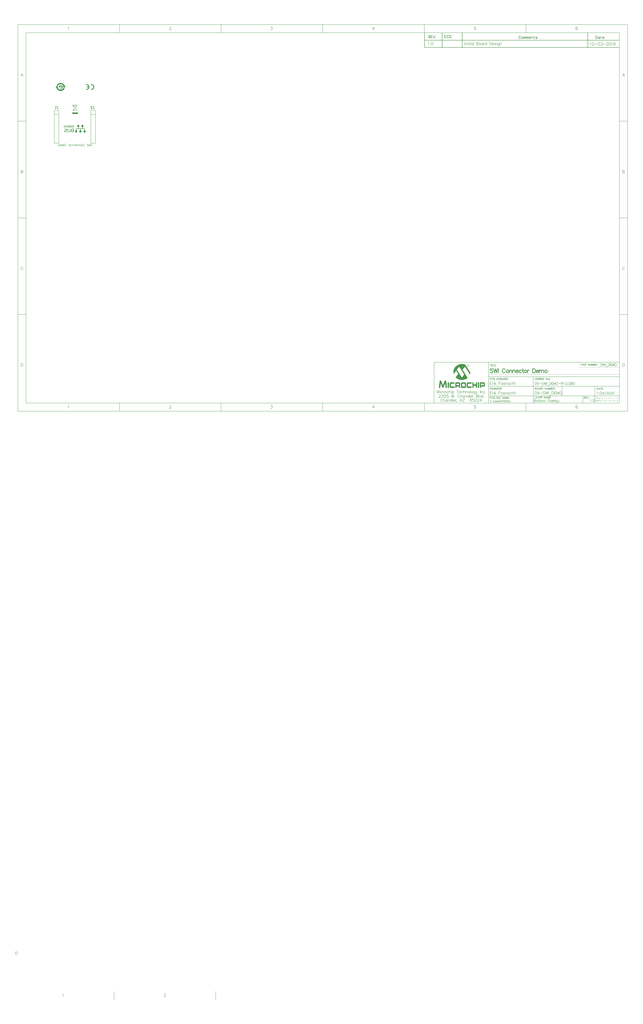
<source format=gbo>
G04 Layer_Color=32896*
%FSLAX43Y43*%
%MOMM*%
G71*
G01*
G75*
%ADD13C,0.178*%
%ADD14C,0.150*%
%ADD15C,0.100*%
%ADD16C,0.254*%
%ADD17C,0.127*%
%ADD18C,0.381*%
%ADD19C,0.178*%
%ADD20C,0.200*%
%ADD29C,0.025*%
G36*
X4817Y40365D02*
X5010Y40339D01*
X5196Y40305D01*
X5370Y40252D01*
X5536Y40199D01*
X5690Y40132D01*
X5836Y40065D01*
X5970Y39992D01*
X6083Y39919D01*
X6190Y39852D01*
X6283Y39785D01*
X6356Y39732D01*
X6416Y39685D01*
X6463Y39645D01*
X6489Y39619D01*
X6496Y39612D01*
X6629Y39472D01*
X6749Y39332D01*
X6849Y39206D01*
X6929Y39079D01*
X7003Y38966D01*
X7056Y38859D01*
X7103Y38759D01*
X7136Y38666D01*
X7163Y38586D01*
X7183Y38512D01*
X7196Y38446D01*
X7203Y38399D01*
X7203Y38352D01*
X7203Y38326D01*
X7203Y38306D01*
X7203Y38299D01*
X7749Y38299D01*
X6836Y37179D01*
X5936Y38299D01*
X6376Y38299D01*
X6396Y38346D01*
X6396Y38399D01*
X6389Y38459D01*
X6369Y38526D01*
X6336Y38586D01*
X6303Y38652D01*
X6216Y38779D01*
X6123Y38899D01*
X6083Y38946D01*
X6043Y38992D01*
X6003Y39026D01*
X5976Y39052D01*
X5963Y39072D01*
X5956Y39079D01*
X5850Y39172D01*
X5736Y39259D01*
X5623Y39332D01*
X5510Y39392D01*
X5396Y39446D01*
X5283Y39486D01*
X5176Y39526D01*
X5070Y39552D01*
X4977Y39572D01*
X4890Y39592D01*
X4810Y39605D01*
X4743Y39612D01*
X4683Y39612D01*
X4643Y39619D01*
X4610Y39619D01*
X4497Y39612D01*
X4383Y39605D01*
X4170Y39559D01*
X3977Y39506D01*
X3890Y39472D01*
X3810Y39439D01*
X3737Y39399D01*
X3670Y39366D01*
X3617Y39339D01*
X3564Y39312D01*
X3530Y39286D01*
X3497Y39266D01*
X3484Y39259D01*
X3477Y39252D01*
X3390Y39186D01*
X3304Y39112D01*
X3230Y39032D01*
X3164Y38952D01*
X3044Y38799D01*
X2957Y38652D01*
X2884Y38519D01*
X2857Y38466D01*
X2837Y38412D01*
X2824Y38372D01*
X2810Y38346D01*
X2804Y38326D01*
X2804Y38319D01*
X2750Y38372D01*
X2677Y38439D01*
X2597Y38512D01*
X2524Y38586D01*
X2450Y38659D01*
X2391Y38719D01*
X2351Y38759D01*
X2344Y38766D01*
X2337Y38772D01*
X2244Y38692D01*
X2157Y38619D01*
X2124Y38592D01*
X2097Y38566D01*
X2084Y38552D01*
X2077Y38546D01*
X2131Y38692D01*
X2191Y38832D01*
X2257Y38966D01*
X2331Y39086D01*
X2411Y39206D01*
X2490Y39312D01*
X2570Y39412D01*
X2644Y39499D01*
X2717Y39579D01*
X2790Y39652D01*
X2857Y39712D01*
X2910Y39759D01*
X2957Y39799D01*
X2990Y39832D01*
X3017Y39845D01*
X3024Y39852D01*
X3157Y39945D01*
X3297Y40025D01*
X3430Y40092D01*
X3570Y40152D01*
X3704Y40205D01*
X3837Y40245D01*
X3963Y40279D01*
X4083Y40305D01*
X4190Y40325D01*
X4297Y40345D01*
X4383Y40359D01*
X4463Y40365D01*
X4523Y40372D01*
X4610Y40372D01*
X4817Y40365D01*
X4817Y40365D02*
G37*
G36*
X4790Y38979D02*
X4837Y38972D01*
X4890Y38966D01*
X5010Y38939D01*
X5156Y38892D01*
X5230Y38866D01*
X5303Y38826D01*
X5383Y38779D01*
X5456Y38732D01*
X5530Y38672D01*
X5603Y38606D01*
X5610Y38599D01*
X5616Y38586D01*
X5636Y38566D01*
X5663Y38539D01*
X5690Y38499D01*
X5723Y38459D01*
X5756Y38406D01*
X5790Y38346D01*
X5863Y38213D01*
X5923Y38059D01*
X5950Y37973D01*
X5970Y37879D01*
X5976Y37786D01*
X5983Y37686D01*
X5983Y37679D01*
X5983Y37659D01*
X5983Y37633D01*
X5976Y37593D01*
X5970Y37553D01*
X5963Y37493D01*
X5936Y37366D01*
X5890Y37226D01*
X5856Y37146D01*
X5823Y37073D01*
X5776Y36993D01*
X5730Y36913D01*
X5670Y36840D01*
X5603Y36766D01*
X5596Y36760D01*
X5583Y36753D01*
X5563Y36733D01*
X5536Y36706D01*
X5503Y36680D01*
X5456Y36646D01*
X5410Y36613D01*
X5350Y36580D01*
X5216Y36506D01*
X5063Y36446D01*
X4983Y36420D01*
X4890Y36400D01*
X4803Y36393D01*
X4703Y36386D01*
X4657Y36386D01*
X4630Y36393D01*
X4590Y36393D01*
X4543Y36400D01*
X4430Y36426D01*
X4310Y36460D01*
X4170Y36513D01*
X4030Y36586D01*
X3963Y36626D01*
X3897Y36680D01*
X3890Y36686D01*
X3883Y36693D01*
X3843Y36733D01*
X3783Y36793D01*
X3710Y36880D01*
X3637Y36986D01*
X3564Y37106D01*
X3504Y37246D01*
X3457Y37406D01*
X3557Y37406D01*
X3557Y37399D01*
X3564Y37393D01*
X3577Y37353D01*
X3597Y37293D01*
X3637Y37219D01*
X3684Y37139D01*
X3743Y37046D01*
X3817Y36959D01*
X3910Y36880D01*
X3923Y36873D01*
X3957Y36846D01*
X4017Y36813D01*
X4090Y36773D01*
X4183Y36733D01*
X4290Y36700D01*
X4403Y36673D01*
X4530Y36666D01*
X4570Y36666D01*
X4597Y36673D01*
X4670Y36680D01*
X4763Y36700D01*
X4870Y36733D01*
X4983Y36780D01*
X5103Y36846D01*
X5216Y36939D01*
X5216Y36946D01*
X5230Y36953D01*
X5263Y36986D01*
X5310Y37046D01*
X5370Y37126D01*
X5423Y37226D01*
X5476Y37339D01*
X5516Y37466D01*
X5543Y37613D01*
X3430Y37613D01*
X3430Y37619D01*
X3424Y37639D01*
X3424Y37686D01*
X3424Y37693D01*
X3424Y37713D01*
X3424Y37739D01*
X3430Y37779D01*
X3437Y37826D01*
X3444Y37879D01*
X3470Y38006D01*
X3517Y38146D01*
X3544Y38226D01*
X3584Y38299D01*
X3630Y38379D01*
X3677Y38459D01*
X3737Y38532D01*
X3803Y38606D01*
X3810Y38612D01*
X3823Y38619D01*
X3843Y38639D01*
X3870Y38666D01*
X3903Y38692D01*
X3950Y38726D01*
X3997Y38759D01*
X4057Y38799D01*
X4190Y38866D01*
X4343Y38926D01*
X4423Y38952D01*
X4510Y38972D01*
X4603Y38979D01*
X4703Y38986D01*
X4757Y38986D01*
X4790Y38979D01*
X4790Y38979D02*
G37*
G36*
X23977Y39619D02*
X24110Y39606D01*
X24237Y39579D01*
X24357Y39546D01*
X24470Y39499D01*
X24577Y39459D01*
X24670Y39406D01*
X24764Y39359D01*
X24844Y39312D01*
X24917Y39259D01*
X24977Y39219D01*
X25030Y39179D01*
X25070Y39139D01*
X25097Y39113D01*
X25117Y39099D01*
X25123Y39093D01*
X25217Y38993D01*
X25297Y38886D01*
X25370Y38779D01*
X25430Y38673D01*
X25477Y38559D01*
X25523Y38459D01*
X25557Y38353D01*
X25583Y38253D01*
X25603Y38166D01*
X25623Y38079D01*
X25637Y38006D01*
X25643Y37939D01*
X25643Y37886D01*
X25650Y37846D01*
X25650Y37820D01*
X25650Y37813D01*
X25643Y37673D01*
X25630Y37540D01*
X25603Y37413D01*
X25570Y37293D01*
X25530Y37180D01*
X25483Y37073D01*
X25437Y36980D01*
X25383Y36886D01*
X25337Y36806D01*
X25290Y36733D01*
X25243Y36673D01*
X25203Y36620D01*
X25170Y36580D01*
X25143Y36553D01*
X25130Y36533D01*
X25123Y36527D01*
X25023Y36433D01*
X24917Y36353D01*
X24804Y36280D01*
X24697Y36220D01*
X24590Y36173D01*
X24484Y36127D01*
X24377Y36093D01*
X24277Y36067D01*
X24190Y36047D01*
X24104Y36027D01*
X24030Y36013D01*
X23964Y36007D01*
X23910Y36007D01*
X23870Y36000D01*
X23770Y36000D01*
X23711Y36007D01*
X23651Y36007D01*
X23651Y36553D01*
X23711Y36547D01*
X23770Y36540D01*
X23837Y36540D01*
X23937Y36547D01*
X24024Y36553D01*
X24197Y36600D01*
X24350Y36660D01*
X24484Y36726D01*
X24544Y36760D01*
X24590Y36793D01*
X24637Y36826D01*
X24670Y36853D01*
X24697Y36880D01*
X24717Y36900D01*
X24730Y36906D01*
X24737Y36913D01*
X24804Y36986D01*
X24857Y37060D01*
X24904Y37133D01*
X24950Y37213D01*
X25017Y37360D01*
X25057Y37506D01*
X25083Y37626D01*
X25090Y37680D01*
X25097Y37726D01*
X25103Y37760D01*
X25103Y37793D01*
X25103Y37806D01*
X25103Y37813D01*
X25097Y37913D01*
X25090Y38006D01*
X25043Y38173D01*
X24990Y38326D01*
X24917Y38459D01*
X24884Y38519D01*
X24850Y38566D01*
X24824Y38613D01*
X24797Y38646D01*
X24770Y38673D01*
X24750Y38693D01*
X24744Y38706D01*
X24737Y38713D01*
X24664Y38779D01*
X24590Y38839D01*
X24517Y38886D01*
X24437Y38926D01*
X24290Y38993D01*
X24144Y39039D01*
X24024Y39066D01*
X23970Y39073D01*
X23924Y39079D01*
X23890Y39086D01*
X23770Y39086D01*
X23711Y39079D01*
X23664Y39073D01*
X23651Y39073D01*
X23651Y39619D01*
X23711Y39626D01*
X23837Y39626D01*
X23977Y39619D01*
X23977Y39619D02*
G37*
G36*
X20891Y39619D02*
X21018Y39606D01*
X21144Y39579D01*
X21264Y39546D01*
X21378Y39499D01*
X21484Y39459D01*
X21584Y39406D01*
X21671Y39359D01*
X21751Y39312D01*
X21824Y39259D01*
X21884Y39219D01*
X21938Y39179D01*
X21978Y39139D01*
X22004Y39113D01*
X22024Y39099D01*
X22031Y39093D01*
X22124Y38993D01*
X22204Y38886D01*
X22278Y38779D01*
X22338Y38673D01*
X22391Y38559D01*
X22431Y38459D01*
X22471Y38353D01*
X22497Y38253D01*
X22517Y38166D01*
X22537Y38079D01*
X22551Y38006D01*
X22557Y37939D01*
X22557Y37886D01*
X22564Y37846D01*
X22564Y37820D01*
X22564Y37813D01*
X22557Y37673D01*
X22544Y37540D01*
X22517Y37413D01*
X22477Y37293D01*
X22437Y37180D01*
X22397Y37073D01*
X22344Y36980D01*
X22298Y36886D01*
X22251Y36806D01*
X22198Y36733D01*
X22158Y36673D01*
X22111Y36620D01*
X22078Y36580D01*
X22051Y36553D01*
X22038Y36533D01*
X22031Y36527D01*
X21931Y36433D01*
X21824Y36353D01*
X21718Y36280D01*
X21604Y36220D01*
X21498Y36173D01*
X21391Y36127D01*
X21291Y36093D01*
X21191Y36067D01*
X21098Y36047D01*
X21018Y36027D01*
X20938Y36013D01*
X20878Y36007D01*
X20825Y36007D01*
X20785Y36000D01*
X20685Y36000D01*
X20625Y36007D01*
X20565Y36007D01*
X20571Y36553D01*
X20631Y36547D01*
X20691Y36540D01*
X20751Y36540D01*
X20911Y36553D01*
X21065Y36587D01*
X21198Y36627D01*
X21318Y36680D01*
X21411Y36733D01*
X21451Y36753D01*
X21484Y36773D01*
X21511Y36793D01*
X21531Y36806D01*
X21538Y36820D01*
X21544Y36820D01*
X21664Y36933D01*
X21758Y37053D01*
X21838Y37173D01*
X21898Y37286D01*
X21938Y37386D01*
X21958Y37426D01*
X21971Y37466D01*
X21978Y37500D01*
X21984Y37520D01*
X21991Y37533D01*
X21991Y37540D01*
X20931Y37540D01*
X20931Y38086D01*
X21991Y38086D01*
X21944Y38246D01*
X21884Y38386D01*
X21811Y38506D01*
X21738Y38613D01*
X21664Y38693D01*
X21604Y38753D01*
X21564Y38793D01*
X21558Y38806D01*
X21551Y38806D01*
X21418Y38899D01*
X21278Y38966D01*
X21144Y39019D01*
X21018Y39053D01*
X20911Y39073D01*
X20865Y39079D01*
X20825Y39079D01*
X20798Y39086D01*
X20685Y39086D01*
X20625Y39079D01*
X20578Y39073D01*
X20565Y39073D01*
X20565Y39619D01*
X20638Y39626D01*
X20751Y39626D01*
X20891Y39619D01*
X20891Y39619D02*
G37*
G36*
X3250Y37606D02*
X2784Y37606D01*
X2770Y37533D01*
X2770Y37453D01*
X2784Y37373D01*
X2804Y37293D01*
X2837Y37206D01*
X2877Y37133D01*
X2970Y36979D01*
X3017Y36913D01*
X3064Y36846D01*
X3110Y36793D01*
X3150Y36740D01*
X3184Y36700D01*
X3210Y36673D01*
X3230Y36653D01*
X3237Y36646D01*
X3344Y36546D01*
X3457Y36460D01*
X3577Y36386D01*
X3690Y36320D01*
X3803Y36266D01*
X3923Y36220D01*
X4030Y36180D01*
X4137Y36153D01*
X4237Y36126D01*
X4323Y36113D01*
X4403Y36100D01*
X4477Y36086D01*
X4530Y36086D01*
X4577Y36080D01*
X4610Y36080D01*
X4730Y36086D01*
X4843Y36100D01*
X4957Y36113D01*
X5056Y36140D01*
X5256Y36200D01*
X5343Y36240D01*
X5423Y36273D01*
X5503Y36306D01*
X5570Y36346D01*
X5623Y36380D01*
X5670Y36406D01*
X5710Y36433D01*
X5736Y36453D01*
X5756Y36460D01*
X5763Y36466D01*
X5856Y36540D01*
X5936Y36613D01*
X6016Y36693D01*
X6083Y36780D01*
X6150Y36860D01*
X6203Y36939D01*
X6296Y37099D01*
X6336Y37166D01*
X6369Y37233D01*
X6396Y37293D01*
X6416Y37346D01*
X6436Y37386D01*
X6449Y37419D01*
X6456Y37439D01*
X6456Y37446D01*
X6516Y37393D01*
X6589Y37319D01*
X6669Y37239D01*
X6743Y37159D01*
X6816Y37086D01*
X6883Y37026D01*
X6923Y36986D01*
X6929Y36979D01*
X6936Y36973D01*
X7029Y37053D01*
X7123Y37133D01*
X7156Y37159D01*
X7183Y37186D01*
X7203Y37199D01*
X7209Y37206D01*
X7156Y37053D01*
X7089Y36906D01*
X7023Y36773D01*
X6943Y36640D01*
X6863Y36520D01*
X6783Y36406D01*
X6703Y36306D01*
X6623Y36213D01*
X6543Y36126D01*
X6476Y36053D01*
X6409Y35986D01*
X6349Y35933D01*
X6303Y35893D01*
X6270Y35866D01*
X6243Y35846D01*
X6236Y35840D01*
X6096Y35746D01*
X5956Y35660D01*
X5816Y35587D01*
X5676Y35527D01*
X5536Y35473D01*
X5403Y35433D01*
X5270Y35393D01*
X5150Y35367D01*
X5036Y35347D01*
X4930Y35327D01*
X4843Y35320D01*
X4763Y35307D01*
X4697Y35307D01*
X4650Y35300D01*
X4610Y35300D01*
X4403Y35307D01*
X4203Y35333D01*
X4017Y35373D01*
X3837Y35427D01*
X3664Y35487D01*
X3504Y35553D01*
X3357Y35620D01*
X3224Y35700D01*
X3104Y35773D01*
X2997Y35840D01*
X2904Y35906D01*
X2824Y35966D01*
X2764Y36020D01*
X2717Y36060D01*
X2690Y36086D01*
X2684Y36093D01*
X2544Y36240D01*
X2424Y36386D01*
X2317Y36533D01*
X2224Y36666D01*
X2151Y36800D01*
X2084Y36926D01*
X2031Y37039D01*
X1991Y37153D01*
X1957Y37246D01*
X1931Y37339D01*
X1917Y37419D01*
X1904Y37479D01*
X1897Y37533D01*
X1891Y37573D01*
X1891Y37599D01*
X1891Y37606D01*
X1331Y37606D01*
X2284Y38566D01*
X3250Y37606D01*
X3250Y37606D02*
G37*
G36*
X15689Y26832D02*
X14589Y25679D01*
X14556Y25372D01*
X14483Y24619D01*
X14429Y24079D01*
X15616Y22860D01*
X15529Y22786D01*
X14423Y23926D01*
X14356Y23226D01*
X14323Y23226D01*
X14323Y22959D01*
X14069Y22959D01*
X14069Y23226D01*
X13303Y23226D01*
X13276Y23173D01*
X13243Y23119D01*
X13190Y23059D01*
X13116Y23013D01*
X13030Y22986D01*
X12956Y22979D01*
X12876Y22979D01*
X12816Y22999D01*
X12750Y23026D01*
X12690Y23059D01*
X12643Y23106D01*
X12596Y23173D01*
X12563Y23246D01*
X12543Y23313D01*
X12536Y23366D01*
X12543Y23433D01*
X12556Y23493D01*
X12576Y23539D01*
X12603Y23593D01*
X12636Y23639D01*
X12683Y23679D01*
X12730Y23713D01*
X12776Y23739D01*
X12770Y23799D01*
X11797Y22786D01*
X11717Y22866D01*
X12763Y23953D01*
X12676Y24892D01*
X12616Y25579D01*
X12303Y25579D01*
X12303Y26019D01*
X12383Y26019D01*
X11597Y26832D01*
X11677Y26905D01*
X12423Y26139D01*
X12423Y26192D01*
X12403Y26205D01*
X12383Y26219D01*
X12363Y26239D01*
X12343Y26265D01*
X12337Y26292D01*
X12330Y26319D01*
X12323Y26352D01*
X12330Y26392D01*
X12343Y26419D01*
X12370Y26459D01*
X12403Y26492D01*
X12443Y26512D01*
X12490Y26519D01*
X12536Y26512D01*
X12576Y26492D01*
X12610Y26472D01*
X12623Y26459D01*
X12650Y26485D01*
X12703Y26512D01*
X12763Y26545D01*
X12843Y26579D01*
X12936Y26605D01*
X13030Y26625D01*
X13123Y26639D01*
X13203Y26652D01*
X13203Y26745D01*
X13829Y26745D01*
X13829Y26665D01*
X13876Y26659D01*
X13956Y26652D01*
X14043Y26639D01*
X14123Y26625D01*
X14123Y26679D01*
X14396Y26679D01*
X14396Y26552D01*
X14429Y26539D01*
X14469Y26519D01*
X14516Y26485D01*
X14556Y26459D01*
X14596Y26432D01*
X14616Y26405D01*
X14636Y26385D01*
X14649Y26359D01*
X14643Y26312D01*
X14803Y26312D01*
X14803Y26112D01*
X14629Y26112D01*
X14596Y25859D01*
X15609Y26905D01*
X15689Y26832D01*
X15689Y26832D02*
G37*
G36*
X15456Y21886D02*
X15456Y21873D01*
X15456Y21826D01*
X15456Y21773D01*
X15456Y21760D01*
X15456Y21753D01*
X15456Y21646D01*
X15456Y21547D01*
X15456Y21500D01*
X15456Y21467D01*
X15456Y21447D01*
X15456Y21440D01*
X15456Y21320D01*
X15456Y21267D01*
X15456Y21227D01*
X15456Y21187D01*
X15456Y21160D01*
X15456Y21140D01*
X15456Y21133D01*
X15456Y21087D01*
X15456Y21053D01*
X15456Y21033D01*
X15456Y21020D01*
X15456Y21000D01*
X11890Y21000D01*
X11890Y21007D01*
X11890Y21020D01*
X11890Y21067D01*
X11890Y21113D01*
X11890Y21127D01*
X11890Y21133D01*
X11890Y21240D01*
X11890Y21340D01*
X11890Y21380D01*
X11890Y21413D01*
X11890Y21433D01*
X11890Y21440D01*
X11890Y21560D01*
X11890Y21613D01*
X11890Y21660D01*
X11890Y21700D01*
X11890Y21726D01*
X11890Y21746D01*
X11890Y21753D01*
X11890Y21800D01*
X11890Y21833D01*
X11890Y21860D01*
X11890Y21873D01*
X11890Y21893D01*
X15456Y21893D01*
X15456Y21886D01*
X15456Y21886D02*
G37*
G36*
X10817Y13857D02*
X10570Y13857D01*
X10570Y14115D01*
X10817Y14115D01*
X10817Y13857D01*
X10817Y13857D02*
G37*
G36*
X10216Y12411D02*
X9969Y12411D01*
X9969Y12985D01*
X9658Y12985D01*
X9644Y12982D01*
X9628Y12982D01*
X9597Y12980D01*
X9573Y12977D01*
X9557Y12974D01*
X9551Y12974D01*
X9527Y12969D01*
X9511Y12964D01*
X9498Y12961D01*
X9495Y12958D01*
X9480Y12953D01*
X9464Y12945D01*
X9453Y12940D01*
X9450Y12937D01*
X9426Y12911D01*
X9408Y12884D01*
X9402Y12873D01*
X9400Y12863D01*
X9397Y12857D01*
X9397Y12855D01*
X9392Y12833D01*
X9386Y12809D01*
X9384Y12756D01*
X9381Y12732D01*
X9381Y12714D01*
X9381Y12700D01*
X9381Y12695D01*
X9381Y12411D01*
X9131Y12411D01*
X9131Y12746D01*
X9131Y12791D01*
X9134Y12831D01*
X9136Y12865D01*
X9142Y12892D01*
X9144Y12913D01*
X9150Y12929D01*
X9152Y12940D01*
X9152Y12942D01*
X9160Y12969D01*
X9171Y12990D01*
X9182Y13012D01*
X9192Y13030D01*
X9203Y13043D01*
X9211Y13054D01*
X9216Y13059D01*
X9219Y13062D01*
X9240Y13081D01*
X9261Y13097D01*
X9304Y13121D01*
X9320Y13129D01*
X9336Y13134D01*
X9347Y13139D01*
X9349Y13139D01*
X9381Y13147D01*
X9413Y13153D01*
X9448Y13158D01*
X9480Y13160D01*
X9506Y13163D01*
X9674Y13163D01*
X9062Y13655D01*
X9381Y13655D01*
X9969Y13163D01*
X9969Y14115D01*
X10216Y14115D01*
X10216Y12411D01*
X10216Y12411D02*
G37*
G36*
X12830Y12411D02*
X12583Y12411D01*
X12583Y13458D01*
X12123Y13458D01*
X12123Y12411D01*
X11873Y12411D01*
X11873Y13458D01*
X11681Y13458D01*
X11628Y13456D01*
X11580Y13448D01*
X11543Y13440D01*
X11514Y13429D01*
X11490Y13416D01*
X11474Y13408D01*
X11466Y13400D01*
X11463Y13397D01*
X11442Y13371D01*
X11426Y13339D01*
X11416Y13301D01*
X11408Y13264D01*
X11402Y13232D01*
X11400Y13206D01*
X11400Y13195D01*
X11400Y13187D01*
X11400Y13182D01*
X11400Y13179D01*
X11400Y12411D01*
X11152Y12411D01*
X11152Y13179D01*
X11152Y13208D01*
X11152Y13235D01*
X11155Y13259D01*
X11155Y13278D01*
X11158Y13293D01*
X11158Y13307D01*
X11160Y13315D01*
X11160Y13317D01*
X11166Y13360D01*
X11168Y13379D01*
X11171Y13395D01*
X11174Y13405D01*
X11176Y13416D01*
X11179Y13421D01*
X11179Y13424D01*
X11190Y13456D01*
X11203Y13480D01*
X11211Y13490D01*
X11213Y13498D01*
X11219Y13501D01*
X11219Y13504D01*
X11237Y13527D01*
X11256Y13546D01*
X11269Y13559D01*
X11272Y13565D01*
X11275Y13565D01*
X11301Y13586D01*
X11322Y13602D01*
X11338Y13610D01*
X11341Y13613D01*
X11344Y13613D01*
X11370Y13623D01*
X11394Y13631D01*
X11408Y13634D01*
X11416Y13637D01*
X11421Y13639D01*
X11424Y13639D01*
X11461Y13647D01*
X11498Y13650D01*
X11517Y13652D01*
X11570Y13652D01*
X11599Y13655D01*
X12830Y13655D01*
X12830Y12411D01*
X12830Y12411D02*
G37*
G36*
X10817Y12411D02*
X10570Y12411D01*
X10570Y13655D01*
X10817Y13655D01*
X10817Y12411D01*
X10817Y12411D02*
G37*
G36*
X8836Y12411D02*
X8589Y12411D01*
X8589Y13448D01*
X8490Y13448D01*
X8445Y13445D01*
X8408Y13440D01*
X8379Y13432D01*
X8355Y13424D01*
X8336Y13416D01*
X8323Y13408D01*
X8317Y13402D01*
X8315Y13400D01*
X8299Y13379D01*
X8288Y13352D01*
X8277Y13320D01*
X8272Y13291D01*
X8270Y13262D01*
X8267Y13238D01*
X8267Y13222D01*
X8267Y13219D01*
X8267Y13216D01*
X8267Y13091D01*
X8033Y13091D01*
X8033Y13216D01*
X8033Y13267D01*
X8035Y13309D01*
X8038Y13347D01*
X8043Y13376D01*
X8046Y13400D01*
X8051Y13418D01*
X8054Y13429D01*
X8054Y13432D01*
X8065Y13458D01*
X8075Y13485D01*
X8089Y13506D01*
X8102Y13525D01*
X8115Y13538D01*
X8123Y13551D01*
X8131Y13557D01*
X8134Y13559D01*
X8158Y13578D01*
X8182Y13594D01*
X8206Y13607D01*
X8227Y13618D01*
X8248Y13626D01*
X8264Y13631D01*
X8275Y13634D01*
X8277Y13634D01*
X8312Y13642D01*
X8349Y13647D01*
X8389Y13650D01*
X8429Y13652D01*
X8464Y13655D01*
X8836Y13655D01*
X8836Y12411D01*
X8836Y12411D02*
G37*
G36*
X7304Y13666D02*
X7360Y13660D01*
X7411Y13655D01*
X7450Y13647D01*
X7485Y13637D01*
X7512Y13631D01*
X7528Y13626D01*
X7530Y13623D01*
X7533Y13623D01*
X7575Y13605D01*
X7613Y13583D01*
X7647Y13559D01*
X7676Y13538D01*
X7700Y13520D01*
X7716Y13504D01*
X7730Y13493D01*
X7732Y13488D01*
X7759Y13453D01*
X7783Y13418D01*
X7804Y13384D01*
X7820Y13352D01*
X7833Y13323D01*
X7844Y13299D01*
X7849Y13283D01*
X7852Y13280D01*
X7852Y13278D01*
X7865Y13230D01*
X7876Y13184D01*
X7884Y13139D01*
X7889Y13097D01*
X7892Y13062D01*
X7895Y13035D01*
X7895Y13025D01*
X7895Y13017D01*
X7895Y13014D01*
X7895Y13012D01*
X7892Y12958D01*
X7887Y12908D01*
X7879Y12860D01*
X7868Y12815D01*
X7857Y12775D01*
X7844Y12738D01*
X7828Y12703D01*
X7812Y12674D01*
X7799Y12645D01*
X7783Y12623D01*
X7770Y12602D01*
X7756Y12586D01*
X7748Y12573D01*
X7740Y12565D01*
X7735Y12559D01*
X7732Y12557D01*
X7700Y12530D01*
X7663Y12506D01*
X7626Y12485D01*
X7589Y12466D01*
X7549Y12450D01*
X7509Y12437D01*
X7432Y12419D01*
X7397Y12413D01*
X7363Y12408D01*
X7333Y12405D01*
X7307Y12403D01*
X7286Y12400D01*
X7256Y12400D01*
X7200Y12403D01*
X7150Y12408D01*
X7102Y12416D01*
X7057Y12427D01*
X7014Y12437D01*
X6977Y12450D01*
X6942Y12466D01*
X6911Y12482D01*
X6884Y12496D01*
X6860Y12512D01*
X6839Y12525D01*
X6820Y12538D01*
X6807Y12546D01*
X6799Y12554D01*
X6794Y12559D01*
X6791Y12562D01*
X6762Y12594D01*
X6735Y12629D01*
X6714Y12666D01*
X6695Y12703D01*
X6677Y12743D01*
X6663Y12780D01*
X6645Y12855D01*
X6637Y12889D01*
X6631Y12921D01*
X6629Y12950D01*
X6626Y12977D01*
X6623Y12996D01*
X6623Y13012D01*
X6623Y13022D01*
X6623Y13025D01*
X6626Y13081D01*
X6631Y13134D01*
X6639Y13184D01*
X6647Y13230D01*
X6661Y13272D01*
X6674Y13312D01*
X6687Y13347D01*
X6703Y13379D01*
X6719Y13408D01*
X6732Y13432D01*
X6746Y13453D01*
X6759Y13472D01*
X6767Y13485D01*
X6775Y13493D01*
X6780Y13498D01*
X6783Y13501D01*
X6815Y13530D01*
X6849Y13557D01*
X6884Y13578D01*
X6921Y13597D01*
X6961Y13615D01*
X6998Y13629D01*
X7073Y13647D01*
X7107Y13655D01*
X7139Y13660D01*
X7169Y13663D01*
X7192Y13666D01*
X7214Y13668D01*
X7243Y13668D01*
X7304Y13666D01*
X7304Y13666D02*
G37*
G36*
X10755Y10465D02*
X10755Y10426D01*
X10755Y10390D01*
X10751Y10357D01*
X10751Y10328D01*
X10751Y10305D01*
X10748Y10289D01*
X10748Y10276D01*
X10748Y10273D01*
X10741Y10214D01*
X10738Y10188D01*
X10735Y10165D01*
X10732Y10145D01*
X10728Y10132D01*
X10725Y10122D01*
X10725Y10119D01*
X10712Y10070D01*
X10699Y10031D01*
X10692Y10018D01*
X10689Y10005D01*
X10686Y9998D01*
X10686Y9995D01*
X10666Y9956D01*
X10647Y9920D01*
X10637Y9907D01*
X10630Y9897D01*
X10624Y9891D01*
X10624Y9887D01*
X10582Y9832D01*
X10536Y9786D01*
X10490Y9747D01*
X10444Y9714D01*
X10405Y9692D01*
X10376Y9672D01*
X10363Y9665D01*
X10353Y9662D01*
X10350Y9659D01*
X10347Y9659D01*
X10278Y9636D01*
X10203Y9617D01*
X10131Y9603D01*
X10059Y9597D01*
X9997Y9590D01*
X9971Y9590D01*
X9948Y9587D01*
X9906Y9587D01*
X9814Y9590D01*
X9733Y9597D01*
X9651Y9607D01*
X9580Y9623D01*
X9514Y9639D01*
X9452Y9659D01*
X9397Y9679D01*
X9348Y9701D01*
X9305Y9721D01*
X9266Y9741D01*
X9234Y9760D01*
X9207Y9776D01*
X9188Y9793D01*
X9175Y9803D01*
X9165Y9809D01*
X9162Y9812D01*
X9123Y9852D01*
X9096Y9887D01*
X9083Y9901D01*
X9077Y9910D01*
X9070Y9917D01*
X9070Y9920D01*
X9044Y9966D01*
X9025Y10008D01*
X9018Y10028D01*
X9012Y10041D01*
X9008Y10051D01*
X9008Y10054D01*
X8995Y10116D01*
X8989Y10145D01*
X8985Y10175D01*
X8982Y10201D01*
X8979Y10220D01*
X8979Y10233D01*
X8979Y10237D01*
X8976Y10279D01*
X8976Y10322D01*
X8972Y10364D01*
X8972Y10403D01*
X8972Y10439D01*
X8972Y10465D01*
X8972Y10485D01*
X8972Y10491D01*
X8972Y11709D01*
X9305Y11709D01*
X9305Y10491D01*
X9305Y10459D01*
X9305Y10426D01*
X9305Y10397D01*
X9305Y10374D01*
X9309Y10354D01*
X9309Y10341D01*
X9309Y10331D01*
X9309Y10328D01*
X9312Y10282D01*
X9315Y10243D01*
X9318Y10230D01*
X9318Y10220D01*
X9322Y10214D01*
X9322Y10211D01*
X9328Y10178D01*
X9335Y10149D01*
X9338Y10132D01*
X9341Y10129D01*
X9341Y10126D01*
X9351Y10100D01*
X9361Y10080D01*
X9367Y10067D01*
X9371Y10060D01*
X9397Y10025D01*
X9426Y9992D01*
X9459Y9966D01*
X9488Y9943D01*
X9517Y9927D01*
X9540Y9914D01*
X9553Y9907D01*
X9560Y9904D01*
X9609Y9887D01*
X9661Y9874D01*
X9713Y9865D01*
X9762Y9858D01*
X9805Y9855D01*
X9837Y9852D01*
X9867Y9852D01*
X9922Y9855D01*
X9974Y9858D01*
X10023Y9868D01*
X10069Y9878D01*
X10108Y9891D01*
X10147Y9904D01*
X10180Y9917D01*
X10206Y9933D01*
X10232Y9949D01*
X10255Y9963D01*
X10275Y9976D01*
X10288Y9989D01*
X10301Y9998D01*
X10307Y10008D01*
X10311Y10011D01*
X10314Y10015D01*
X10333Y10041D01*
X10350Y10067D01*
X10376Y10119D01*
X10386Y10142D01*
X10392Y10162D01*
X10395Y10175D01*
X10395Y10178D01*
X10402Y10220D01*
X10409Y10266D01*
X10412Y10315D01*
X10415Y10361D01*
X10418Y10403D01*
X10418Y10436D01*
X10418Y10449D01*
X10418Y10459D01*
X10418Y10462D01*
X10418Y10465D01*
X10418Y11709D01*
X10755Y11709D01*
X10755Y10465D01*
X10755Y10465D02*
G37*
G36*
X12830Y9617D02*
X11832Y9617D01*
X11763Y9620D01*
X11701Y9626D01*
X11649Y9630D01*
X11606Y9636D01*
X11577Y9639D01*
X11557Y9643D01*
X11551Y9643D01*
X11499Y9652D01*
X11453Y9665D01*
X11414Y9679D01*
X11381Y9695D01*
X11358Y9705D01*
X11339Y9714D01*
X11326Y9721D01*
X11322Y9724D01*
X11280Y9754D01*
X11244Y9786D01*
X11211Y9819D01*
X11185Y9852D01*
X11166Y9881D01*
X11153Y9904D01*
X11143Y9917D01*
X11140Y9923D01*
X11117Y9972D01*
X11100Y10021D01*
X11091Y10070D01*
X11081Y10113D01*
X11078Y10152D01*
X11074Y10181D01*
X11074Y10201D01*
X11074Y10204D01*
X11074Y10207D01*
X11078Y10276D01*
X11087Y10335D01*
X11100Y10387D01*
X11117Y10429D01*
X11133Y10465D01*
X11146Y10491D01*
X11156Y10504D01*
X11159Y10511D01*
X11195Y10550D01*
X11234Y10586D01*
X11280Y10619D01*
X11326Y10645D01*
X11365Y10664D01*
X11401Y10677D01*
X11411Y10684D01*
X11420Y10687D01*
X11427Y10690D01*
X11430Y10690D01*
X11375Y10720D01*
X11322Y10756D01*
X11280Y10792D01*
X11244Y10831D01*
X11211Y10870D01*
X11185Y10909D01*
X11166Y10948D01*
X11146Y10987D01*
X11133Y11027D01*
X11123Y11059D01*
X11117Y11092D01*
X11114Y11118D01*
X11110Y11141D01*
X11107Y11160D01*
X11107Y11170D01*
X11107Y11173D01*
X11107Y11213D01*
X11114Y11252D01*
X11117Y11284D01*
X11123Y11314D01*
X11130Y11340D01*
X11136Y11359D01*
X11140Y11373D01*
X11143Y11376D01*
X11156Y11412D01*
X11172Y11444D01*
X11192Y11474D01*
X11208Y11497D01*
X11221Y11516D01*
X11234Y11532D01*
X11241Y11542D01*
X11244Y11546D01*
X11277Y11578D01*
X11309Y11604D01*
X11319Y11611D01*
X11329Y11617D01*
X11335Y11624D01*
X11339Y11624D01*
X11378Y11647D01*
X11417Y11660D01*
X11433Y11666D01*
X11443Y11670D01*
X11453Y11673D01*
X11456Y11673D01*
X11508Y11686D01*
X11561Y11692D01*
X11584Y11696D01*
X11600Y11699D01*
X11616Y11699D01*
X11688Y11705D01*
X11724Y11705D01*
X11757Y11709D01*
X12830Y11709D01*
X12830Y9617D01*
X12830Y9617D02*
G37*
G36*
X7974Y11705D02*
X8026Y11702D01*
X8068Y11699D01*
X8104Y11696D01*
X8130Y11692D01*
X8147Y11689D01*
X8153Y11689D01*
X8196Y11679D01*
X8235Y11670D01*
X8271Y11660D01*
X8300Y11647D01*
X8326Y11637D01*
X8342Y11627D01*
X8356Y11624D01*
X8359Y11621D01*
X8408Y11588D01*
X8453Y11552D01*
X8489Y11516D01*
X8522Y11480D01*
X8548Y11448D01*
X8564Y11421D01*
X8577Y11405D01*
X8581Y11402D01*
X8581Y11399D01*
X8607Y11343D01*
X8626Y11291D01*
X8639Y11235D01*
X8649Y11186D01*
X8656Y11144D01*
X8659Y11108D01*
X8659Y11095D01*
X8659Y11085D01*
X8659Y11082D01*
X8659Y11079D01*
X8656Y11027D01*
X8649Y10978D01*
X8643Y10935D01*
X8630Y10896D01*
X8620Y10863D01*
X8613Y10841D01*
X8607Y10827D01*
X8604Y10821D01*
X8581Y10782D01*
X8555Y10746D01*
X8529Y10713D01*
X8502Y10687D01*
X8480Y10668D01*
X8460Y10651D01*
X8447Y10641D01*
X8444Y10638D01*
X8411Y10619D01*
X8378Y10602D01*
X8342Y10589D01*
X8310Y10576D01*
X8280Y10566D01*
X8258Y10563D01*
X8245Y10557D01*
X8238Y10557D01*
X8189Y10547D01*
X8134Y10540D01*
X8081Y10537D01*
X8029Y10534D01*
X7983Y10530D01*
X7592Y10530D01*
X7572Y10527D01*
X7543Y10527D01*
X7494Y10524D01*
X7474Y10521D01*
X7458Y10517D01*
X7445Y10514D01*
X7435Y10514D01*
X7432Y10511D01*
X7429Y10511D01*
X7396Y10498D01*
X7367Y10481D01*
X7344Y10465D01*
X7324Y10446D01*
X7308Y10429D01*
X7298Y10416D01*
X7292Y10406D01*
X7288Y10403D01*
X7272Y10374D01*
X7259Y10338D01*
X7252Y10305D01*
X7246Y10276D01*
X7243Y10246D01*
X7239Y10224D01*
X7239Y10211D01*
X7239Y10204D01*
X7243Y10142D01*
X7256Y10090D01*
X7272Y10047D01*
X7288Y10011D01*
X7308Y9985D01*
X7324Y9966D01*
X7337Y9956D01*
X7340Y9953D01*
X7383Y9930D01*
X7435Y9910D01*
X7491Y9897D01*
X7549Y9891D01*
X7598Y9884D01*
X7621Y9884D01*
X7641Y9881D01*
X8584Y9881D01*
X8584Y9617D01*
X7530Y9617D01*
X7474Y9620D01*
X7448Y9620D01*
X7429Y9623D01*
X7412Y9623D01*
X7399Y9626D01*
X7389Y9626D01*
X7347Y9633D01*
X7311Y9643D01*
X7298Y9646D01*
X7288Y9646D01*
X7285Y9649D01*
X7282Y9649D01*
X7246Y9662D01*
X7216Y9675D01*
X7197Y9685D01*
X7194Y9688D01*
X7190Y9688D01*
X7138Y9718D01*
X7092Y9750D01*
X7053Y9786D01*
X7021Y9819D01*
X6994Y9848D01*
X6975Y9871D01*
X6965Y9887D01*
X6962Y9894D01*
X6936Y9946D01*
X6916Y10002D01*
X6903Y10054D01*
X6893Y10103D01*
X6887Y10149D01*
X6884Y10181D01*
X6884Y10198D01*
X6884Y10207D01*
X6884Y10211D01*
X6884Y10214D01*
X6887Y10273D01*
X6893Y10325D01*
X6900Y10374D01*
X6910Y10416D01*
X6923Y10449D01*
X6929Y10475D01*
X6936Y10491D01*
X6939Y10498D01*
X6962Y10543D01*
X6985Y10586D01*
X7011Y10622D01*
X7034Y10654D01*
X7056Y10677D01*
X7073Y10697D01*
X7086Y10707D01*
X7089Y10710D01*
X7122Y10733D01*
X7151Y10752D01*
X7164Y10759D01*
X7174Y10765D01*
X7181Y10769D01*
X7184Y10769D01*
X7226Y10785D01*
X7265Y10795D01*
X7285Y10798D01*
X7298Y10801D01*
X7308Y10805D01*
X7311Y10805D01*
X7370Y10814D01*
X7396Y10818D01*
X7425Y10821D01*
X7448Y10824D01*
X7468Y10827D01*
X7484Y10827D01*
X7523Y10831D01*
X7562Y10831D01*
X7602Y10834D01*
X7892Y10834D01*
X7931Y10837D01*
X8006Y10844D01*
X8068Y10854D01*
X8114Y10867D01*
X8153Y10880D01*
X8179Y10889D01*
X8192Y10896D01*
X8199Y10899D01*
X8235Y10929D01*
X8258Y10961D01*
X8277Y11000D01*
X8290Y11036D01*
X8297Y11069D01*
X8300Y11098D01*
X8303Y11118D01*
X8303Y11121D01*
X8303Y11124D01*
X8297Y11183D01*
X8294Y11209D01*
X8287Y11232D01*
X8280Y11252D01*
X8277Y11265D01*
X8271Y11275D01*
X8271Y11278D01*
X8245Y11324D01*
X8215Y11356D01*
X8205Y11366D01*
X8196Y11376D01*
X8189Y11382D01*
X8186Y11382D01*
X8143Y11402D01*
X8101Y11418D01*
X8085Y11421D01*
X8072Y11425D01*
X8062Y11428D01*
X8059Y11428D01*
X8029Y11431D01*
X7993Y11435D01*
X7957Y11438D01*
X7925Y11441D01*
X6985Y11441D01*
X6985Y11709D01*
X7912Y11709D01*
X7974Y11705D01*
X7974Y11705D02*
G37*
G36*
X259331Y-135559D02*
X259418Y-135574D01*
X259519Y-135617D01*
X259621Y-135690D01*
X259708Y-135791D01*
X259766Y-135922D01*
X259795Y-136096D01*
X259795Y-136125D01*
X259781Y-136183D01*
X259766Y-136270D01*
X259723Y-136386D01*
X259664Y-136488D01*
X259563Y-136575D01*
X259432Y-136648D01*
X259244Y-136677D01*
X259200Y-136677D01*
X259156Y-136662D01*
X259113Y-136648D01*
X258968Y-136604D01*
X258910Y-136560D01*
X258837Y-136502D01*
X258837Y-136488D01*
X258808Y-136473D01*
X258750Y-136386D01*
X258692Y-136256D01*
X258678Y-136183D01*
X258663Y-136096D01*
X258663Y-136081D01*
X258663Y-136052D01*
X258678Y-136009D01*
X258692Y-135965D01*
X258750Y-135835D01*
X258837Y-135704D01*
X258852Y-135690D01*
X258866Y-135675D01*
X258953Y-135617D01*
X259084Y-135574D01*
X259156Y-135544D01*
X259273Y-135544D01*
X259331Y-135559D01*
X259331Y-135559D02*
G37*
G36*
X255731Y-135066D02*
X255847Y-135066D01*
X255978Y-135080D01*
X256123Y-135109D01*
X256442Y-135153D01*
X256791Y-135225D01*
X257154Y-135327D01*
X257502Y-135472D01*
X260666Y-140508D01*
X260666Y-140523D01*
X260666Y-140552D01*
X260651Y-140595D01*
X260651Y-140668D01*
X260622Y-140842D01*
X260579Y-141060D01*
X260579Y-141074D01*
X260564Y-141103D01*
X260550Y-141176D01*
X260535Y-141248D01*
X260506Y-141335D01*
X260477Y-141452D01*
X260405Y-141684D01*
X257662Y-137373D01*
X257647Y-137359D01*
X257633Y-137315D01*
X257589Y-137272D01*
X257531Y-137199D01*
X257458Y-137141D01*
X257371Y-137097D01*
X257270Y-137054D01*
X257168Y-137039D01*
X257125Y-137039D01*
X257081Y-137054D01*
X257023Y-137083D01*
X256950Y-137112D01*
X256863Y-137170D01*
X256791Y-137257D01*
X256704Y-137359D01*
X255789Y-138621D01*
X259026Y-143716D01*
X259011Y-143730D01*
X258953Y-143774D01*
X258866Y-143846D01*
X258750Y-143933D01*
X258605Y-144035D01*
X258416Y-144151D01*
X258213Y-144282D01*
X257981Y-144398D01*
X257720Y-144528D01*
X257429Y-144659D01*
X257125Y-144775D01*
X256791Y-144877D01*
X256442Y-144964D01*
X256080Y-145036D01*
X255688Y-145080D01*
X255281Y-145094D01*
X255180Y-145094D01*
X255064Y-145080D01*
X254919Y-145065D01*
X254715Y-145036D01*
X254498Y-145007D01*
X254251Y-144949D01*
X253975Y-144891D01*
X253685Y-144804D01*
X253380Y-144688D01*
X253061Y-144557D01*
X252741Y-144398D01*
X252422Y-144209D01*
X252088Y-143991D01*
X251769Y-143730D01*
X251464Y-143440D01*
X252829Y-141553D01*
X252843Y-141539D01*
X252858Y-141481D01*
X252887Y-141393D01*
X252901Y-141321D01*
X252916Y-141248D01*
X252916Y-141219D01*
X252901Y-141147D01*
X252858Y-141016D01*
X252771Y-140856D01*
X251755Y-139274D01*
X250245Y-141364D01*
X250245Y-141350D01*
X250245Y-141335D01*
X250216Y-141248D01*
X250187Y-141132D01*
X250158Y-140958D01*
X250129Y-140755D01*
X250100Y-140523D01*
X250085Y-140261D01*
X250071Y-139986D01*
X250071Y-139957D01*
X250071Y-139899D01*
X250085Y-139797D01*
X250100Y-139652D01*
X250115Y-139492D01*
X250144Y-139289D01*
X250187Y-139071D01*
X250260Y-138825D01*
X250332Y-138563D01*
X250419Y-138302D01*
X250550Y-138012D01*
X250681Y-137736D01*
X250855Y-137446D01*
X251043Y-137155D01*
X251261Y-136880D01*
X251522Y-136604D01*
X251537Y-136589D01*
X251595Y-136531D01*
X251682Y-136459D01*
X251798Y-136357D01*
X251958Y-136241D01*
X252132Y-136111D01*
X252350Y-135965D01*
X252596Y-135820D01*
X252858Y-135675D01*
X253162Y-135544D01*
X253482Y-135414D01*
X253830Y-135298D01*
X254193Y-135196D01*
X254585Y-135124D01*
X254991Y-135066D01*
X255426Y-135051D01*
X255630Y-135051D01*
X255731Y-135066D01*
X255731Y-135066D02*
G37*
G36*
X260971Y-146517D02*
X261043Y-146531D01*
X261101Y-146546D01*
X261116Y-146546D01*
X261145Y-146560D01*
X261232Y-146604D01*
X261290Y-146647D01*
X261333Y-146705D01*
X261377Y-146792D01*
X261406Y-146880D01*
X261406Y-146894D01*
X261421Y-146909D01*
X261421Y-146952D01*
X261435Y-147025D01*
X261435Y-147097D01*
X261450Y-147184D01*
X261450Y-147300D01*
X261450Y-147431D01*
X259563Y-147388D01*
X259548Y-147388D01*
X259490Y-147402D01*
X259432Y-147417D01*
X259345Y-147475D01*
X259273Y-147547D01*
X259200Y-147678D01*
X259171Y-147750D01*
X259142Y-147852D01*
X259127Y-147954D01*
X259127Y-148084D01*
X259127Y-148462D01*
X259127Y-148476D01*
X259127Y-148491D01*
X259127Y-148563D01*
X259156Y-148679D01*
X259185Y-148810D01*
X259229Y-148941D01*
X259302Y-149042D01*
X259403Y-149129D01*
X259476Y-149144D01*
X259548Y-149158D01*
X261479Y-149158D01*
X261479Y-149187D01*
X261479Y-149245D01*
X261479Y-149332D01*
X261464Y-149448D01*
X261450Y-149565D01*
X261435Y-149681D01*
X261406Y-149768D01*
X261363Y-149840D01*
X261363Y-149855D01*
X261333Y-149869D01*
X261290Y-149898D01*
X261232Y-149927D01*
X261145Y-149971D01*
X261043Y-150000D01*
X260898Y-150014D01*
X260724Y-150029D01*
X259316Y-150029D01*
X259200Y-150014D01*
X259069Y-149985D01*
X258924Y-149942D01*
X258779Y-149869D01*
X258648Y-149782D01*
X258547Y-149666D01*
X258547Y-149652D01*
X258518Y-149608D01*
X258489Y-149550D01*
X258460Y-149448D01*
X258431Y-149332D01*
X258402Y-149173D01*
X258387Y-148999D01*
X258373Y-148795D01*
X258373Y-147765D01*
X258373Y-147750D01*
X258373Y-147721D01*
X258373Y-147678D01*
X258373Y-147620D01*
X258402Y-147475D01*
X258431Y-147300D01*
X258474Y-147112D01*
X258547Y-146923D01*
X258648Y-146763D01*
X258721Y-146705D01*
X258794Y-146647D01*
X258808Y-146647D01*
X258837Y-146618D01*
X258881Y-146604D01*
X258953Y-146575D01*
X259040Y-146546D01*
X259156Y-146531D01*
X259273Y-146502D01*
X260797Y-146502D01*
X260971Y-146517D01*
X260971Y-146517D02*
G37*
G36*
X264889Y-150000D02*
X264164Y-150000D01*
X264164Y-148694D01*
X262611Y-148694D01*
X262611Y-150000D01*
X261929Y-150000D01*
X261929Y-146546D01*
X262611Y-146546D01*
X262611Y-147765D01*
X264164Y-147765D01*
X264164Y-146546D01*
X264889Y-146546D01*
X264889Y-150000D01*
X264889Y-150000D02*
G37*
G36*
X245209Y-145414D02*
X245282Y-145428D01*
X245354Y-145472D01*
X245427Y-145530D01*
X245514Y-145631D01*
X245572Y-145762D01*
X245601Y-145936D01*
X246065Y-150000D01*
X245194Y-150000D01*
X244948Y-147083D01*
X244933Y-147083D01*
X244048Y-149419D01*
X244048Y-149434D01*
X244019Y-149477D01*
X243975Y-149550D01*
X243932Y-149608D01*
X243859Y-149681D01*
X243772Y-149753D01*
X243656Y-149797D01*
X243540Y-149811D01*
X243482Y-149811D01*
X243409Y-149797D01*
X243322Y-149768D01*
X243235Y-149710D01*
X243148Y-149652D01*
X243061Y-149550D01*
X243003Y-149419D01*
X242118Y-147126D01*
X242103Y-147126D01*
X241842Y-150000D01*
X241000Y-150000D01*
X241435Y-145893D01*
X241435Y-145878D01*
X241450Y-145820D01*
X241479Y-145733D01*
X241523Y-145646D01*
X241581Y-145559D01*
X241668Y-145472D01*
X241769Y-145414D01*
X241900Y-145399D01*
X241972Y-145399D01*
X242059Y-145428D01*
X242147Y-145457D01*
X242248Y-145515D01*
X242364Y-145588D01*
X242451Y-145704D01*
X242538Y-145864D01*
X243525Y-148374D01*
X243540Y-148374D01*
X244527Y-145864D01*
X244541Y-145849D01*
X244556Y-145791D01*
X244599Y-145718D01*
X244672Y-145631D01*
X244759Y-145544D01*
X244861Y-145472D01*
X244991Y-145414D01*
X245151Y-145399D01*
X245165Y-145399D01*
X245209Y-145414D01*
X245209Y-145414D02*
G37*
G36*
X269026Y-146560D02*
X269142Y-146575D01*
X269272Y-146618D01*
X269403Y-146691D01*
X269534Y-146792D01*
X269650Y-146938D01*
X269722Y-147126D01*
X269722Y-147141D01*
X269737Y-147170D01*
X269737Y-147213D01*
X269751Y-147286D01*
X269766Y-147373D01*
X269766Y-147475D01*
X269780Y-147605D01*
X269780Y-147736D01*
X269780Y-147997D01*
X269780Y-148026D01*
X269780Y-148099D01*
X269766Y-148215D01*
X269751Y-148345D01*
X269693Y-148636D01*
X269650Y-148781D01*
X269577Y-148897D01*
X269577Y-148911D01*
X269548Y-148926D01*
X269505Y-148970D01*
X269461Y-149013D01*
X269316Y-149086D01*
X269214Y-149115D01*
X269113Y-149129D01*
X267386Y-149129D01*
X267386Y-150000D01*
X266674Y-150000D01*
X266674Y-146546D01*
X268953Y-146546D01*
X269026Y-146560D01*
X269026Y-146560D02*
G37*
G36*
X266210Y-150000D02*
X265397Y-150000D01*
X265397Y-146546D01*
X266210Y-146546D01*
X266210Y-150000D01*
X266210Y-150000D02*
G37*
G36*
X253714Y-146560D02*
X253830Y-146604D01*
X253961Y-146676D01*
X254019Y-146734D01*
X254077Y-146792D01*
X254135Y-146880D01*
X254193Y-146981D01*
X254236Y-147097D01*
X254265Y-147242D01*
X254294Y-147388D01*
X254294Y-147576D01*
X254294Y-147779D01*
X254294Y-147794D01*
X254294Y-147808D01*
X254294Y-147896D01*
X254280Y-148012D01*
X254251Y-148157D01*
X254193Y-148316D01*
X254135Y-148447D01*
X254033Y-148578D01*
X253903Y-148650D01*
X253903Y-148665D01*
X253917Y-148665D01*
X253961Y-148694D01*
X254033Y-148737D01*
X254106Y-148795D01*
X254164Y-148897D01*
X254236Y-149028D01*
X254280Y-149202D01*
X254294Y-149419D01*
X254294Y-150000D01*
X253569Y-150000D01*
X253569Y-149594D01*
X253569Y-149579D01*
X253569Y-149550D01*
X253569Y-149492D01*
X253569Y-149434D01*
X253554Y-149318D01*
X253554Y-149260D01*
X253540Y-149231D01*
X253525Y-149216D01*
X253482Y-149158D01*
X253409Y-149115D01*
X253278Y-149100D01*
X252001Y-149100D01*
X252001Y-150000D01*
X251261Y-150000D01*
X251261Y-146546D01*
X253641Y-146546D01*
X253714Y-146560D01*
X253714Y-146560D02*
G37*
G36*
X247299Y-150000D02*
X246501Y-150000D01*
X246501Y-146546D01*
X247299Y-146546D01*
X247299Y-150000D01*
X247299Y-150000D02*
G37*
G36*
X257154Y-146517D02*
X257270Y-146546D01*
X257415Y-146575D01*
X257545Y-146633D01*
X257662Y-146720D01*
X257763Y-146822D01*
X257778Y-146836D01*
X257792Y-146880D01*
X257836Y-146952D01*
X257879Y-147054D01*
X257908Y-147184D01*
X257952Y-147344D01*
X257966Y-147533D01*
X257981Y-147750D01*
X257981Y-148781D01*
X257981Y-148795D01*
X257981Y-148824D01*
X257981Y-148868D01*
X257966Y-148941D01*
X257952Y-149100D01*
X257923Y-149289D01*
X257850Y-149492D01*
X257763Y-149681D01*
X257647Y-149840D01*
X257560Y-149913D01*
X257473Y-149956D01*
X257458Y-149956D01*
X257444Y-149971D01*
X257386Y-149985D01*
X257328Y-149985D01*
X257255Y-150000D01*
X257168Y-150014D01*
X256950Y-150029D01*
X255673Y-150029D01*
X255572Y-150014D01*
X255441Y-149985D01*
X255296Y-149942D01*
X255151Y-149884D01*
X255020Y-149811D01*
X254919Y-149695D01*
X254904Y-149681D01*
X254889Y-149637D01*
X254860Y-149565D01*
X254831Y-149477D01*
X254788Y-149347D01*
X254759Y-149187D01*
X254744Y-148999D01*
X254730Y-148781D01*
X254730Y-147750D01*
X254730Y-147736D01*
X254730Y-147707D01*
X254730Y-147649D01*
X254744Y-147591D01*
X254759Y-147417D01*
X254802Y-147213D01*
X254875Y-147010D01*
X254977Y-146807D01*
X255049Y-146734D01*
X255122Y-146662D01*
X255223Y-146604D01*
X255325Y-146560D01*
X255339Y-146560D01*
X255354Y-146546D01*
X255397Y-146546D01*
X255456Y-146531D01*
X255601Y-146517D01*
X255775Y-146502D01*
X257052Y-146502D01*
X257154Y-146517D01*
X257154Y-146517D02*
G37*
G36*
X250085Y-146517D02*
X250245Y-146517D01*
X250405Y-146531D01*
X250535Y-146560D01*
X250579Y-146575D01*
X250608Y-146589D01*
X250622Y-146589D01*
X250637Y-146618D01*
X250666Y-146662D01*
X250710Y-146734D01*
X250739Y-146836D01*
X250768Y-146981D01*
X250782Y-147155D01*
X250797Y-147388D01*
X248895Y-147388D01*
X248823Y-147402D01*
X248721Y-147446D01*
X248620Y-147533D01*
X248605Y-147562D01*
X248591Y-147591D01*
X248562Y-147649D01*
X248547Y-147721D01*
X248518Y-147823D01*
X248504Y-147939D01*
X248504Y-148084D01*
X248504Y-148462D01*
X248504Y-148476D01*
X248504Y-148520D01*
X248504Y-148592D01*
X248518Y-148679D01*
X248533Y-148853D01*
X248547Y-148926D01*
X248562Y-148984D01*
X248576Y-149013D01*
X248634Y-149071D01*
X248750Y-149129D01*
X248823Y-149144D01*
X248910Y-149158D01*
X250840Y-149158D01*
X250840Y-149173D01*
X250840Y-149245D01*
X250840Y-149332D01*
X250826Y-149434D01*
X250797Y-149652D01*
X250768Y-149739D01*
X250739Y-149811D01*
X250739Y-149826D01*
X250710Y-149840D01*
X250666Y-149884D01*
X250608Y-149913D01*
X250521Y-149956D01*
X250419Y-150000D01*
X250274Y-150014D01*
X250100Y-150029D01*
X248707Y-150029D01*
X248591Y-150014D01*
X248475Y-150000D01*
X248344Y-149956D01*
X248199Y-149913D01*
X248068Y-149840D01*
X247967Y-149753D01*
X247952Y-149739D01*
X247937Y-149695D01*
X247894Y-149623D01*
X247850Y-149521D01*
X247807Y-149390D01*
X247778Y-149216D01*
X247749Y-149013D01*
X247734Y-148781D01*
X247734Y-147750D01*
X247734Y-147736D01*
X247734Y-147707D01*
X247734Y-147649D01*
X247749Y-147576D01*
X247778Y-147388D01*
X247821Y-147184D01*
X247908Y-146967D01*
X248039Y-146763D01*
X248112Y-146691D01*
X248213Y-146618D01*
X248315Y-146560D01*
X248445Y-146531D01*
X248475Y-146531D01*
X248547Y-146517D01*
X248649Y-146502D01*
X249911Y-146502D01*
X250085Y-146517D01*
X250085Y-146517D02*
G37*
%LPC*%
G36*
X4703Y38599D02*
X4663Y38599D01*
X4623Y38592D01*
X4570Y38586D01*
X4503Y38572D01*
X4437Y38546D01*
X4363Y38519D01*
X4290Y38479D01*
X4277Y38472D01*
X4250Y38452D01*
X4210Y38426D01*
X4163Y38386D01*
X4110Y38332D01*
X4057Y38266D01*
X4003Y38193D01*
X3957Y38113D01*
X5476Y38113D01*
X5476Y38119D01*
X5463Y38133D01*
X5450Y38159D01*
X5436Y38186D01*
X5376Y38266D01*
X5296Y38359D01*
X5250Y38399D01*
X5196Y38446D01*
X5130Y38486D01*
X5063Y38526D01*
X4983Y38552D01*
X4897Y38579D01*
X4803Y38592D01*
X4703Y38599D01*
X4703Y38599D02*
G37*
G36*
X13709Y26632D02*
X13316Y26632D01*
X13316Y26572D01*
X13709Y26572D01*
X13709Y26632D01*
X13709Y26632D02*
G37*
G36*
X13829Y26545D02*
X13829Y26452D01*
X13203Y26452D01*
X13203Y26532D01*
X13070Y26512D01*
X12956Y26485D01*
X12856Y26452D01*
X12783Y26419D01*
X12716Y26385D01*
X12670Y26345D01*
X12670Y26312D01*
X14123Y26312D01*
X14123Y26505D01*
X14036Y26519D01*
X13936Y26532D01*
X13829Y26545D01*
X13829Y26545D02*
G37*
G36*
X14283Y26572D02*
X14236Y26572D01*
X14236Y26419D01*
X14283Y26419D01*
X14283Y26572D01*
X14283Y26572D02*
G37*
G36*
X14396Y26425D02*
X14396Y26312D01*
X14529Y26312D01*
X14529Y26332D01*
X14496Y26365D01*
X14456Y26392D01*
X14396Y26425D01*
X14396Y26425D02*
G37*
G36*
X12503Y26405D02*
X12496Y26405D01*
X12463Y26399D01*
X12443Y26379D01*
X12436Y26352D01*
X12436Y26345D01*
X12443Y26312D01*
X12463Y26299D01*
X12490Y26292D01*
X12496Y26292D01*
X12530Y26299D01*
X12543Y26319D01*
X12550Y26339D01*
X12550Y26345D01*
X12543Y26379D01*
X12523Y26399D01*
X12503Y26405D01*
X12503Y26405D02*
G37*
G36*
X12636Y25905D02*
X12416Y25905D01*
X12416Y25692D01*
X12636Y25692D01*
X12636Y25905D01*
X12636Y25905D02*
G37*
G36*
X13729Y25412D02*
X13143Y25412D01*
X13143Y25379D01*
X13729Y25379D01*
X13729Y25412D01*
X13729Y25412D02*
G37*
G36*
X14516Y26112D02*
X12690Y26112D01*
X12696Y26019D01*
X12750Y26019D01*
X12750Y25805D01*
X13023Y25526D01*
X13843Y25526D01*
X13843Y25266D01*
X13276Y25266D01*
X13649Y24872D01*
X14476Y25732D01*
X14516Y26112D01*
X14516Y26112D02*
G37*
G36*
X14463Y25552D02*
X13729Y24792D01*
X14329Y24179D01*
X14463Y25552D01*
X14463Y25552D02*
G37*
G36*
X12750Y25645D02*
X12750Y25579D01*
X12736Y25579D01*
X12863Y24059D01*
X13576Y24792D01*
X13116Y25266D01*
X13023Y25266D01*
X13023Y25359D01*
X12750Y25645D01*
X12750Y25645D02*
G37*
G36*
X13649Y24712D02*
X12876Y23906D01*
X12890Y23773D01*
X12943Y23773D01*
X13003Y23766D01*
X13070Y23746D01*
X13143Y23713D01*
X13196Y23679D01*
X13243Y23633D01*
X13283Y23566D01*
X13316Y23493D01*
X13336Y23399D01*
X13336Y23339D01*
X14249Y23339D01*
X14316Y24033D01*
X13649Y24712D01*
X13649Y24712D02*
G37*
G36*
X12970Y23573D02*
X12943Y23573D01*
X12876Y23566D01*
X12830Y23546D01*
X12790Y23513D01*
X12770Y23479D01*
X12756Y23439D01*
X12743Y23413D01*
X12743Y23386D01*
X12743Y23379D01*
X12750Y23313D01*
X12776Y23266D01*
X12803Y23226D01*
X12843Y23206D01*
X12876Y23193D01*
X12910Y23186D01*
X12936Y23179D01*
X12943Y23179D01*
X13010Y23186D01*
X13056Y23213D01*
X13090Y23246D01*
X13110Y23279D01*
X13123Y23319D01*
X13136Y23346D01*
X13136Y23373D01*
X13136Y23379D01*
X13130Y23446D01*
X13103Y23493D01*
X13076Y23526D01*
X13036Y23546D01*
X13003Y23566D01*
X12970Y23573D01*
X12970Y23573D02*
G37*
G36*
X14209Y23226D02*
X14183Y23226D01*
X14183Y23073D01*
X14209Y23073D01*
X14209Y23226D01*
X14209Y23226D02*
G37*
%LPD*%
G36*
X12983Y23499D02*
X13016Y23486D01*
X13036Y23466D01*
X13056Y23446D01*
X13070Y23399D01*
X13070Y23386D01*
X13070Y23379D01*
X13063Y23333D01*
X13050Y23299D01*
X13030Y23279D01*
X13003Y23266D01*
X12963Y23246D01*
X12943Y23246D01*
X12896Y23253D01*
X12863Y23266D01*
X12843Y23286D01*
X12823Y23313D01*
X12810Y23359D01*
X12810Y23373D01*
X12810Y23379D01*
X12816Y23419D01*
X12830Y23453D01*
X12850Y23473D01*
X12876Y23493D01*
X12923Y23506D01*
X12943Y23506D01*
X12983Y23499D01*
X12983Y23499D02*
G37*
%LPC*%
G36*
X12950Y23393D02*
X12930Y23393D01*
X12916Y23386D01*
X12916Y23379D01*
X12923Y23366D01*
X12930Y23359D01*
X12936Y23353D01*
X12943Y23353D01*
X12950Y23359D01*
X12956Y23366D01*
X12956Y23373D01*
X12956Y23379D01*
X12950Y23393D01*
X12950Y23393D02*
G37*
G36*
X7278Y13464D02*
X7224Y13464D01*
X7195Y13458D01*
X7137Y13445D01*
X7089Y13426D01*
X7049Y13408D01*
X7017Y13387D01*
X6996Y13368D01*
X6982Y13355D01*
X6977Y13352D01*
X6977Y13349D01*
X6945Y13301D01*
X6921Y13251D01*
X6903Y13195D01*
X6892Y13142D01*
X6884Y13094D01*
X6881Y13073D01*
X6881Y13054D01*
X6879Y13041D01*
X6879Y13030D01*
X6879Y13022D01*
X6879Y13020D01*
X6884Y12945D01*
X6895Y12881D01*
X6913Y12825D01*
X6940Y12778D01*
X6969Y12738D01*
X7001Y12703D01*
X7036Y12676D01*
X7070Y12655D01*
X7107Y12637D01*
X7142Y12623D01*
X7174Y12615D01*
X7203Y12607D01*
X7230Y12605D01*
X7248Y12602D01*
X7264Y12602D01*
X7331Y12607D01*
X7389Y12621D01*
X7437Y12642D01*
X7480Y12668D01*
X7517Y12700D01*
X7549Y12735D01*
X7573Y12775D01*
X7591Y12815D01*
X7607Y12852D01*
X7621Y12892D01*
X7629Y12926D01*
X7634Y12958D01*
X7637Y12985D01*
X7639Y13006D01*
X7639Y13020D01*
X7639Y13025D01*
X7634Y13099D01*
X7623Y13166D01*
X7610Y13222D01*
X7591Y13267D01*
X7573Y13304D01*
X7559Y13328D01*
X7549Y13344D01*
X7543Y13349D01*
X7525Y13371D01*
X7504Y13387D01*
X7458Y13416D01*
X7411Y13437D01*
X7365Y13450D01*
X7323Y13458D01*
X7304Y13461D01*
X7288Y13461D01*
X7278Y13464D01*
X7278Y13464D02*
G37*
G36*
X12494Y11441D02*
X11786Y11441D01*
X11747Y11438D01*
X11717Y11435D01*
X11691Y11435D01*
X11672Y11431D01*
X11655Y11428D01*
X11649Y11425D01*
X11646Y11425D01*
X11603Y11412D01*
X11570Y11392D01*
X11557Y11382D01*
X11548Y11373D01*
X11544Y11369D01*
X11541Y11366D01*
X11512Y11333D01*
X11492Y11301D01*
X11486Y11288D01*
X11479Y11275D01*
X11476Y11268D01*
X11476Y11265D01*
X11463Y11219D01*
X11456Y11177D01*
X11453Y11160D01*
X11453Y11147D01*
X11453Y11138D01*
X11453Y11134D01*
X11456Y11076D01*
X11469Y11027D01*
X11489Y10984D01*
X11508Y10948D01*
X11528Y10922D01*
X11548Y10903D01*
X11561Y10889D01*
X11564Y10886D01*
X11597Y10863D01*
X11632Y10850D01*
X11646Y10844D01*
X11659Y10841D01*
X11665Y10837D01*
X11668Y10837D01*
X11695Y10834D01*
X11721Y10831D01*
X11773Y10827D01*
X11792Y10824D01*
X12494Y10824D01*
X12494Y11441D01*
X12494Y11441D02*
G37*
G36*
X12494Y10557D02*
X11828Y10557D01*
X11753Y10553D01*
X11691Y10543D01*
X11639Y10534D01*
X11597Y10521D01*
X11564Y10504D01*
X11541Y10495D01*
X11528Y10485D01*
X11525Y10481D01*
X11492Y10449D01*
X11469Y10410D01*
X11453Y10371D01*
X11443Y10328D01*
X11433Y10289D01*
X11430Y10260D01*
X11430Y10246D01*
X11430Y10237D01*
X11430Y10233D01*
X11430Y10230D01*
X11433Y10168D01*
X11450Y10116D01*
X11469Y10067D01*
X11495Y10028D01*
X11528Y9995D01*
X11564Y9966D01*
X11603Y9943D01*
X11642Y9923D01*
X11685Y9910D01*
X11724Y9901D01*
X11760Y9891D01*
X11789Y9887D01*
X11819Y9884D01*
X11838Y9881D01*
X12494Y9881D01*
X12494Y10557D01*
X12494Y10557D02*
G37*
G36*
X259244Y-135646D02*
X259171Y-135646D01*
X259084Y-135675D01*
X258997Y-135704D01*
X258910Y-135762D01*
X258823Y-135835D01*
X258765Y-135951D01*
X258750Y-136096D01*
X258750Y-136111D01*
X258750Y-136125D01*
X258765Y-136212D01*
X258808Y-136328D01*
X258895Y-136444D01*
X258924Y-136473D01*
X258997Y-136517D01*
X259098Y-136560D01*
X259244Y-136589D01*
X259258Y-136589D01*
X259316Y-136575D01*
X259389Y-136560D01*
X259476Y-136531D01*
X259563Y-136473D01*
X259635Y-136386D01*
X259693Y-136256D01*
X259708Y-136096D01*
X259708Y-136081D01*
X259708Y-136023D01*
X259679Y-135951D01*
X259650Y-135864D01*
X259592Y-135791D01*
X259519Y-135719D01*
X259403Y-135661D01*
X259244Y-135646D01*
X259244Y-135646D02*
G37*
%LPD*%
G36*
X259374Y-135806D02*
X259447Y-135849D01*
X259476Y-135907D01*
X259490Y-135965D01*
X259490Y-135980D01*
X259490Y-135994D01*
X259476Y-136067D01*
X259418Y-136125D01*
X259374Y-136154D01*
X259316Y-136169D01*
X259505Y-136444D01*
X259389Y-136444D01*
X259215Y-136169D01*
X259113Y-136169D01*
X259113Y-136444D01*
X259011Y-136444D01*
X259011Y-135777D01*
X259287Y-135777D01*
X259374Y-135806D01*
X259374Y-135806D02*
G37*
%LPC*%
G36*
X259273Y-135864D02*
X259113Y-135864D01*
X259113Y-136081D01*
X259287Y-136081D01*
X259331Y-136067D01*
X259360Y-136038D01*
X259374Y-135965D01*
X259374Y-135951D01*
X259360Y-135907D01*
X259331Y-135878D01*
X259273Y-135864D01*
X259273Y-135864D02*
G37*
G36*
X253598Y-137025D02*
X253554Y-137025D01*
X253511Y-137039D01*
X253438Y-137068D01*
X253366Y-137097D01*
X253293Y-137155D01*
X253206Y-137243D01*
X253119Y-137344D01*
X252219Y-138607D01*
X254919Y-142874D01*
X254933Y-142888D01*
X254962Y-142932D01*
X255006Y-143004D01*
X255064Y-143063D01*
X255136Y-143135D01*
X255209Y-143208D01*
X255296Y-143251D01*
X255368Y-143266D01*
X255412Y-143266D01*
X255470Y-143251D01*
X255528Y-143222D01*
X255601Y-143193D01*
X255688Y-143150D01*
X255760Y-143077D01*
X255833Y-142975D01*
X256776Y-141626D01*
X254077Y-137359D01*
X254062Y-137344D01*
X254033Y-137301D01*
X253990Y-137257D01*
X253932Y-137185D01*
X253859Y-137126D01*
X253786Y-137083D01*
X253699Y-137039D01*
X253598Y-137025D01*
X253598Y-137025D02*
G37*
G36*
X268750Y-147373D02*
X267386Y-147373D01*
X267386Y-148258D01*
X268837Y-148258D01*
X268866Y-148244D01*
X268910Y-148215D01*
X268953Y-148171D01*
X268997Y-148099D01*
X269011Y-148012D01*
X269026Y-147896D01*
X269026Y-147765D01*
X269026Y-147750D01*
X269026Y-147707D01*
X269011Y-147634D01*
X268997Y-147562D01*
X268953Y-147504D01*
X268910Y-147431D01*
X268837Y-147388D01*
X268750Y-147373D01*
X268750Y-147373D02*
G37*
G36*
X253249Y-147373D02*
X252001Y-147373D01*
X252001Y-148244D01*
X253366Y-148244D01*
X253409Y-148229D01*
X253467Y-148200D01*
X253525Y-148157D01*
X253569Y-148084D01*
X253598Y-147997D01*
X253612Y-147866D01*
X253612Y-147765D01*
X253612Y-147750D01*
X253612Y-147707D01*
X253598Y-147634D01*
X253569Y-147562D01*
X253525Y-147504D01*
X253453Y-147431D01*
X253366Y-147388D01*
X253249Y-147373D01*
X253249Y-147373D02*
G37*
G36*
X256849Y-147373D02*
X255891Y-147373D01*
X255804Y-147388D01*
X255688Y-147446D01*
X255630Y-147475D01*
X255586Y-147533D01*
X255572Y-147562D01*
X255557Y-147605D01*
X255543Y-147663D01*
X255514Y-147736D01*
X255499Y-147837D01*
X255485Y-147954D01*
X255485Y-148084D01*
X255485Y-148462D01*
X255485Y-148476D01*
X255485Y-148520D01*
X255485Y-148592D01*
X255499Y-148679D01*
X255514Y-148853D01*
X255528Y-148941D01*
X255557Y-149013D01*
X255572Y-149042D01*
X255630Y-149086D01*
X255731Y-149129D01*
X255876Y-149158D01*
X256820Y-149158D01*
X256878Y-149144D01*
X256950Y-149115D01*
X257038Y-149071D01*
X257110Y-148984D01*
X257183Y-148868D01*
X257241Y-148694D01*
X257255Y-148578D01*
X257255Y-148462D01*
X257255Y-148084D01*
X257255Y-148070D01*
X257255Y-148026D01*
X257255Y-147954D01*
X257241Y-147866D01*
X257197Y-147692D01*
X257154Y-147605D01*
X257110Y-147533D01*
X257110Y-147518D01*
X257081Y-147504D01*
X257023Y-147446D01*
X256921Y-147402D01*
X256849Y-147373D01*
X256849Y-147373D02*
G37*
%LPD*%
D13*
X335678Y-157358D02*
X335821Y-157287D01*
X336035Y-157073D01*
X336035Y-158572D01*
X336849Y-158429D02*
X336778Y-158501D01*
X336849Y-158572D01*
X336920Y-158501D01*
X336849Y-158429D01*
X337677Y-157073D02*
X337463Y-157144D01*
X337320Y-157358D01*
X337249Y-157715D01*
X337249Y-157930D01*
X337320Y-158287D01*
X337463Y-158501D01*
X337677Y-158572D01*
X337820Y-158572D01*
X338034Y-158501D01*
X338177Y-158287D01*
X338249Y-157930D01*
X338249Y-157715D01*
X338177Y-157358D01*
X338034Y-157144D01*
X337820Y-157073D01*
X337677Y-157073D01*
X9176Y74937D02*
X9345Y75022D01*
X9599Y75276D01*
X9599Y73498D01*
X72650Y74852D02*
X72650Y74937D01*
X72735Y75106D01*
X72820Y75191D01*
X72989Y75276D01*
X73328Y75276D01*
X73497Y75191D01*
X73582Y75106D01*
X73666Y74937D01*
X73666Y74768D01*
X73582Y74598D01*
X73412Y74344D01*
X72566Y73498D01*
X73751Y73498D01*
X135964Y75276D02*
X136896Y75276D01*
X136388Y74598D01*
X136642Y74598D01*
X136811Y74514D01*
X136896Y74429D01*
X136980Y74175D01*
X136980Y74006D01*
X136896Y73752D01*
X136726Y73583D01*
X136472Y73498D01*
X136218Y73498D01*
X135964Y73583D01*
X135880Y73667D01*
X135795Y73837D01*
X200311Y75276D02*
X199464Y74091D01*
X200734Y74091D01*
X200311Y75276D02*
X200311Y73498D01*
X263955Y75276D02*
X263108Y75276D01*
X263023Y74514D01*
X263108Y74598D01*
X263362Y74683D01*
X263616Y74683D01*
X263870Y74598D01*
X264039Y74429D01*
X264124Y74175D01*
X264124Y74006D01*
X264039Y73752D01*
X263870Y73583D01*
X263616Y73498D01*
X263362Y73498D01*
X263108Y73583D01*
X263023Y73667D01*
X262939Y73837D01*
X327582Y75022D02*
X327497Y75191D01*
X327243Y75276D01*
X327074Y75276D01*
X326820Y75191D01*
X326650Y74937D01*
X326566Y74514D01*
X326566Y74091D01*
X326650Y73752D01*
X326820Y73583D01*
X327074Y73498D01*
X327158Y73498D01*
X327412Y73583D01*
X327582Y73752D01*
X327666Y74006D01*
X327666Y74091D01*
X327582Y74344D01*
X327412Y74514D01*
X327158Y74598D01*
X327074Y74598D01*
X326820Y74514D01*
X326650Y74344D01*
X326566Y74091D01*
X357079Y44466D02*
X356402Y46243D01*
X355725Y44466D01*
X355979Y45058D02*
X356825Y45058D01*
X355725Y-14209D02*
X355725Y-15986D01*
X355725Y-14209D02*
X356487Y-14209D01*
X356741Y-14293D01*
X356825Y-14378D01*
X356910Y-14547D01*
X356910Y-14716D01*
X356825Y-14886D01*
X356741Y-14970D01*
X356487Y-15055D01*
X355725Y-15055D02*
X356487Y-15055D01*
X356741Y-15140D01*
X356825Y-15224D01*
X356910Y-15394D01*
X356910Y-15648D01*
X356825Y-15817D01*
X356741Y-15902D01*
X356487Y-15986D01*
X355725Y-15986D01*
X356995Y-74957D02*
X356910Y-74788D01*
X356741Y-74618D01*
X356572Y-74534D01*
X356233Y-74534D01*
X356064Y-74618D01*
X355894Y-74788D01*
X355810Y-74957D01*
X355725Y-75211D01*
X355725Y-75634D01*
X355810Y-75888D01*
X355894Y-76057D01*
X356064Y-76227D01*
X356233Y-76311D01*
X356572Y-76311D01*
X356741Y-76227D01*
X356910Y-76057D01*
X356995Y-75888D01*
X355725Y-134732D02*
X355725Y-136509D01*
X355725Y-134732D02*
X356318Y-134732D01*
X356572Y-134816D01*
X356741Y-134986D01*
X356825Y-135155D01*
X356910Y-135409D01*
X356910Y-135832D01*
X356825Y-136086D01*
X356741Y-136255D01*
X356572Y-136425D01*
X356318Y-136509D01*
X355725Y-136509D01*
X-18841Y44466D02*
X-19518Y46243D01*
X-20195Y44466D01*
X-19941Y45058D02*
X-19095Y45058D01*
X-20195Y-14209D02*
X-20195Y-15986D01*
X-20195Y-14209D02*
X-19433Y-14209D01*
X-19179Y-14293D01*
X-19095Y-14378D01*
X-19010Y-14547D01*
X-19010Y-14716D01*
X-19095Y-14886D01*
X-19179Y-14970D01*
X-19433Y-15055D01*
X-20195Y-15055D02*
X-19433Y-15055D01*
X-19179Y-15140D01*
X-19095Y-15224D01*
X-19010Y-15394D01*
X-19010Y-15648D01*
X-19095Y-15817D01*
X-19179Y-15902D01*
X-19433Y-15986D01*
X-20195Y-15986D01*
X-18925Y-74957D02*
X-19010Y-74788D01*
X-19179Y-74618D01*
X-19348Y-74534D01*
X-19687Y-74534D01*
X-19856Y-74618D01*
X-20026Y-74788D01*
X-20110Y-74957D01*
X-20195Y-75211D01*
X-20195Y-75634D01*
X-20110Y-75888D01*
X-20026Y-76057D01*
X-19856Y-76227D01*
X-19687Y-76311D01*
X-19348Y-76311D01*
X-19179Y-76227D01*
X-19010Y-76057D01*
X-18925Y-75888D01*
X-20195Y-134732D02*
X-20195Y-136509D01*
X-20195Y-134732D02*
X-19602Y-134732D01*
X-19348Y-134816D01*
X-19179Y-134986D01*
X-19095Y-135155D01*
X-19010Y-135409D01*
X-19010Y-135832D01*
X-19095Y-136086D01*
X-19179Y-136255D01*
X-19348Y-136425D01*
X-19602Y-136509D01*
X-20195Y-136509D01*
X9176Y-161283D02*
X9345Y-161198D01*
X9599Y-160944D01*
X9599Y-162722D01*
X72650Y-161368D02*
X72650Y-161283D01*
X72735Y-161114D01*
X72820Y-161029D01*
X72989Y-160944D01*
X73328Y-160944D01*
X73497Y-161029D01*
X73582Y-161114D01*
X73666Y-161283D01*
X73666Y-161452D01*
X73582Y-161622D01*
X73412Y-161876D01*
X72566Y-162722D01*
X73751Y-162722D01*
X135964Y-160944D02*
X136896Y-160944D01*
X136388Y-161622D01*
X136642Y-161622D01*
X136811Y-161706D01*
X136896Y-161791D01*
X136980Y-162045D01*
X136980Y-162214D01*
X136896Y-162468D01*
X136726Y-162637D01*
X136472Y-162722D01*
X136218Y-162722D01*
X135964Y-162637D01*
X135880Y-162553D01*
X135795Y-162383D01*
X200311Y-160944D02*
X199464Y-162129D01*
X200734Y-162129D01*
X200311Y-160944D02*
X200311Y-162722D01*
X263955Y-160944D02*
X263108Y-160944D01*
X263023Y-161706D01*
X263108Y-161622D01*
X263362Y-161537D01*
X263616Y-161537D01*
X263870Y-161622D01*
X264039Y-161791D01*
X264124Y-162045D01*
X264124Y-162214D01*
X264039Y-162468D01*
X263870Y-162637D01*
X263616Y-162722D01*
X263362Y-162722D01*
X263108Y-162637D01*
X263023Y-162553D01*
X262939Y-162383D01*
X327582Y-161198D02*
X327497Y-161029D01*
X327243Y-160944D01*
X327074Y-160944D01*
X326820Y-161029D01*
X326650Y-161283D01*
X326566Y-161706D01*
X326566Y-162129D01*
X326650Y-162468D01*
X326820Y-162637D01*
X327074Y-162722D01*
X327158Y-162722D01*
X327412Y-162637D01*
X327582Y-162468D01*
X327666Y-162214D01*
X327666Y-162129D01*
X327582Y-161876D01*
X327412Y-161706D01*
X327158Y-161622D01*
X327074Y-161622D01*
X326820Y-161706D01*
X326650Y-161876D01*
X326566Y-162129D01*
X243270Y-157146D02*
X243185Y-156976D01*
X243016Y-156807D01*
X242846Y-156722D01*
X242508Y-156722D01*
X242339Y-156807D01*
X242169Y-156976D01*
X242085Y-157146D01*
X242000Y-157400D01*
X242000Y-157823D01*
X242085Y-158077D01*
X242169Y-158246D01*
X242339Y-158415D01*
X242508Y-158500D01*
X242846Y-158500D01*
X243016Y-158415D01*
X243185Y-158246D01*
X243270Y-158077D01*
X243769Y-156722D02*
X243769Y-158500D01*
X243769Y-157654D02*
X244023Y-157400D01*
X244192Y-157315D01*
X244446Y-157315D01*
X244616Y-157400D01*
X244700Y-157654D01*
X244700Y-158500D01*
X246182Y-157315D02*
X246182Y-158500D01*
X246182Y-157569D02*
X246012Y-157400D01*
X245843Y-157315D01*
X245589Y-157315D01*
X245420Y-157400D01*
X245251Y-157569D01*
X245166Y-157823D01*
X245166Y-157992D01*
X245251Y-158246D01*
X245420Y-158415D01*
X245589Y-158500D01*
X245843Y-158500D01*
X246012Y-158415D01*
X246182Y-158246D01*
X246656Y-157315D02*
X246656Y-158500D01*
X246656Y-157654D02*
X246910Y-157400D01*
X247079Y-157315D01*
X247333Y-157315D01*
X247502Y-157400D01*
X247587Y-157654D01*
X247587Y-158500D01*
X249068Y-156722D02*
X249068Y-158500D01*
X249068Y-157569D02*
X248899Y-157400D01*
X248730Y-157315D01*
X248476Y-157315D01*
X248306Y-157400D01*
X248137Y-157569D01*
X248052Y-157823D01*
X248052Y-157992D01*
X248137Y-158246D01*
X248306Y-158415D01*
X248476Y-158500D01*
X248730Y-158500D01*
X248899Y-158415D01*
X249068Y-158246D01*
X249542Y-156722D02*
X249542Y-158500D01*
X249915Y-157823D02*
X250930Y-157823D01*
X250930Y-157654D01*
X250846Y-157484D01*
X250761Y-157400D01*
X250592Y-157315D01*
X250338Y-157315D01*
X250169Y-157400D01*
X249999Y-157569D01*
X249915Y-157823D01*
X249915Y-157992D01*
X249999Y-158246D01*
X250169Y-158415D01*
X250338Y-158500D01*
X250592Y-158500D01*
X250761Y-158415D01*
X250930Y-158246D01*
X251311Y-157315D02*
X251311Y-158500D01*
X251311Y-157823D02*
X251396Y-157569D01*
X251565Y-157400D01*
X251735Y-157315D01*
X251989Y-157315D01*
X252319Y-158415D02*
X252234Y-158500D01*
X252149Y-158415D01*
X252234Y-158331D01*
X252319Y-158415D01*
X252319Y-158585D01*
X252234Y-158754D01*
X252149Y-158839D01*
X255459Y-158500D02*
X254782Y-156722D01*
X254105Y-158500D01*
X254359Y-157907D02*
X255205Y-157907D01*
X257059Y-156722D02*
X255874Y-158500D01*
X255874Y-156722D02*
X257059Y-156722D01*
X255874Y-158500D02*
X257059Y-158500D01*
X260673Y-156722D02*
X260420Y-156807D01*
X260335Y-156976D01*
X260335Y-157146D01*
X260420Y-157315D01*
X260589Y-157400D01*
X260927Y-157484D01*
X261181Y-157569D01*
X261351Y-157738D01*
X261435Y-157907D01*
X261435Y-158161D01*
X261351Y-158331D01*
X261266Y-158415D01*
X261012Y-158500D01*
X260673Y-158500D01*
X260420Y-158415D01*
X260335Y-158331D01*
X260250Y-158161D01*
X260250Y-157907D01*
X260335Y-157738D01*
X260504Y-157569D01*
X260758Y-157484D01*
X261097Y-157400D01*
X261266Y-157315D01*
X261351Y-157146D01*
X261351Y-156976D01*
X261266Y-156807D01*
X261012Y-156722D01*
X260673Y-156722D01*
X262849Y-156722D02*
X262002Y-156722D01*
X261918Y-157484D01*
X262002Y-157400D01*
X262256Y-157315D01*
X262510Y-157315D01*
X262764Y-157400D01*
X262934Y-157569D01*
X263018Y-157823D01*
X263018Y-157992D01*
X262934Y-158246D01*
X262764Y-158415D01*
X262510Y-158500D01*
X262256Y-158500D01*
X262002Y-158415D01*
X261918Y-158331D01*
X261833Y-158161D01*
X263501Y-157146D02*
X263501Y-157061D01*
X263585Y-156892D01*
X263670Y-156807D01*
X263839Y-156722D01*
X264178Y-156722D01*
X264347Y-156807D01*
X264432Y-156892D01*
X264517Y-157061D01*
X264517Y-157230D01*
X264432Y-157400D01*
X264263Y-157654D01*
X263416Y-158500D01*
X264601Y-158500D01*
X265084Y-157146D02*
X265084Y-157061D01*
X265168Y-156892D01*
X265253Y-156807D01*
X265422Y-156722D01*
X265761Y-156722D01*
X265930Y-156807D01*
X266015Y-156892D01*
X266099Y-157061D01*
X266099Y-157230D01*
X266015Y-157400D01*
X265845Y-157654D01*
X264999Y-158500D01*
X266184Y-158500D01*
X267428Y-156722D02*
X266582Y-157907D01*
X267852Y-157907D01*
X267428Y-156722D02*
X267428Y-158500D01*
X241085Y-154646D02*
X241085Y-154561D01*
X241169Y-154392D01*
X241254Y-154307D01*
X241423Y-154222D01*
X241762Y-154222D01*
X241931Y-154307D01*
X242016Y-154392D01*
X242100Y-154561D01*
X242100Y-154730D01*
X242016Y-154900D01*
X241846Y-155154D01*
X241000Y-156000D01*
X242185Y-156000D01*
X242752Y-154222D02*
X243683Y-154222D01*
X243175Y-154900D01*
X243429Y-154900D01*
X243599Y-154984D01*
X243683Y-155069D01*
X243768Y-155323D01*
X243768Y-155492D01*
X243683Y-155746D01*
X243514Y-155915D01*
X243260Y-156000D01*
X243006Y-156000D01*
X242752Y-155915D01*
X242668Y-155831D01*
X242583Y-155661D01*
X245182Y-154222D02*
X244335Y-154222D01*
X244251Y-154984D01*
X244335Y-154900D01*
X244589Y-154815D01*
X244843Y-154815D01*
X245097Y-154900D01*
X245266Y-155069D01*
X245351Y-155323D01*
X245351Y-155492D01*
X245266Y-155746D01*
X245097Y-155915D01*
X244843Y-156000D01*
X244589Y-156000D01*
X244335Y-155915D01*
X244251Y-155831D01*
X244166Y-155661D01*
X246765Y-154222D02*
X245918Y-154222D01*
X245833Y-154984D01*
X245918Y-154900D01*
X246172Y-154815D01*
X246426Y-154815D01*
X246680Y-154900D01*
X246849Y-155069D01*
X246934Y-155323D01*
X246934Y-155492D01*
X246849Y-155746D01*
X246680Y-155915D01*
X246426Y-156000D01*
X246172Y-156000D01*
X245918Y-155915D01*
X245833Y-155831D01*
X245749Y-155661D01*
X248728Y-154222D02*
X249152Y-156000D01*
X249575Y-154222D02*
X249152Y-156000D01*
X249575Y-154222D02*
X249998Y-156000D01*
X250421Y-154222D02*
X249998Y-156000D01*
X250862Y-155831D02*
X250777Y-155915D01*
X250862Y-156000D01*
X250946Y-155915D01*
X250862Y-155831D01*
X254002Y-154646D02*
X253917Y-154476D01*
X253748Y-154307D01*
X253579Y-154222D01*
X253240Y-154222D01*
X253071Y-154307D01*
X252902Y-154476D01*
X252817Y-154646D01*
X252732Y-154900D01*
X252732Y-155323D01*
X252817Y-155577D01*
X252902Y-155746D01*
X253071Y-155915D01*
X253240Y-156000D01*
X253579Y-156000D01*
X253748Y-155915D01*
X253917Y-155746D01*
X254002Y-155577D01*
X254501Y-154222D02*
X254501Y-156000D01*
X254501Y-155154D02*
X254755Y-154900D01*
X254925Y-154815D01*
X255179Y-154815D01*
X255348Y-154900D01*
X255433Y-155154D01*
X255433Y-156000D01*
X256914Y-154815D02*
X256914Y-156000D01*
X256914Y-155069D02*
X256745Y-154900D01*
X256575Y-154815D01*
X256321Y-154815D01*
X256152Y-154900D01*
X255983Y-155069D01*
X255898Y-155323D01*
X255898Y-155492D01*
X255983Y-155746D01*
X256152Y-155915D01*
X256321Y-156000D01*
X256575Y-156000D01*
X256745Y-155915D01*
X256914Y-155746D01*
X257388Y-154815D02*
X257388Y-156000D01*
X257388Y-155154D02*
X257642Y-154900D01*
X257811Y-154815D01*
X258065Y-154815D01*
X258234Y-154900D01*
X258319Y-155154D01*
X258319Y-156000D01*
X259800Y-154222D02*
X259800Y-156000D01*
X259800Y-155069D02*
X259631Y-154900D01*
X259462Y-154815D01*
X259208Y-154815D01*
X259039Y-154900D01*
X258869Y-155069D01*
X258785Y-155323D01*
X258785Y-155492D01*
X258869Y-155746D01*
X259039Y-155915D01*
X259208Y-156000D01*
X259462Y-156000D01*
X259631Y-155915D01*
X259800Y-155746D01*
X260274Y-154222D02*
X260274Y-156000D01*
X260647Y-155323D02*
X261663Y-155323D01*
X261663Y-155154D01*
X261578Y-154984D01*
X261493Y-154900D01*
X261324Y-154815D01*
X261070Y-154815D01*
X260901Y-154900D01*
X260732Y-155069D01*
X260647Y-155323D01*
X260647Y-155492D01*
X260732Y-155746D01*
X260901Y-155915D01*
X261070Y-156000D01*
X261324Y-156000D01*
X261493Y-155915D01*
X261663Y-155746D01*
X262044Y-154815D02*
X262044Y-156000D01*
X262044Y-155323D02*
X262128Y-155069D01*
X262298Y-154900D01*
X262467Y-154815D01*
X262721Y-154815D01*
X264278Y-154222D02*
X264278Y-156000D01*
X264278Y-154222D02*
X265040Y-154222D01*
X265294Y-154307D01*
X265379Y-154392D01*
X265463Y-154561D01*
X265463Y-154730D01*
X265379Y-154900D01*
X265294Y-154984D01*
X265040Y-155069D01*
X264278Y-155069D02*
X265040Y-155069D01*
X265294Y-155154D01*
X265379Y-155238D01*
X265463Y-155407D01*
X265463Y-155661D01*
X265379Y-155831D01*
X265294Y-155915D01*
X265040Y-156000D01*
X264278Y-156000D01*
X265861Y-154222D02*
X265861Y-156000D01*
X266234Y-154815D02*
X266742Y-156000D01*
X267250Y-154815D02*
X266742Y-156000D01*
X268553Y-154222D02*
X268553Y-156000D01*
X268553Y-155069D02*
X268384Y-154900D01*
X268215Y-154815D01*
X267961Y-154815D01*
X267791Y-154900D01*
X267622Y-155069D01*
X267537Y-155323D01*
X267537Y-155492D01*
X267622Y-155746D01*
X267791Y-155915D01*
X267961Y-156000D01*
X268215Y-156000D01*
X268384Y-155915D01*
X268553Y-155746D01*
X269112Y-155831D02*
X269027Y-155915D01*
X269112Y-156000D01*
X269196Y-155915D01*
X269112Y-155831D01*
X239770Y-151482D02*
X239770Y-153260D01*
X239770Y-151482D02*
X240447Y-153260D01*
X241124Y-151482D02*
X240447Y-153260D01*
X241124Y-151482D02*
X241124Y-153260D01*
X241802Y-151482D02*
X241886Y-151567D01*
X241971Y-151482D01*
X241886Y-151398D01*
X241802Y-151482D01*
X241886Y-152075D02*
X241886Y-153260D01*
X243300Y-152329D02*
X243131Y-152160D01*
X242961Y-152075D01*
X242707Y-152075D01*
X242538Y-152160D01*
X242369Y-152329D01*
X242284Y-152583D01*
X242284Y-152752D01*
X242369Y-153006D01*
X242538Y-153175D01*
X242707Y-153260D01*
X242961Y-153260D01*
X243131Y-153175D01*
X243300Y-153006D01*
X243681Y-152075D02*
X243681Y-153260D01*
X243681Y-152583D02*
X243765Y-152329D01*
X243935Y-152160D01*
X244104Y-152075D01*
X244358Y-152075D01*
X244942Y-152075D02*
X244773Y-152160D01*
X244603Y-152329D01*
X244519Y-152583D01*
X244519Y-152752D01*
X244603Y-153006D01*
X244773Y-153175D01*
X244942Y-153260D01*
X245196Y-153260D01*
X245365Y-153175D01*
X245535Y-153006D01*
X245619Y-152752D01*
X245619Y-152583D01*
X245535Y-152329D01*
X245365Y-152160D01*
X245196Y-152075D01*
X244942Y-152075D01*
X247024Y-152329D02*
X246855Y-152160D01*
X246686Y-152075D01*
X246432Y-152075D01*
X246263Y-152160D01*
X246093Y-152329D01*
X246009Y-152583D01*
X246009Y-152752D01*
X246093Y-153006D01*
X246263Y-153175D01*
X246432Y-153260D01*
X246686Y-153260D01*
X246855Y-153175D01*
X247024Y-153006D01*
X247405Y-151482D02*
X247405Y-153260D01*
X247405Y-152413D02*
X247659Y-152160D01*
X247829Y-152075D01*
X248083Y-152075D01*
X248252Y-152160D01*
X248336Y-152413D01*
X248336Y-153260D01*
X248971Y-151482D02*
X249056Y-151567D01*
X249141Y-151482D01*
X249056Y-151398D01*
X248971Y-151482D01*
X249056Y-152075D02*
X249056Y-153260D01*
X249454Y-152075D02*
X249454Y-153853D01*
X249454Y-152329D02*
X249623Y-152160D01*
X249792Y-152075D01*
X250046Y-152075D01*
X250216Y-152160D01*
X250385Y-152329D01*
X250470Y-152583D01*
X250470Y-152752D01*
X250385Y-153006D01*
X250216Y-153175D01*
X250046Y-153260D01*
X249792Y-153260D01*
X249623Y-153175D01*
X249454Y-153006D01*
X252840Y-151482D02*
X252840Y-153260D01*
X252247Y-151482D02*
X253432Y-151482D01*
X253644Y-152583D02*
X254660Y-152583D01*
X254660Y-152413D01*
X254575Y-152244D01*
X254490Y-152160D01*
X254321Y-152075D01*
X254067Y-152075D01*
X253898Y-152160D01*
X253729Y-152329D01*
X253644Y-152583D01*
X253644Y-152752D01*
X253729Y-153006D01*
X253898Y-153175D01*
X254067Y-153260D01*
X254321Y-153260D01*
X254490Y-153175D01*
X254660Y-153006D01*
X256056Y-152329D02*
X255887Y-152160D01*
X255718Y-152075D01*
X255464Y-152075D01*
X255295Y-152160D01*
X255125Y-152329D01*
X255041Y-152583D01*
X255041Y-152752D01*
X255125Y-153006D01*
X255295Y-153175D01*
X255464Y-153260D01*
X255718Y-153260D01*
X255887Y-153175D01*
X256056Y-153006D01*
X256437Y-151482D02*
X256437Y-153260D01*
X256437Y-152413D02*
X256691Y-152160D01*
X256861Y-152075D01*
X257115Y-152075D01*
X257284Y-152160D01*
X257368Y-152413D01*
X257368Y-153260D01*
X257834Y-152075D02*
X257834Y-153260D01*
X257834Y-152413D02*
X258088Y-152160D01*
X258257Y-152075D01*
X258511Y-152075D01*
X258680Y-152160D01*
X258765Y-152413D01*
X258765Y-153260D01*
X259654Y-152075D02*
X259485Y-152160D01*
X259315Y-152329D01*
X259231Y-152583D01*
X259231Y-152752D01*
X259315Y-153006D01*
X259485Y-153175D01*
X259654Y-153260D01*
X259908Y-153260D01*
X260077Y-153175D01*
X260246Y-153006D01*
X260331Y-152752D01*
X260331Y-152583D01*
X260246Y-152329D01*
X260077Y-152160D01*
X259908Y-152075D01*
X259654Y-152075D01*
X260721Y-151482D02*
X260721Y-153260D01*
X261516Y-152075D02*
X261347Y-152160D01*
X261178Y-152329D01*
X261093Y-152583D01*
X261093Y-152752D01*
X261178Y-153006D01*
X261347Y-153175D01*
X261516Y-153260D01*
X261770Y-153260D01*
X261939Y-153175D01*
X262109Y-153006D01*
X262193Y-152752D01*
X262193Y-152583D01*
X262109Y-152329D01*
X261939Y-152160D01*
X261770Y-152075D01*
X261516Y-152075D01*
X263599Y-152075D02*
X263599Y-153429D01*
X263514Y-153683D01*
X263429Y-153768D01*
X263260Y-153853D01*
X263006Y-153853D01*
X262837Y-153768D01*
X263599Y-152329D02*
X263429Y-152160D01*
X263260Y-152075D01*
X263006Y-152075D01*
X262837Y-152160D01*
X262667Y-152329D01*
X262583Y-152583D01*
X262583Y-152752D01*
X262667Y-153006D01*
X262837Y-153175D01*
X263006Y-153260D01*
X263260Y-153260D01*
X263429Y-153175D01*
X263599Y-153006D01*
X264157Y-152075D02*
X264665Y-153260D01*
X265173Y-152075D02*
X264665Y-153260D01*
X264496Y-153599D01*
X264327Y-153768D01*
X264157Y-153853D01*
X264073Y-153853D01*
X266866Y-151482D02*
X266866Y-153260D01*
X267238Y-152075D02*
X267238Y-153260D01*
X267238Y-152413D02*
X267492Y-152160D01*
X267662Y-152075D01*
X267916Y-152075D01*
X268085Y-152160D01*
X268170Y-152413D01*
X268170Y-153260D01*
X269651Y-152329D02*
X269482Y-152160D01*
X269312Y-152075D01*
X269058Y-152075D01*
X268889Y-152160D01*
X268720Y-152329D01*
X268635Y-152583D01*
X268635Y-152752D01*
X268720Y-153006D01*
X268889Y-153175D01*
X269058Y-153260D01*
X269312Y-153260D01*
X269482Y-153175D01*
X269651Y-153006D01*
X270117Y-153091D02*
X270032Y-153175D01*
X270117Y-153260D01*
X270201Y-153175D01*
X270117Y-153091D01*
X274100Y-146222D02*
X273000Y-146222D01*
X273000Y-148000D01*
X274100Y-148000D01*
X273000Y-147069D02*
X273677Y-147069D01*
X274397Y-146815D02*
X274397Y-148000D01*
X274397Y-147323D02*
X274481Y-147069D01*
X274651Y-146900D01*
X274820Y-146815D01*
X275074Y-146815D01*
X275404Y-146222D02*
X275489Y-146307D01*
X275573Y-146222D01*
X275489Y-146138D01*
X275404Y-146222D01*
X275489Y-146815D02*
X275489Y-148000D01*
X275887Y-146222D02*
X275887Y-148000D01*
X276733Y-146815D02*
X275887Y-147661D01*
X276225Y-147323D02*
X276818Y-148000D01*
X278494Y-146222D02*
X278494Y-148000D01*
X278494Y-146222D02*
X279594Y-146222D01*
X278494Y-147069D02*
X279171Y-147069D01*
X280813Y-146815D02*
X280813Y-148000D01*
X280813Y-147069D02*
X280644Y-146900D01*
X280474Y-146815D01*
X280221Y-146815D01*
X280051Y-146900D01*
X279882Y-147069D01*
X279797Y-147323D01*
X279797Y-147492D01*
X279882Y-147746D01*
X280051Y-147915D01*
X280221Y-148000D01*
X280474Y-148000D01*
X280644Y-147915D01*
X280813Y-147746D01*
X282218Y-147069D02*
X282134Y-146900D01*
X281880Y-146815D01*
X281626Y-146815D01*
X281372Y-146900D01*
X281287Y-147069D01*
X281372Y-147238D01*
X281541Y-147323D01*
X281964Y-147407D01*
X282134Y-147492D01*
X282218Y-147661D01*
X282218Y-147746D01*
X282134Y-147915D01*
X281880Y-148000D01*
X281626Y-148000D01*
X281372Y-147915D01*
X281287Y-147746D01*
X282591Y-146815D02*
X282591Y-148000D01*
X282591Y-147154D02*
X282845Y-146900D01*
X283014Y-146815D01*
X283268Y-146815D01*
X283437Y-146900D01*
X283522Y-147154D01*
X283522Y-148000D01*
X285003Y-146815D02*
X285003Y-148000D01*
X285003Y-147069D02*
X284834Y-146900D01*
X284665Y-146815D01*
X284411Y-146815D01*
X284241Y-146900D01*
X284072Y-147069D01*
X283987Y-147323D01*
X283987Y-147492D01*
X284072Y-147746D01*
X284241Y-147915D01*
X284411Y-148000D01*
X284665Y-148000D01*
X284834Y-147915D01*
X285003Y-147746D01*
X286493Y-147069D02*
X286324Y-146900D01*
X286154Y-146815D01*
X285900Y-146815D01*
X285731Y-146900D01*
X285562Y-147069D01*
X285477Y-147323D01*
X285477Y-147492D01*
X285562Y-147746D01*
X285731Y-147915D01*
X285900Y-148000D01*
X286154Y-148000D01*
X286324Y-147915D01*
X286493Y-147746D01*
X286874Y-146222D02*
X286874Y-148000D01*
X286874Y-147154D02*
X287128Y-146900D01*
X287297Y-146815D01*
X287551Y-146815D01*
X287720Y-146900D01*
X287805Y-147154D01*
X287805Y-148000D01*
X288525Y-146222D02*
X288525Y-147661D01*
X288609Y-147915D01*
X288779Y-148000D01*
X288948Y-148000D01*
X288271Y-146815D02*
X288863Y-146815D01*
X274100Y-152222D02*
X273000Y-152222D01*
X273000Y-154000D01*
X274100Y-154000D01*
X273000Y-153069D02*
X273677Y-153069D01*
X274397Y-152815D02*
X274397Y-154000D01*
X274397Y-153323D02*
X274481Y-153069D01*
X274651Y-152900D01*
X274820Y-152815D01*
X275074Y-152815D01*
X275404Y-152222D02*
X275489Y-152307D01*
X275573Y-152222D01*
X275489Y-152138D01*
X275404Y-152222D01*
X275489Y-152815D02*
X275489Y-154000D01*
X275887Y-152222D02*
X275887Y-154000D01*
X276733Y-152815D02*
X275887Y-153661D01*
X276225Y-153323D02*
X276818Y-154000D01*
X278494Y-152222D02*
X278494Y-154000D01*
X278494Y-152222D02*
X279594Y-152222D01*
X278494Y-153069D02*
X279171Y-153069D01*
X280813Y-152815D02*
X280813Y-154000D01*
X280813Y-153069D02*
X280644Y-152900D01*
X280474Y-152815D01*
X280221Y-152815D01*
X280051Y-152900D01*
X279882Y-153069D01*
X279797Y-153323D01*
X279797Y-153492D01*
X279882Y-153746D01*
X280051Y-153915D01*
X280221Y-154000D01*
X280474Y-154000D01*
X280644Y-153915D01*
X280813Y-153746D01*
X282218Y-153069D02*
X282134Y-152900D01*
X281880Y-152815D01*
X281626Y-152815D01*
X281372Y-152900D01*
X281287Y-153069D01*
X281372Y-153238D01*
X281541Y-153323D01*
X281964Y-153407D01*
X282134Y-153492D01*
X282218Y-153661D01*
X282218Y-153746D01*
X282134Y-153915D01*
X281880Y-154000D01*
X281626Y-154000D01*
X281372Y-153915D01*
X281287Y-153746D01*
X282591Y-152815D02*
X282591Y-154000D01*
X282591Y-153154D02*
X282845Y-152900D01*
X283014Y-152815D01*
X283268Y-152815D01*
X283437Y-152900D01*
X283522Y-153154D01*
X283522Y-154000D01*
X285003Y-152815D02*
X285003Y-154000D01*
X285003Y-153069D02*
X284834Y-152900D01*
X284665Y-152815D01*
X284411Y-152815D01*
X284241Y-152900D01*
X284072Y-153069D01*
X283987Y-153323D01*
X283987Y-153492D01*
X284072Y-153746D01*
X284241Y-153915D01*
X284411Y-154000D01*
X284665Y-154000D01*
X284834Y-153915D01*
X285003Y-153746D01*
X286493Y-153069D02*
X286324Y-152900D01*
X286154Y-152815D01*
X285900Y-152815D01*
X285731Y-152900D01*
X285562Y-153069D01*
X285477Y-153323D01*
X285477Y-153492D01*
X285562Y-153746D01*
X285731Y-153915D01*
X285900Y-154000D01*
X286154Y-154000D01*
X286324Y-153915D01*
X286493Y-153746D01*
X286874Y-152222D02*
X286874Y-154000D01*
X286874Y-153154D02*
X287128Y-152900D01*
X287297Y-152815D01*
X287551Y-152815D01*
X287720Y-152900D01*
X287805Y-153154D01*
X287805Y-154000D01*
X288525Y-152222D02*
X288525Y-153661D01*
X288609Y-153915D01*
X288779Y-154000D01*
X288948Y-154000D01*
X288271Y-152815D02*
X288863Y-152815D01*
X301428Y-146500D02*
X301214Y-146572D01*
X301071Y-146786D01*
X301000Y-147143D01*
X301000Y-147357D01*
X301071Y-147714D01*
X301214Y-147929D01*
X301428Y-148000D01*
X301571Y-148000D01*
X301786Y-147929D01*
X301928Y-147714D01*
X302000Y-147357D01*
X302000Y-147143D01*
X301928Y-146786D01*
X301786Y-146572D01*
X301571Y-146500D01*
X301428Y-146500D01*
X303192Y-146500D02*
X302478Y-146500D01*
X302407Y-147143D01*
X302478Y-147072D01*
X302693Y-147000D01*
X302907Y-147000D01*
X303121Y-147072D01*
X303264Y-147214D01*
X303335Y-147429D01*
X303335Y-147572D01*
X303264Y-147786D01*
X303121Y-147929D01*
X302907Y-148000D01*
X302693Y-148000D01*
X302478Y-147929D01*
X302407Y-147857D01*
X302335Y-147714D01*
X303671Y-147357D02*
X304956Y-147357D01*
X306399Y-146715D02*
X306256Y-146572D01*
X306042Y-146500D01*
X305756Y-146500D01*
X305542Y-146572D01*
X305399Y-146715D01*
X305399Y-146857D01*
X305470Y-147000D01*
X305542Y-147072D01*
X305685Y-147143D01*
X306113Y-147286D01*
X306256Y-147357D01*
X306327Y-147429D01*
X306399Y-147572D01*
X306399Y-147786D01*
X306256Y-147929D01*
X306042Y-148000D01*
X305756Y-148000D01*
X305542Y-147929D01*
X305399Y-147786D01*
X306734Y-146500D02*
X307092Y-148000D01*
X307449Y-146500D02*
X307092Y-148000D01*
X307449Y-146500D02*
X307806Y-148000D01*
X308163Y-146500D02*
X307806Y-148000D01*
X308463Y-146500D02*
X308463Y-148000D01*
X308777Y-148500D02*
X309920Y-148500D01*
X310112Y-146500D02*
X310112Y-148000D01*
X310112Y-146500D02*
X310612Y-146500D01*
X310826Y-146572D01*
X310969Y-146715D01*
X311041Y-146857D01*
X311112Y-147072D01*
X311112Y-147429D01*
X311041Y-147643D01*
X310969Y-147786D01*
X310826Y-147929D01*
X310612Y-148000D01*
X310112Y-148000D01*
X312376Y-146500D02*
X311448Y-146500D01*
X311448Y-148000D01*
X312376Y-148000D01*
X311448Y-147214D02*
X312019Y-147214D01*
X312626Y-146500D02*
X312626Y-148000D01*
X312626Y-146500D02*
X313197Y-148000D01*
X313769Y-146500D02*
X313197Y-148000D01*
X313769Y-146500D02*
X313769Y-148000D01*
X314626Y-146500D02*
X314483Y-146572D01*
X314340Y-146715D01*
X314269Y-146857D01*
X314197Y-147072D01*
X314197Y-147429D01*
X314269Y-147643D01*
X314340Y-147786D01*
X314483Y-147929D01*
X314626Y-148000D01*
X314911Y-148000D01*
X315054Y-147929D01*
X315197Y-147786D01*
X315268Y-147643D01*
X315340Y-147429D01*
X315340Y-147072D01*
X315268Y-146857D01*
X315197Y-146715D01*
X315054Y-146572D01*
X314911Y-146500D01*
X314626Y-146500D01*
X315690Y-147357D02*
X316975Y-147357D01*
X317418Y-146500D02*
X317418Y-148000D01*
X317418Y-146500D02*
X318061Y-146500D01*
X318275Y-146572D01*
X318346Y-146643D01*
X318418Y-146786D01*
X318418Y-146929D01*
X318346Y-147072D01*
X318275Y-147143D01*
X318061Y-147214D01*
X317418Y-147214D01*
X317918Y-147214D02*
X318418Y-148000D01*
X318753Y-146786D02*
X318896Y-146715D01*
X319110Y-146500D01*
X319110Y-148000D01*
X319925Y-147857D02*
X319853Y-147929D01*
X319925Y-148000D01*
X319996Y-147929D01*
X319925Y-147857D01*
X320753Y-146500D02*
X320539Y-146572D01*
X320396Y-146786D01*
X320324Y-147143D01*
X320324Y-147357D01*
X320396Y-147714D01*
X320539Y-147929D01*
X320753Y-148000D01*
X320896Y-148000D01*
X321110Y-147929D01*
X321253Y-147714D01*
X321324Y-147357D01*
X321324Y-147143D01*
X321253Y-146786D01*
X321110Y-146572D01*
X320896Y-146500D01*
X320753Y-146500D01*
X321731Y-147857D02*
X321660Y-147929D01*
X321731Y-148000D01*
X321803Y-147929D01*
X321731Y-147857D01*
X323202Y-146857D02*
X323131Y-146715D01*
X322988Y-146572D01*
X322845Y-146500D01*
X322560Y-146500D01*
X322417Y-146572D01*
X322274Y-146715D01*
X322203Y-146857D01*
X322131Y-147072D01*
X322131Y-147429D01*
X322203Y-147643D01*
X322274Y-147786D01*
X322417Y-147929D01*
X322560Y-148000D01*
X322845Y-148000D01*
X322988Y-147929D01*
X323131Y-147786D01*
X323202Y-147643D01*
X323202Y-147429D01*
X322845Y-147429D02*
X323202Y-147429D01*
X323545Y-146500D02*
X323545Y-148000D01*
X323545Y-146500D02*
X324188Y-146500D01*
X324402Y-146572D01*
X324474Y-146643D01*
X324545Y-146786D01*
X324545Y-146929D01*
X324474Y-147072D01*
X324402Y-147143D01*
X324188Y-147214D01*
X323545Y-147214D02*
X324188Y-147214D01*
X324402Y-147286D01*
X324474Y-147357D01*
X324545Y-147500D01*
X324545Y-147714D01*
X324474Y-147857D01*
X324402Y-147929D01*
X324188Y-148000D01*
X323545Y-148000D01*
X325309Y-146500D02*
X325166Y-146572D01*
X325023Y-146715D01*
X324952Y-146857D01*
X324881Y-147072D01*
X324881Y-147429D01*
X324952Y-147643D01*
X325023Y-147786D01*
X325166Y-147929D01*
X325309Y-148000D01*
X325595Y-148000D01*
X325738Y-147929D01*
X325880Y-147786D01*
X325952Y-147643D01*
X326023Y-147429D01*
X326023Y-147072D01*
X325952Y-146857D01*
X325880Y-146715D01*
X325738Y-146572D01*
X325595Y-146500D01*
X325309Y-146500D01*
X-23620Y-501932D02*
X-23620Y-503709D01*
X-23620Y-501932D02*
X-23027Y-501932D01*
X-22774Y-502016D01*
X-22604Y-502186D01*
X-22520Y-502355D01*
X-22435Y-502609D01*
X-22435Y-503032D01*
X-22520Y-503286D01*
X-22604Y-503455D01*
X-22774Y-503625D01*
X-23027Y-503709D01*
X-23620Y-503709D01*
X5751Y-528483D02*
X5920Y-528398D01*
X6174Y-528144D01*
X6174Y-529922D01*
X69225Y-528568D02*
X69225Y-528483D01*
X69310Y-528314D01*
X69395Y-528229D01*
X69564Y-528144D01*
X69903Y-528144D01*
X70072Y-528229D01*
X70157Y-528314D01*
X70241Y-528483D01*
X70241Y-528652D01*
X70157Y-528822D01*
X69987Y-529076D01*
X69141Y-529922D01*
X70326Y-529922D01*
X234250Y65439D02*
X234419Y65524D01*
X234673Y65778D01*
X234673Y64000D01*
X235638Y64169D02*
X235554Y64085D01*
X235638Y64000D01*
X235723Y64085D01*
X235638Y64169D01*
X236620Y65778D02*
X236366Y65693D01*
X236197Y65439D01*
X236112Y65016D01*
X236112Y64762D01*
X236197Y64339D01*
X236366Y64085D01*
X236620Y64000D01*
X236789Y64000D01*
X237043Y64085D01*
X237213Y64339D01*
X237297Y64762D01*
X237297Y65016D01*
X237213Y65439D01*
X237043Y65693D01*
X236789Y65778D01*
X236620Y65778D01*
X257250Y65778D02*
X257250Y64000D01*
X257622Y65185D02*
X257622Y64000D01*
X257622Y64846D02*
X257876Y65100D01*
X258046Y65185D01*
X258300Y65185D01*
X258469Y65100D01*
X258554Y64846D01*
X258554Y64000D01*
X259188Y65778D02*
X259273Y65693D01*
X259358Y65778D01*
X259273Y65862D01*
X259188Y65778D01*
X259273Y65185D02*
X259273Y64000D01*
X259925Y65778D02*
X259925Y64339D01*
X260010Y64085D01*
X260179Y64000D01*
X260348Y64000D01*
X259671Y65185D02*
X260263Y65185D01*
X260771Y65778D02*
X260856Y65693D01*
X260941Y65778D01*
X260856Y65862D01*
X260771Y65778D01*
X260856Y65185D02*
X260856Y64000D01*
X262270Y65185D02*
X262270Y64000D01*
X262270Y64931D02*
X262100Y65100D01*
X261931Y65185D01*
X261677Y65185D01*
X261508Y65100D01*
X261339Y64931D01*
X261254Y64677D01*
X261254Y64508D01*
X261339Y64254D01*
X261508Y64085D01*
X261677Y64000D01*
X261931Y64000D01*
X262100Y64085D01*
X262270Y64254D01*
X262744Y65778D02*
X262744Y64000D01*
X264513Y65778D02*
X264513Y64000D01*
X264513Y65778D02*
X265275Y65778D01*
X265529Y65693D01*
X265613Y65608D01*
X265698Y65439D01*
X265698Y65270D01*
X265613Y65100D01*
X265529Y65016D01*
X265275Y64931D01*
X264513Y64931D02*
X265275Y64931D01*
X265529Y64846D01*
X265613Y64762D01*
X265698Y64593D01*
X265698Y64339D01*
X265613Y64169D01*
X265529Y64085D01*
X265275Y64000D01*
X264513Y64000D01*
X266519Y65185D02*
X266350Y65100D01*
X266180Y64931D01*
X266096Y64677D01*
X266096Y64508D01*
X266180Y64254D01*
X266350Y64085D01*
X266519Y64000D01*
X266773Y64000D01*
X266942Y64085D01*
X267112Y64254D01*
X267196Y64508D01*
X267196Y64677D01*
X267112Y64931D01*
X266942Y65100D01*
X266773Y65185D01*
X266519Y65185D01*
X268601Y65185D02*
X268601Y64000D01*
X268601Y64931D02*
X268432Y65100D01*
X268263Y65185D01*
X268009Y65185D01*
X267840Y65100D01*
X267670Y64931D01*
X267586Y64677D01*
X267586Y64508D01*
X267670Y64254D01*
X267840Y64085D01*
X268009Y64000D01*
X268263Y64000D01*
X268432Y64085D01*
X268601Y64254D01*
X269075Y65185D02*
X269075Y64000D01*
X269075Y64677D02*
X269160Y64931D01*
X269329Y65100D01*
X269499Y65185D01*
X269753Y65185D01*
X270929Y65778D02*
X270929Y64000D01*
X270929Y64931D02*
X270760Y65100D01*
X270591Y65185D01*
X270337Y65185D01*
X270167Y65100D01*
X269998Y64931D01*
X269913Y64677D01*
X269913Y64508D01*
X269998Y64254D01*
X270167Y64085D01*
X270337Y64000D01*
X270591Y64000D01*
X270760Y64085D01*
X270929Y64254D01*
X272800Y65778D02*
X272800Y64000D01*
X272800Y65778D02*
X273392Y65778D01*
X273646Y65693D01*
X273816Y65524D01*
X273900Y65354D01*
X273985Y65100D01*
X273985Y64677D01*
X273900Y64423D01*
X273816Y64254D01*
X273646Y64085D01*
X273392Y64000D01*
X272800Y64000D01*
X274383Y64677D02*
X275399Y64677D01*
X275399Y64846D01*
X275314Y65016D01*
X275229Y65100D01*
X275060Y65185D01*
X274806Y65185D01*
X274637Y65100D01*
X274468Y64931D01*
X274383Y64677D01*
X274383Y64508D01*
X274468Y64254D01*
X274637Y64085D01*
X274806Y64000D01*
X275060Y64000D01*
X275229Y64085D01*
X275399Y64254D01*
X276711Y64931D02*
X276626Y65100D01*
X276372Y65185D01*
X276118Y65185D01*
X275864Y65100D01*
X275780Y64931D01*
X275864Y64762D01*
X276034Y64677D01*
X276457Y64593D01*
X276626Y64508D01*
X276711Y64339D01*
X276711Y64254D01*
X276626Y64085D01*
X276372Y64000D01*
X276118Y64000D01*
X275864Y64085D01*
X275780Y64254D01*
X277252Y65778D02*
X277337Y65693D01*
X277422Y65778D01*
X277337Y65862D01*
X277252Y65778D01*
X277337Y65185D02*
X277337Y64000D01*
X278751Y65185D02*
X278751Y63831D01*
X278666Y63577D01*
X278581Y63492D01*
X278412Y63407D01*
X278158Y63407D01*
X277989Y63492D01*
X278751Y64931D02*
X278581Y65100D01*
X278412Y65185D01*
X278158Y65185D01*
X277989Y65100D01*
X277820Y64931D01*
X277735Y64677D01*
X277735Y64508D01*
X277820Y64254D01*
X277989Y64085D01*
X278158Y64000D01*
X278412Y64000D01*
X278581Y64085D01*
X278751Y64254D01*
X279225Y65185D02*
X279225Y64000D01*
X279225Y64846D02*
X279479Y65100D01*
X279648Y65185D01*
X279902Y65185D01*
X280071Y65100D01*
X280156Y64846D01*
X280156Y64000D01*
X335500Y65189D02*
X335669Y65274D01*
X335923Y65528D01*
X335923Y63750D01*
X336888Y65104D02*
X336888Y65189D01*
X336973Y65358D01*
X337058Y65443D01*
X337227Y65528D01*
X337565Y65528D01*
X337735Y65443D01*
X337819Y65358D01*
X337904Y65189D01*
X337904Y65020D01*
X337819Y64850D01*
X337650Y64596D01*
X336804Y63750D01*
X337989Y63750D01*
X338387Y64512D02*
X339910Y64512D01*
X340943Y65528D02*
X340689Y65443D01*
X340520Y65189D01*
X340435Y64766D01*
X340435Y64512D01*
X340520Y64089D01*
X340689Y63835D01*
X340943Y63750D01*
X341112Y63750D01*
X341366Y63835D01*
X341535Y64089D01*
X341620Y64512D01*
X341620Y64766D01*
X341535Y65189D01*
X341366Y65443D01*
X341112Y65528D01*
X340943Y65528D01*
X342187Y65528D02*
X343118Y65528D01*
X342611Y64850D01*
X342864Y64850D01*
X343034Y64766D01*
X343118Y64681D01*
X343203Y64427D01*
X343203Y64258D01*
X343118Y64004D01*
X342949Y63835D01*
X342695Y63750D01*
X342441Y63750D01*
X342187Y63835D01*
X342103Y63919D01*
X342018Y64089D01*
X343601Y64512D02*
X345125Y64512D01*
X345734Y65104D02*
X345734Y65189D01*
X345819Y65358D01*
X345903Y65443D01*
X346073Y65528D01*
X346411Y65528D01*
X346581Y65443D01*
X346665Y65358D01*
X346750Y65189D01*
X346750Y65020D01*
X346665Y64850D01*
X346496Y64596D01*
X345649Y63750D01*
X346834Y63750D01*
X347740Y65528D02*
X347486Y65443D01*
X347317Y65189D01*
X347232Y64766D01*
X347232Y64512D01*
X347317Y64089D01*
X347486Y63835D01*
X347740Y63750D01*
X347909Y63750D01*
X348163Y63835D01*
X348333Y64089D01*
X348417Y64512D01*
X348417Y64766D01*
X348333Y65189D01*
X348163Y65443D01*
X347909Y65528D01*
X347740Y65528D01*
X348815Y65189D02*
X348985Y65274D01*
X349238Y65528D01*
X349238Y63750D01*
X351219Y64935D02*
X351135Y64681D01*
X350965Y64512D01*
X350711Y64427D01*
X350627Y64427D01*
X350373Y64512D01*
X350203Y64681D01*
X350119Y64935D01*
X350119Y65020D01*
X350203Y65274D01*
X350373Y65443D01*
X350627Y65528D01*
X350711Y65528D01*
X350965Y65443D01*
X351135Y65274D01*
X351219Y64935D01*
X351219Y64512D01*
X351135Y64089D01*
X350965Y63835D01*
X350711Y63750D01*
X350542Y63750D01*
X350288Y63835D01*
X350203Y64004D01*
D14*
X300500Y-157250D02*
X300500Y-158750D01*
X300500Y-157250D02*
X301143Y-157250D01*
X301357Y-157322D01*
X301428Y-157393D01*
X301500Y-157536D01*
X301500Y-157679D01*
X301428Y-157822D01*
X301357Y-157893D01*
X301143Y-157964D01*
X300500Y-157964D02*
X301143Y-157964D01*
X301357Y-158036D01*
X301428Y-158107D01*
X301500Y-158250D01*
X301500Y-158464D01*
X301428Y-158607D01*
X301357Y-158679D01*
X301143Y-158750D01*
X300500Y-158750D01*
X302193Y-157750D02*
X302050Y-157822D01*
X301907Y-157964D01*
X301835Y-158179D01*
X301835Y-158322D01*
X301907Y-158536D01*
X302050Y-158679D01*
X302193Y-158750D01*
X302407Y-158750D01*
X302550Y-158679D01*
X302692Y-158536D01*
X302764Y-158322D01*
X302764Y-158179D01*
X302692Y-157964D01*
X302550Y-157822D01*
X302407Y-157750D01*
X302193Y-157750D01*
X303307Y-157250D02*
X303307Y-158464D01*
X303378Y-158679D01*
X303521Y-158750D01*
X303664Y-158750D01*
X303092Y-157750D02*
X303592Y-157750D01*
X304092Y-157250D02*
X304092Y-158464D01*
X304164Y-158679D01*
X304306Y-158750D01*
X304449Y-158750D01*
X303878Y-157750D02*
X304378Y-157750D01*
X305020Y-157750D02*
X304878Y-157822D01*
X304735Y-157964D01*
X304663Y-158179D01*
X304663Y-158322D01*
X304735Y-158536D01*
X304878Y-158679D01*
X305020Y-158750D01*
X305235Y-158750D01*
X305378Y-158679D01*
X305520Y-158536D01*
X305592Y-158322D01*
X305592Y-158179D01*
X305520Y-157964D01*
X305378Y-157822D01*
X305235Y-157750D01*
X305020Y-157750D01*
X305920Y-157750D02*
X305920Y-158750D01*
X305920Y-158036D02*
X306135Y-157822D01*
X306277Y-157750D01*
X306492Y-157750D01*
X306634Y-157822D01*
X306706Y-158036D01*
X306706Y-158750D01*
X306706Y-158036D02*
X306920Y-157822D01*
X307063Y-157750D01*
X307277Y-157750D01*
X307420Y-157822D01*
X307491Y-158036D01*
X307491Y-158750D01*
X309569Y-157250D02*
X309427Y-157322D01*
X309284Y-157465D01*
X309212Y-157607D01*
X309141Y-157822D01*
X309141Y-158179D01*
X309212Y-158393D01*
X309284Y-158536D01*
X309427Y-158679D01*
X309569Y-158750D01*
X309855Y-158750D01*
X309998Y-158679D01*
X310141Y-158536D01*
X310212Y-158393D01*
X310284Y-158179D01*
X310284Y-157822D01*
X310212Y-157607D01*
X310141Y-157465D01*
X309998Y-157322D01*
X309855Y-157250D01*
X309569Y-157250D01*
X310634Y-157750D02*
X311062Y-158750D01*
X311491Y-157750D02*
X311062Y-158750D01*
X311733Y-158179D02*
X312590Y-158179D01*
X312590Y-158036D01*
X312519Y-157893D01*
X312447Y-157822D01*
X312305Y-157750D01*
X312090Y-157750D01*
X311948Y-157822D01*
X311805Y-157964D01*
X311733Y-158179D01*
X311733Y-158322D01*
X311805Y-158536D01*
X311948Y-158679D01*
X312090Y-158750D01*
X312305Y-158750D01*
X312447Y-158679D01*
X312590Y-158536D01*
X312912Y-157750D02*
X312912Y-158750D01*
X312912Y-158179D02*
X312983Y-157964D01*
X313126Y-157822D01*
X313269Y-157750D01*
X313483Y-157750D01*
X313619Y-157250D02*
X313619Y-158750D01*
X314790Y-157750D02*
X314790Y-158750D01*
X314790Y-157964D02*
X314647Y-157822D01*
X314504Y-157750D01*
X314290Y-157750D01*
X314147Y-157822D01*
X314004Y-157964D01*
X313933Y-158179D01*
X313933Y-158322D01*
X314004Y-158536D01*
X314147Y-158679D01*
X314290Y-158750D01*
X314504Y-158750D01*
X314647Y-158679D01*
X314790Y-158536D01*
X315261Y-157750D02*
X315690Y-158750D01*
X316118Y-157750D02*
X315690Y-158750D01*
X315547Y-159036D01*
X315404Y-159178D01*
X315261Y-159250D01*
X315190Y-159250D01*
X339700Y-152786D02*
X339843Y-152715D01*
X340057Y-152500D01*
X340057Y-154000D01*
X340800Y-154214D02*
X341800Y-152500D01*
X341971Y-152857D02*
X341971Y-152786D01*
X342042Y-152643D01*
X342114Y-152572D01*
X342257Y-152500D01*
X342542Y-152500D01*
X342685Y-152572D01*
X342757Y-152643D01*
X342828Y-152786D01*
X342828Y-152929D01*
X342757Y-153072D01*
X342614Y-153286D01*
X341900Y-154000D01*
X342899Y-154000D01*
X343949Y-152500D02*
X343235Y-153500D01*
X344306Y-153500D01*
X343949Y-152500D02*
X343949Y-154000D01*
X344570Y-154214D02*
X345570Y-152500D01*
X345742Y-152857D02*
X345742Y-152786D01*
X345813Y-152643D01*
X345884Y-152572D01*
X346027Y-152500D01*
X346313Y-152500D01*
X346456Y-152572D01*
X346527Y-152643D01*
X346599Y-152786D01*
X346599Y-152929D01*
X346527Y-153072D01*
X346384Y-153286D01*
X345670Y-154000D01*
X346670Y-154000D01*
X347434Y-152500D02*
X347220Y-152572D01*
X347077Y-152786D01*
X347006Y-153143D01*
X347006Y-153357D01*
X347077Y-153714D01*
X347220Y-153929D01*
X347434Y-154000D01*
X347577Y-154000D01*
X347791Y-153929D01*
X347934Y-153714D01*
X348005Y-153357D01*
X348005Y-153143D01*
X347934Y-152786D01*
X347791Y-152572D01*
X347577Y-152500D01*
X347434Y-152500D01*
X348412Y-152857D02*
X348412Y-152786D01*
X348484Y-152643D01*
X348555Y-152572D01*
X348698Y-152500D01*
X348984Y-152500D01*
X349127Y-152572D01*
X349198Y-152643D01*
X349269Y-152786D01*
X349269Y-152929D01*
X349198Y-153072D01*
X349055Y-153286D01*
X348341Y-154000D01*
X349341Y-154000D01*
X350105Y-152500D02*
X349891Y-152572D01*
X349748Y-152786D01*
X349676Y-153143D01*
X349676Y-153357D01*
X349748Y-153714D01*
X349891Y-153929D01*
X350105Y-154000D01*
X350248Y-154000D01*
X350462Y-153929D01*
X350605Y-153714D01*
X350676Y-153357D01*
X350676Y-153143D01*
X350605Y-152786D01*
X350462Y-152572D01*
X350248Y-152500D01*
X350105Y-152500D01*
X330000Y-135524D02*
X330428Y-135524D01*
X330571Y-135476D01*
X330619Y-135429D01*
X330667Y-135333D01*
X330667Y-135191D01*
X330619Y-135095D01*
X330571Y-135048D01*
X330428Y-135000D01*
X330000Y-135000D01*
X330000Y-136000D01*
X331652Y-136000D02*
X331271Y-135000D01*
X330890Y-136000D01*
X331033Y-135667D02*
X331509Y-135667D01*
X331885Y-135000D02*
X331885Y-136000D01*
X331885Y-135000D02*
X332314Y-135000D01*
X332457Y-135048D01*
X332504Y-135095D01*
X332552Y-135191D01*
X332552Y-135286D01*
X332504Y-135381D01*
X332457Y-135429D01*
X332314Y-135476D01*
X331885Y-135476D01*
X332219Y-135476D02*
X332552Y-136000D01*
X333109Y-135000D02*
X333109Y-136000D01*
X332776Y-135000D02*
X333442Y-135000D01*
X334347Y-135000D02*
X334347Y-136000D01*
X334347Y-135000D02*
X335013Y-136000D01*
X335013Y-135000D02*
X335013Y-136000D01*
X335289Y-135000D02*
X335289Y-135714D01*
X335337Y-135857D01*
X335432Y-135952D01*
X335575Y-136000D01*
X335670Y-136000D01*
X335813Y-135952D01*
X335908Y-135857D01*
X335956Y-135714D01*
X335956Y-135000D01*
X336232Y-135000D02*
X336232Y-136000D01*
X336232Y-135000D02*
X336613Y-136000D01*
X336994Y-135000D02*
X336613Y-136000D01*
X336994Y-135000D02*
X336994Y-136000D01*
X337279Y-135000D02*
X337279Y-136000D01*
X337279Y-135000D02*
X337708Y-135000D01*
X337851Y-135048D01*
X337898Y-135095D01*
X337946Y-135191D01*
X337946Y-135286D01*
X337898Y-135381D01*
X337851Y-135429D01*
X337708Y-135476D01*
X337279Y-135476D02*
X337708Y-135476D01*
X337851Y-135524D01*
X337898Y-135571D01*
X337946Y-135667D01*
X337946Y-135810D01*
X337898Y-135905D01*
X337851Y-135952D01*
X337708Y-136000D01*
X337279Y-136000D01*
X338789Y-135000D02*
X338170Y-135000D01*
X338170Y-136000D01*
X338789Y-136000D01*
X338170Y-135476D02*
X338551Y-135476D01*
X338955Y-135000D02*
X338955Y-136000D01*
X338955Y-135000D02*
X339384Y-135000D01*
X339527Y-135048D01*
X339574Y-135095D01*
X339622Y-135191D01*
X339622Y-135286D01*
X339574Y-135381D01*
X339527Y-135429D01*
X339384Y-135476D01*
X338955Y-135476D01*
X339289Y-135476D02*
X339622Y-136000D01*
X339893Y-135333D02*
X339846Y-135381D01*
X339893Y-135429D01*
X339941Y-135381D01*
X339893Y-135333D01*
X339893Y-135905D02*
X339846Y-135952D01*
X339893Y-136000D01*
X339941Y-135952D01*
X339893Y-135905D01*
D15*
X272000Y-141500D02*
X353820Y-141500D01*
X329000Y-137000D02*
X329000Y-134000D01*
X353820Y-137000D02*
X353820Y-137000D01*
X329000Y-137000D02*
X353820Y-137000D01*
X347700Y-156600D02*
X347700Y-156000D01*
X350160Y-158635D02*
X350160Y-157365D01*
X347620Y-158635D02*
X347620Y-157365D01*
X345080Y-158635D02*
X345080Y-157365D01*
X352700Y-158635D02*
X352700Y-157365D01*
X342540Y-158635D02*
X342540Y-157365D01*
X342540Y-158000D02*
X352700Y-158000D01*
X352700Y-156800D02*
X352700Y-155800D01*
X342700Y-156800D02*
X342700Y-155800D01*
X342700Y-156300D02*
X352700Y-156300D01*
X339233Y-157600D02*
X338900Y-158067D01*
X339400Y-158067D01*
X339233Y-157600D02*
X339233Y-158300D01*
X339723Y-157600D02*
X339623Y-157633D01*
X339557Y-157733D01*
X339523Y-157900D01*
X339523Y-158000D01*
X339557Y-158167D01*
X339623Y-158267D01*
X339723Y-158300D01*
X339790Y-158300D01*
X339890Y-158267D01*
X339956Y-158167D01*
X339990Y-158000D01*
X339990Y-157900D01*
X339956Y-157733D01*
X339890Y-157633D01*
X339790Y-157600D01*
X339723Y-157600D01*
X340346Y-157600D02*
X340246Y-157633D01*
X340180Y-157733D01*
X340146Y-157900D01*
X340146Y-158000D01*
X340180Y-158167D01*
X340246Y-158267D01*
X340346Y-158300D01*
X340413Y-158300D01*
X340513Y-158267D01*
X340580Y-158167D01*
X340613Y-158000D01*
X340613Y-157900D01*
X340580Y-157733D01*
X340513Y-157633D01*
X340413Y-157600D01*
X340346Y-157600D01*
X340770Y-157833D02*
X340770Y-158300D01*
X340770Y-157967D02*
X340870Y-157867D01*
X340936Y-157833D01*
X341036Y-157833D01*
X341103Y-157867D01*
X341136Y-157967D01*
X341136Y-158300D01*
X341136Y-157967D02*
X341236Y-157867D01*
X341303Y-157833D01*
X341403Y-157833D01*
X341469Y-157867D01*
X341503Y-157967D01*
X341503Y-158300D01*
X341789Y-157600D02*
X341823Y-157633D01*
X341856Y-157600D01*
X341823Y-157567D01*
X341789Y-157600D01*
X341823Y-157833D02*
X341823Y-158300D01*
X341979Y-157600D02*
X341979Y-158300D01*
X339000Y-156033D02*
X339067Y-156000D01*
X339167Y-155900D01*
X339167Y-156600D01*
X339713Y-155900D02*
X339613Y-155933D01*
X339547Y-156033D01*
X339513Y-156200D01*
X339513Y-156300D01*
X339547Y-156467D01*
X339613Y-156567D01*
X339713Y-156600D01*
X339780Y-156600D01*
X339880Y-156567D01*
X339946Y-156467D01*
X339980Y-156300D01*
X339980Y-156200D01*
X339946Y-156033D01*
X339880Y-155933D01*
X339780Y-155900D01*
X339713Y-155900D01*
X340136Y-156133D02*
X340136Y-156600D01*
X340136Y-156267D02*
X340236Y-156167D01*
X340303Y-156133D01*
X340403Y-156133D01*
X340470Y-156167D01*
X340503Y-156267D01*
X340503Y-156600D01*
X340503Y-156267D02*
X340603Y-156167D01*
X340670Y-156133D01*
X340770Y-156133D01*
X340836Y-156167D01*
X340870Y-156267D01*
X340870Y-156600D01*
X341090Y-156133D02*
X341090Y-156600D01*
X341090Y-156267D02*
X341190Y-156167D01*
X341256Y-156133D01*
X341356Y-156133D01*
X341423Y-156167D01*
X341456Y-156267D01*
X341456Y-156600D01*
X341456Y-156267D02*
X341556Y-156167D01*
X341623Y-156133D01*
X341723Y-156133D01*
X341789Y-156167D01*
X341823Y-156267D01*
X341823Y-156600D01*
D16*
X24984Y25774D02*
X25492Y25774D01*
X25238Y25774D01*
X25238Y24504D01*
X25492Y24250D01*
X25746Y24250D01*
X26000Y24504D01*
X23461Y24250D02*
X24476Y24250D01*
X23461Y25266D01*
X23461Y25520D01*
X23715Y25774D01*
X24223Y25774D01*
X24476Y25520D01*
X2194Y25774D02*
X2702Y25774D01*
X2448Y25774D01*
X2448Y24504D01*
X2702Y24250D01*
X2956Y24250D01*
X3210Y24504D01*
X1686Y24250D02*
X1179Y24250D01*
X1433Y24250D01*
X1433Y25774D01*
X1686Y25520D01*
X243000Y62500D02*
X243000Y67000D01*
X334000Y62500D02*
X334000Y67000D01*
X232000Y62500D02*
X353500Y62500D01*
X232000Y62500D02*
X232000Y67000D01*
X334000Y67000D02*
X334000Y71500D01*
X255500Y67000D02*
X255500Y71500D01*
X243000Y67000D02*
X243000Y71500D01*
X232000Y67000D02*
X353500Y67000D01*
X232000Y67000D02*
X232000Y71500D01*
X255500Y62500D02*
X255500Y67000D01*
X339000Y69524D02*
X339000Y68000D01*
X339762Y68000D01*
X340016Y68254D01*
X340016Y69270D01*
X339762Y69524D01*
X339000Y69524D01*
X340777Y69016D02*
X341285Y69016D01*
X341539Y68762D01*
X341539Y68000D01*
X340777Y68000D01*
X340524Y68254D01*
X340777Y68508D01*
X341539Y68508D01*
X342301Y69270D02*
X342301Y69016D01*
X342047Y69016D01*
X342555Y69016D01*
X342301Y69016D01*
X342301Y68254D01*
X342555Y68000D01*
X344078Y68000D02*
X343571Y68000D01*
X343317Y68254D01*
X343317Y68762D01*
X343571Y69016D01*
X344078Y69016D01*
X344332Y68762D01*
X344332Y68508D01*
X343317Y68508D01*
X292016Y69270D02*
X291762Y69524D01*
X291254Y69524D01*
X291000Y69270D01*
X291000Y68254D01*
X291254Y68000D01*
X291762Y68000D01*
X292016Y68254D01*
X292777Y68000D02*
X293285Y68000D01*
X293539Y68254D01*
X293539Y68762D01*
X293285Y69016D01*
X292777Y69016D01*
X292524Y68762D01*
X292524Y68254D01*
X292777Y68000D01*
X294047Y68000D02*
X294047Y69016D01*
X294301Y69016D01*
X294555Y68762D01*
X294555Y68000D01*
X294555Y68762D01*
X294809Y69016D01*
X295063Y68762D01*
X295063Y68000D01*
X295571Y68000D02*
X295571Y69016D01*
X295824Y69016D01*
X296078Y68762D01*
X296078Y68000D01*
X296078Y68762D01*
X296332Y69016D01*
X296586Y68762D01*
X296586Y68000D01*
X297856Y68000D02*
X297348Y68000D01*
X297094Y68254D01*
X297094Y68762D01*
X297348Y69016D01*
X297856Y69016D01*
X298110Y68762D01*
X298110Y68508D01*
X297094Y68508D01*
X298618Y68000D02*
X298618Y69016D01*
X299379Y69016D01*
X299633Y68762D01*
X299633Y68000D01*
X300395Y69270D02*
X300395Y69016D01*
X300141Y69016D01*
X300649Y69016D01*
X300395Y69016D01*
X300395Y68254D01*
X300649Y68000D01*
X301411Y68000D02*
X302172Y68000D01*
X302426Y68254D01*
X302172Y68508D01*
X301665Y68508D01*
X301411Y68762D01*
X301665Y69016D01*
X302426Y69016D01*
X245516Y70024D02*
X244500Y70024D01*
X244500Y68500D01*
X245516Y68500D01*
X244500Y69262D02*
X245008Y69262D01*
X247039Y69770D02*
X246785Y70024D01*
X246277Y70024D01*
X246024Y69770D01*
X246024Y68754D01*
X246277Y68500D01*
X246785Y68500D01*
X247039Y68754D01*
X248309Y70024D02*
X247801Y70024D01*
X247547Y69770D01*
X247547Y68754D01*
X247801Y68500D01*
X248309Y68500D01*
X248563Y68754D01*
X248563Y69770D01*
X248309Y70024D01*
X234500Y68500D02*
X234500Y70024D01*
X235262Y70024D01*
X235516Y69770D01*
X235516Y69262D01*
X235262Y69008D01*
X234500Y69008D01*
X235008Y69008D02*
X235516Y68500D01*
X237039Y70024D02*
X236024Y70024D01*
X236024Y68500D01*
X237039Y68500D01*
X236024Y69262D02*
X236531Y69262D01*
X237547Y70024D02*
X237547Y69008D01*
X238055Y68500D01*
X238563Y69008D01*
X238563Y70024D01*
D17*
X272000Y-159420D02*
X272000Y-134000D01*
X238000Y-159420D02*
X238000Y-134000D01*
X353820Y-134000D01*
X295400Y71720D02*
X295400Y76800D01*
X231900Y71720D02*
X231900Y76800D01*
X168400Y71720D02*
X168400Y76800D01*
X104900Y71720D02*
X104900Y76800D01*
X-17020Y71720D02*
X353820Y71720D01*
X-22100Y76800D02*
X358900Y76800D01*
X41400Y71720D02*
X41400Y76800D01*
X353820Y-159420D02*
X353820Y71720D01*
X358900Y-164500D02*
X358900Y76800D01*
X353820Y16475D02*
X358900Y16475D01*
X353820Y-43850D02*
X358900Y-43850D01*
X353820Y-104175D02*
X358900Y-104175D01*
X295400Y-164500D02*
X295400Y-159420D01*
X231900Y-164500D02*
X231900Y-159420D01*
X168400Y-164500D02*
X168400Y-159420D01*
X104900Y-164500D02*
X104900Y-159420D01*
X353820Y-159420D02*
X353820Y-128940D01*
X-22100Y-164500D02*
X-22100Y76800D01*
X-22100Y-164500D02*
X358900Y-164500D01*
X-17020Y-159420D02*
X-17020Y71720D01*
X-17020Y-159420D02*
X353820Y-159420D01*
X-22100Y16475D02*
X-17020Y16475D01*
X-22100Y-43850D02*
X-17020Y-43850D01*
X-22100Y-104175D02*
X-17020Y-104175D01*
X41400Y-164500D02*
X41400Y-159420D01*
X203960Y-159420D02*
X239520Y-159420D01*
X272000Y-155000D02*
X353820Y-155000D01*
X272000Y-149000D02*
X353820Y-149000D01*
X338500Y-159420D02*
X338500Y-149000D01*
X300000Y-159420D02*
X300000Y-143000D01*
X272000Y-143000D02*
X353820Y-143000D01*
X318000Y-155000D02*
X318000Y-149000D01*
X331000Y-159420D02*
X331000Y-155000D01*
X101475Y-531700D02*
X101475Y-526620D01*
X37975Y-531700D02*
X37975Y-526620D01*
X301816Y-144129D02*
X301762Y-144020D01*
X301653Y-143912D01*
X301544Y-143857D01*
X301327Y-143857D01*
X301218Y-143912D01*
X301109Y-144020D01*
X301054Y-144129D01*
X301000Y-144293D01*
X301000Y-144565D01*
X301054Y-144728D01*
X301109Y-144837D01*
X301218Y-144946D01*
X301327Y-145000D01*
X301544Y-145000D01*
X301653Y-144946D01*
X301762Y-144837D01*
X301816Y-144728D01*
X301816Y-144565D01*
X301544Y-144565D02*
X301816Y-144565D01*
X302785Y-143857D02*
X302077Y-143857D01*
X302077Y-145000D01*
X302785Y-145000D01*
X302077Y-144401D02*
X302513Y-144401D01*
X302975Y-143857D02*
X302975Y-145000D01*
X302975Y-143857D02*
X303465Y-143857D01*
X303628Y-143912D01*
X303683Y-143966D01*
X303737Y-144075D01*
X303737Y-144184D01*
X303683Y-144293D01*
X303628Y-144347D01*
X303465Y-144401D01*
X302975Y-144401D01*
X303356Y-144401D02*
X303737Y-145000D01*
X303993Y-143857D02*
X303993Y-145000D01*
X303993Y-143857D02*
X304483Y-143857D01*
X304646Y-143912D01*
X304700Y-143966D01*
X304755Y-144075D01*
X304755Y-144184D01*
X304700Y-144293D01*
X304646Y-144347D01*
X304483Y-144401D01*
X303993Y-144401D02*
X304483Y-144401D01*
X304646Y-144456D01*
X304700Y-144510D01*
X304755Y-144619D01*
X304755Y-144782D01*
X304700Y-144891D01*
X304646Y-144946D01*
X304483Y-145000D01*
X303993Y-145000D01*
X305718Y-143857D02*
X305011Y-143857D01*
X305011Y-145000D01*
X305718Y-145000D01*
X305011Y-144401D02*
X305446Y-144401D01*
X305908Y-143857D02*
X305908Y-145000D01*
X305908Y-143857D02*
X306398Y-143857D01*
X306561Y-143912D01*
X306616Y-143966D01*
X306670Y-144075D01*
X306670Y-144184D01*
X306616Y-144293D01*
X306561Y-144347D01*
X306398Y-144401D01*
X305908Y-144401D01*
X306289Y-144401D02*
X306670Y-145000D01*
X307824Y-143857D02*
X307824Y-145000D01*
X307824Y-143857D02*
X308531Y-143857D01*
X307824Y-144401D02*
X308259Y-144401D01*
X308662Y-143857D02*
X308662Y-145000D01*
X308901Y-143857D02*
X308901Y-145000D01*
X309554Y-145000D01*
X310387Y-143857D02*
X309680Y-143857D01*
X309680Y-145000D01*
X310387Y-145000D01*
X309680Y-144401D02*
X310115Y-144401D01*
X310632Y-144238D02*
X310577Y-144293D01*
X310632Y-144347D01*
X310686Y-144293D01*
X310632Y-144238D01*
X310632Y-144891D02*
X310577Y-144946D01*
X310632Y-145000D01*
X310686Y-144946D01*
X310632Y-144891D01*
X273054Y-157879D02*
X273054Y-157825D01*
X273109Y-157716D01*
X273163Y-157662D01*
X273272Y-157607D01*
X273490Y-157607D01*
X273599Y-157662D01*
X273653Y-157716D01*
X273707Y-157825D01*
X273707Y-157934D01*
X273653Y-158043D01*
X273544Y-158206D01*
X273000Y-158750D01*
X273762Y-158750D01*
X274915Y-157607D02*
X274915Y-158750D01*
X275568Y-158750D01*
X276347Y-157988D02*
X276347Y-158750D01*
X276347Y-158151D02*
X276238Y-158043D01*
X276129Y-157988D01*
X275966Y-157988D01*
X275857Y-158043D01*
X275748Y-158151D01*
X275694Y-158315D01*
X275694Y-158423D01*
X275748Y-158587D01*
X275857Y-158696D01*
X275966Y-158750D01*
X276129Y-158750D01*
X276238Y-158696D01*
X276347Y-158587D01*
X276706Y-157988D02*
X277032Y-158750D01*
X277359Y-157988D02*
X277032Y-158750D01*
X276923Y-158968D01*
X276815Y-159076D01*
X276706Y-159131D01*
X276651Y-159131D01*
X277549Y-158315D02*
X278202Y-158315D01*
X278202Y-158206D01*
X278148Y-158097D01*
X278093Y-158043D01*
X277985Y-157988D01*
X277821Y-157988D01*
X277713Y-158043D01*
X277604Y-158151D01*
X277549Y-158315D01*
X277549Y-158423D01*
X277604Y-158587D01*
X277713Y-158696D01*
X277821Y-158750D01*
X277985Y-158750D01*
X278093Y-158696D01*
X278202Y-158587D01*
X278447Y-157988D02*
X278447Y-158750D01*
X278447Y-158315D02*
X278502Y-158151D01*
X278610Y-158043D01*
X278719Y-157988D01*
X278882Y-157988D01*
X279584Y-158151D02*
X279530Y-158043D01*
X279367Y-157988D01*
X279204Y-157988D01*
X279040Y-158043D01*
X278986Y-158151D01*
X279040Y-158260D01*
X279149Y-158315D01*
X279421Y-158369D01*
X279530Y-158423D01*
X279584Y-158532D01*
X279584Y-158587D01*
X279530Y-158696D01*
X279367Y-158750D01*
X279204Y-158750D01*
X279040Y-158696D01*
X278986Y-158587D01*
X279878Y-158641D02*
X279824Y-158696D01*
X279878Y-158750D01*
X279933Y-158696D01*
X279878Y-158641D01*
X280183Y-158206D02*
X280673Y-158206D01*
X280836Y-158151D01*
X280890Y-158097D01*
X280945Y-157988D01*
X280945Y-157825D01*
X280890Y-157716D01*
X280836Y-157662D01*
X280673Y-157607D01*
X280183Y-157607D01*
X280183Y-158750D01*
X281854Y-158151D02*
X281745Y-158043D01*
X281636Y-157988D01*
X281473Y-157988D01*
X281364Y-158043D01*
X281255Y-158151D01*
X281201Y-158315D01*
X281201Y-158423D01*
X281255Y-158587D01*
X281364Y-158696D01*
X281473Y-158750D01*
X281636Y-158750D01*
X281745Y-158696D01*
X281854Y-158587D01*
X282099Y-157607D02*
X282099Y-158750D01*
X282099Y-158151D02*
X282207Y-158043D01*
X282316Y-157988D01*
X282479Y-157988D01*
X282588Y-158043D01*
X282697Y-158151D01*
X282752Y-158315D01*
X282752Y-158423D01*
X282697Y-158587D01*
X282588Y-158696D01*
X282479Y-158750D01*
X282316Y-158750D01*
X282207Y-158696D01*
X282099Y-158587D01*
X282996Y-157607D02*
X282996Y-158750D01*
X282996Y-157607D02*
X283377Y-157607D01*
X283541Y-157662D01*
X283649Y-157770D01*
X283704Y-157879D01*
X283758Y-158043D01*
X283758Y-158315D01*
X283704Y-158478D01*
X283649Y-158587D01*
X283541Y-158696D01*
X283377Y-158750D01*
X282996Y-158750D01*
X284286Y-157988D02*
X284177Y-158043D01*
X284068Y-158151D01*
X284014Y-158315D01*
X284014Y-158423D01*
X284068Y-158587D01*
X284177Y-158696D01*
X284286Y-158750D01*
X284449Y-158750D01*
X284558Y-158696D01*
X284667Y-158587D01*
X284721Y-158423D01*
X284721Y-158315D01*
X284667Y-158151D01*
X284558Y-158043D01*
X284449Y-157988D01*
X284286Y-157988D01*
X285625Y-158151D02*
X285516Y-158043D01*
X285407Y-157988D01*
X285244Y-157988D01*
X285135Y-158043D01*
X285026Y-158151D01*
X284972Y-158315D01*
X284972Y-158423D01*
X285026Y-158587D01*
X285135Y-158696D01*
X285244Y-158750D01*
X285407Y-158750D01*
X285516Y-158696D01*
X285625Y-158587D01*
X273707Y-149857D02*
X273000Y-149857D01*
X273000Y-151000D01*
X273707Y-151000D01*
X273000Y-150401D02*
X273435Y-150401D01*
X273898Y-149857D02*
X273898Y-151000D01*
X273898Y-149857D02*
X274660Y-151000D01*
X274660Y-149857D02*
X274660Y-151000D01*
X275792Y-150129D02*
X275737Y-150020D01*
X275628Y-149912D01*
X275520Y-149857D01*
X275302Y-149857D01*
X275193Y-149912D01*
X275084Y-150020D01*
X275030Y-150129D01*
X274975Y-150293D01*
X274975Y-150565D01*
X275030Y-150728D01*
X275084Y-150837D01*
X275193Y-150946D01*
X275302Y-151000D01*
X275520Y-151000D01*
X275628Y-150946D01*
X275737Y-150837D01*
X275792Y-150728D01*
X275792Y-150565D01*
X275520Y-150565D02*
X275792Y-150565D01*
X276053Y-149857D02*
X276053Y-151000D01*
X276292Y-149857D02*
X276292Y-151000D01*
X276292Y-149857D02*
X277054Y-151000D01*
X277054Y-149857D02*
X277054Y-151000D01*
X278077Y-149857D02*
X277370Y-149857D01*
X277370Y-151000D01*
X278077Y-151000D01*
X277370Y-150401D02*
X277805Y-150401D01*
X278975Y-149857D02*
X278268Y-149857D01*
X278268Y-151000D01*
X278975Y-151000D01*
X278268Y-150401D02*
X278703Y-150401D01*
X279165Y-149857D02*
X279165Y-151000D01*
X279165Y-149857D02*
X279655Y-149857D01*
X279818Y-149912D01*
X279873Y-149966D01*
X279927Y-150075D01*
X279927Y-150184D01*
X279873Y-150293D01*
X279818Y-150347D01*
X279655Y-150401D01*
X279165Y-150401D01*
X279546Y-150401D02*
X279927Y-151000D01*
X280237Y-150238D02*
X280183Y-150293D01*
X280237Y-150347D01*
X280292Y-150293D01*
X280237Y-150238D01*
X280237Y-150891D02*
X280183Y-150946D01*
X280237Y-151000D01*
X280292Y-150946D01*
X280237Y-150891D01*
X273381Y-135357D02*
X273381Y-136500D01*
X273000Y-135357D02*
X273762Y-135357D01*
X273898Y-135357D02*
X273898Y-136500D01*
X274518Y-135357D02*
X274518Y-136500D01*
X274137Y-135357D02*
X274899Y-135357D01*
X275035Y-135357D02*
X275035Y-136500D01*
X275688Y-136500D01*
X276521Y-135357D02*
X275813Y-135357D01*
X275813Y-136500D01*
X276521Y-136500D01*
X275813Y-135901D02*
X276249Y-135901D01*
X276766Y-135738D02*
X276711Y-135793D01*
X276766Y-135847D01*
X276820Y-135793D01*
X276766Y-135738D01*
X276766Y-136391D02*
X276711Y-136446D01*
X276766Y-136500D01*
X276820Y-136446D01*
X276766Y-136391D01*
X273000Y-144456D02*
X273490Y-144456D01*
X273653Y-144401D01*
X273707Y-144347D01*
X273762Y-144238D01*
X273762Y-144075D01*
X273707Y-143966D01*
X273653Y-143912D01*
X273490Y-143857D01*
X273000Y-143857D01*
X273000Y-145000D01*
X274834Y-144129D02*
X274779Y-144020D01*
X274671Y-143912D01*
X274562Y-143857D01*
X274344Y-143857D01*
X274235Y-143912D01*
X274126Y-144020D01*
X274072Y-144129D01*
X274018Y-144293D01*
X274018Y-144565D01*
X274072Y-144728D01*
X274126Y-144837D01*
X274235Y-144946D01*
X274344Y-145000D01*
X274562Y-145000D01*
X274671Y-144946D01*
X274779Y-144837D01*
X274834Y-144728D01*
X275155Y-143857D02*
X275155Y-145000D01*
X275155Y-143857D02*
X275645Y-143857D01*
X275808Y-143912D01*
X275862Y-143966D01*
X275917Y-144075D01*
X275917Y-144184D01*
X275862Y-144293D01*
X275808Y-144347D01*
X275645Y-144401D01*
X275155Y-144401D02*
X275645Y-144401D01*
X275808Y-144456D01*
X275862Y-144510D01*
X275917Y-144619D01*
X275917Y-144782D01*
X275862Y-144891D01*
X275808Y-144946D01*
X275645Y-145000D01*
X275155Y-145000D01*
X277070Y-143857D02*
X277070Y-145000D01*
X277070Y-143857D02*
X277451Y-143857D01*
X277615Y-143912D01*
X277723Y-144020D01*
X277778Y-144129D01*
X277832Y-144293D01*
X277832Y-144565D01*
X277778Y-144728D01*
X277723Y-144837D01*
X277615Y-144946D01*
X277451Y-145000D01*
X277070Y-145000D01*
X278795Y-143857D02*
X278088Y-143857D01*
X278088Y-145000D01*
X278795Y-145000D01*
X278088Y-144401D02*
X278523Y-144401D01*
X279748Y-144020D02*
X279639Y-143912D01*
X279476Y-143857D01*
X279258Y-143857D01*
X279095Y-143912D01*
X278986Y-144020D01*
X278986Y-144129D01*
X279040Y-144238D01*
X279095Y-144293D01*
X279204Y-144347D01*
X279530Y-144456D01*
X279639Y-144510D01*
X279693Y-144565D01*
X279748Y-144673D01*
X279748Y-144837D01*
X279639Y-144946D01*
X279476Y-145000D01*
X279258Y-145000D01*
X279095Y-144946D01*
X278986Y-144837D01*
X280003Y-143857D02*
X280003Y-145000D01*
X281059Y-144129D02*
X281005Y-144020D01*
X280896Y-143912D01*
X280787Y-143857D01*
X280569Y-143857D01*
X280461Y-143912D01*
X280352Y-144020D01*
X280297Y-144129D01*
X280243Y-144293D01*
X280243Y-144565D01*
X280297Y-144728D01*
X280352Y-144837D01*
X280461Y-144946D01*
X280569Y-145000D01*
X280787Y-145000D01*
X280896Y-144946D01*
X281005Y-144837D01*
X281059Y-144728D01*
X281059Y-144565D01*
X280787Y-144565D02*
X281059Y-144565D01*
X281320Y-143857D02*
X281320Y-145000D01*
X281320Y-143857D02*
X282082Y-145000D01*
X282082Y-143857D02*
X282082Y-145000D01*
X283105Y-143857D02*
X282398Y-143857D01*
X282398Y-145000D01*
X283105Y-145000D01*
X282398Y-144401D02*
X282833Y-144401D01*
X283296Y-143857D02*
X283296Y-145000D01*
X283296Y-143857D02*
X283785Y-143857D01*
X283949Y-143912D01*
X284003Y-143966D01*
X284058Y-144075D01*
X284058Y-144184D01*
X284003Y-144293D01*
X283949Y-144347D01*
X283785Y-144401D01*
X283296Y-144401D01*
X283677Y-144401D02*
X284058Y-145000D01*
X284368Y-144238D02*
X284313Y-144293D01*
X284368Y-144347D01*
X284422Y-144293D01*
X284368Y-144238D01*
X284368Y-144891D02*
X284313Y-144946D01*
X284368Y-145000D01*
X284422Y-144946D01*
X284368Y-144891D01*
X273000Y-156206D02*
X273490Y-156206D01*
X273653Y-156151D01*
X273707Y-156097D01*
X273762Y-155988D01*
X273762Y-155825D01*
X273707Y-155716D01*
X273653Y-155662D01*
X273490Y-155607D01*
X273000Y-155607D01*
X273000Y-156750D01*
X274834Y-155879D02*
X274779Y-155770D01*
X274671Y-155662D01*
X274562Y-155607D01*
X274344Y-155607D01*
X274235Y-155662D01*
X274126Y-155770D01*
X274072Y-155879D01*
X274018Y-156043D01*
X274018Y-156315D01*
X274072Y-156478D01*
X274126Y-156587D01*
X274235Y-156696D01*
X274344Y-156750D01*
X274562Y-156750D01*
X274671Y-156696D01*
X274779Y-156587D01*
X274834Y-156478D01*
X275155Y-155607D02*
X275155Y-156750D01*
X275155Y-155607D02*
X275645Y-155607D01*
X275808Y-155662D01*
X275862Y-155716D01*
X275917Y-155825D01*
X275917Y-155934D01*
X275862Y-156043D01*
X275808Y-156097D01*
X275645Y-156151D01*
X275155Y-156151D02*
X275645Y-156151D01*
X275808Y-156206D01*
X275862Y-156260D01*
X275917Y-156369D01*
X275917Y-156532D01*
X275862Y-156641D01*
X275808Y-156696D01*
X275645Y-156750D01*
X275155Y-156750D01*
X277070Y-155607D02*
X277070Y-156750D01*
X277070Y-155607D02*
X277778Y-155607D01*
X277070Y-156151D02*
X277506Y-156151D01*
X277908Y-155607D02*
X277908Y-156750D01*
X278148Y-155607D02*
X278148Y-156750D01*
X278801Y-156750D01*
X279633Y-155607D02*
X278926Y-155607D01*
X278926Y-156750D01*
X279633Y-156750D01*
X278926Y-156151D02*
X279361Y-156151D01*
X280722Y-155607D02*
X280722Y-156750D01*
X280722Y-155607D02*
X281484Y-156750D01*
X281484Y-155607D02*
X281484Y-156750D01*
X282670Y-156750D02*
X282235Y-155607D01*
X281799Y-156750D01*
X281962Y-156369D02*
X282507Y-156369D01*
X282937Y-155607D02*
X282937Y-156750D01*
X282937Y-155607D02*
X283372Y-156750D01*
X283807Y-155607D02*
X283372Y-156750D01*
X283807Y-155607D02*
X283807Y-156750D01*
X284841Y-155607D02*
X284134Y-155607D01*
X284134Y-156750D01*
X284841Y-156750D01*
X284134Y-156151D02*
X284569Y-156151D01*
X285086Y-155988D02*
X285032Y-156043D01*
X285086Y-156097D01*
X285140Y-156043D01*
X285086Y-155988D01*
X285086Y-156641D02*
X285032Y-156696D01*
X285086Y-156750D01*
X285140Y-156696D01*
X285086Y-156641D01*
X301000Y-149857D02*
X301000Y-151000D01*
X301000Y-149857D02*
X301490Y-149857D01*
X301653Y-149912D01*
X301707Y-149966D01*
X301762Y-150075D01*
X301762Y-150184D01*
X301707Y-150293D01*
X301653Y-150347D01*
X301490Y-150401D01*
X301000Y-150401D02*
X301490Y-150401D01*
X301653Y-150456D01*
X301707Y-150510D01*
X301762Y-150619D01*
X301762Y-150782D01*
X301707Y-150891D01*
X301653Y-150946D01*
X301490Y-151000D01*
X301000Y-151000D01*
X302344Y-149857D02*
X302235Y-149912D01*
X302126Y-150020D01*
X302072Y-150129D01*
X302018Y-150293D01*
X302018Y-150565D01*
X302072Y-150728D01*
X302126Y-150837D01*
X302235Y-150946D01*
X302344Y-151000D01*
X302562Y-151000D01*
X302671Y-150946D01*
X302779Y-150837D01*
X302834Y-150728D01*
X302888Y-150565D01*
X302888Y-150293D01*
X302834Y-150129D01*
X302779Y-150020D01*
X302671Y-149912D01*
X302562Y-149857D01*
X302344Y-149857D01*
X304026Y-151000D02*
X303590Y-149857D01*
X303155Y-151000D01*
X303318Y-150619D02*
X303862Y-150619D01*
X304292Y-149857D02*
X304292Y-151000D01*
X304292Y-149857D02*
X304782Y-149857D01*
X304945Y-149912D01*
X305000Y-149966D01*
X305054Y-150075D01*
X305054Y-150184D01*
X305000Y-150293D01*
X304945Y-150347D01*
X304782Y-150401D01*
X304292Y-150401D01*
X304673Y-150401D02*
X305054Y-151000D01*
X305310Y-149857D02*
X305310Y-151000D01*
X305310Y-149857D02*
X305691Y-149857D01*
X305854Y-149912D01*
X305963Y-150020D01*
X306017Y-150129D01*
X306072Y-150293D01*
X306072Y-150565D01*
X306017Y-150728D01*
X305963Y-150837D01*
X305854Y-150946D01*
X305691Y-151000D01*
X305310Y-151000D01*
X307225Y-149857D02*
X307225Y-151000D01*
X307225Y-149857D02*
X307987Y-151000D01*
X307987Y-149857D02*
X307987Y-151000D01*
X308303Y-149857D02*
X308303Y-150673D01*
X308357Y-150837D01*
X308466Y-150946D01*
X308629Y-151000D01*
X308738Y-151000D01*
X308901Y-150946D01*
X309010Y-150837D01*
X309065Y-150673D01*
X309065Y-149857D01*
X309380Y-149857D02*
X309380Y-151000D01*
X309380Y-149857D02*
X309816Y-151000D01*
X310251Y-149857D02*
X309816Y-151000D01*
X310251Y-149857D02*
X310251Y-151000D01*
X310577Y-149857D02*
X310577Y-151000D01*
X310577Y-149857D02*
X311067Y-149857D01*
X311230Y-149912D01*
X311285Y-149966D01*
X311339Y-150075D01*
X311339Y-150184D01*
X311285Y-150293D01*
X311230Y-150347D01*
X311067Y-150401D01*
X310577Y-150401D02*
X311067Y-150401D01*
X311230Y-150456D01*
X311285Y-150510D01*
X311339Y-150619D01*
X311339Y-150782D01*
X311285Y-150891D01*
X311230Y-150946D01*
X311067Y-151000D01*
X310577Y-151000D01*
X312302Y-149857D02*
X311595Y-149857D01*
X311595Y-151000D01*
X312302Y-151000D01*
X311595Y-150401D02*
X312030Y-150401D01*
X312493Y-149857D02*
X312493Y-151000D01*
X312493Y-149857D02*
X312983Y-149857D01*
X313146Y-149912D01*
X313200Y-149966D01*
X313255Y-150075D01*
X313255Y-150184D01*
X313200Y-150293D01*
X313146Y-150347D01*
X312983Y-150401D01*
X312493Y-150401D01*
X312874Y-150401D02*
X313255Y-151000D01*
X313565Y-150238D02*
X313510Y-150293D01*
X313565Y-150347D01*
X313619Y-150293D01*
X313565Y-150238D01*
X313565Y-150891D02*
X313510Y-150946D01*
X313565Y-151000D01*
X313619Y-150946D01*
X313565Y-150891D01*
X339700Y-149857D02*
X339700Y-151000D01*
X339700Y-149857D02*
X340081Y-149857D01*
X340244Y-149912D01*
X340353Y-150020D01*
X340407Y-150129D01*
X340462Y-150293D01*
X340462Y-150565D01*
X340407Y-150728D01*
X340353Y-150837D01*
X340244Y-150946D01*
X340081Y-151000D01*
X339700Y-151000D01*
X341588Y-151000D02*
X341153Y-149857D01*
X340718Y-151000D01*
X340881Y-150619D02*
X341425Y-150619D01*
X342236Y-149857D02*
X342236Y-151000D01*
X341855Y-149857D02*
X342617Y-149857D01*
X343460Y-149857D02*
X342753Y-149857D01*
X342753Y-151000D01*
X343460Y-151000D01*
X342753Y-150401D02*
X343188Y-150401D01*
X343705Y-150238D02*
X343651Y-150293D01*
X343705Y-150347D01*
X343760Y-150293D01*
X343705Y-150238D01*
X343705Y-150891D02*
X343651Y-150946D01*
X343705Y-151000D01*
X343760Y-150946D01*
X343705Y-150891D01*
X301000Y-155357D02*
X301000Y-156500D01*
X301653Y-156500D01*
X302649Y-156500D02*
X302214Y-155357D01*
X301778Y-156500D01*
X301941Y-156119D02*
X302486Y-156119D01*
X302915Y-155357D02*
X303351Y-155901D01*
X303351Y-156500D01*
X303786Y-155357D02*
X303351Y-155901D01*
X304641Y-155357D02*
X303933Y-155357D01*
X303933Y-156500D01*
X304641Y-156500D01*
X303933Y-155901D02*
X304368Y-155901D01*
X304831Y-155357D02*
X304831Y-156500D01*
X304831Y-155357D02*
X305321Y-155357D01*
X305484Y-155412D01*
X305538Y-155466D01*
X305593Y-155575D01*
X305593Y-155684D01*
X305538Y-155793D01*
X305484Y-155847D01*
X305321Y-155901D01*
X304831Y-155901D01*
X305212Y-155901D02*
X305593Y-156500D01*
X306746Y-155357D02*
X306746Y-156500D01*
X306746Y-155357D02*
X307508Y-156500D01*
X307508Y-155357D02*
X307508Y-156500D01*
X308695Y-156500D02*
X308259Y-155357D01*
X307824Y-156500D01*
X307987Y-156119D02*
X308531Y-156119D01*
X308961Y-155357D02*
X308961Y-156500D01*
X308961Y-155357D02*
X309397Y-156500D01*
X309832Y-155357D02*
X309397Y-156500D01*
X309832Y-155357D02*
X309832Y-156500D01*
X310866Y-155357D02*
X310158Y-155357D01*
X310158Y-156500D01*
X310866Y-156500D01*
X310158Y-155901D02*
X310594Y-155901D01*
X311111Y-155738D02*
X311056Y-155793D01*
X311111Y-155847D01*
X311165Y-155793D01*
X311111Y-155738D01*
X311111Y-156391D02*
X311056Y-156446D01*
X311111Y-156500D01*
X311165Y-156446D01*
X311111Y-156391D01*
X331750Y-155607D02*
X331750Y-156750D01*
X331750Y-155607D02*
X332240Y-155607D01*
X332403Y-155662D01*
X332457Y-155716D01*
X332512Y-155825D01*
X332512Y-155934D01*
X332457Y-156043D01*
X332403Y-156097D01*
X332240Y-156151D01*
X331750Y-156151D01*
X332131Y-156151D02*
X332512Y-156750D01*
X333475Y-155607D02*
X332768Y-155607D01*
X332768Y-156750D01*
X333475Y-156750D01*
X332768Y-156151D02*
X333203Y-156151D01*
X333665Y-155607D02*
X334101Y-156750D01*
X334536Y-155607D02*
X334101Y-156750D01*
X334737Y-155988D02*
X334683Y-156043D01*
X334737Y-156097D01*
X334792Y-156043D01*
X334737Y-155988D01*
X334737Y-156641D02*
X334683Y-156696D01*
X334737Y-156750D01*
X334792Y-156696D01*
X334737Y-156641D01*
D18*
X274666Y-138358D02*
X274428Y-138120D01*
X274071Y-138001D01*
X273595Y-138001D01*
X273238Y-138120D01*
X273000Y-138358D01*
X273000Y-138596D01*
X273119Y-138834D01*
X273238Y-138953D01*
X273476Y-139072D01*
X274190Y-139310D01*
X274428Y-139429D01*
X274547Y-139548D01*
X274666Y-139786D01*
X274666Y-140143D01*
X274428Y-140381D01*
X274071Y-140500D01*
X273595Y-140500D01*
X273238Y-140381D01*
X273000Y-140143D01*
X275226Y-138001D02*
X275821Y-140500D01*
X276416Y-138001D02*
X275821Y-140500D01*
X276416Y-138001D02*
X277011Y-140500D01*
X277606Y-138001D02*
X277011Y-140500D01*
X278106Y-138001D02*
X278106Y-140500D01*
X282379Y-138596D02*
X282260Y-138358D01*
X282022Y-138120D01*
X281784Y-138001D01*
X281308Y-138001D01*
X281070Y-138120D01*
X280832Y-138358D01*
X280713Y-138596D01*
X280594Y-138953D01*
X280594Y-139548D01*
X280713Y-139905D01*
X280832Y-140143D01*
X281070Y-140381D01*
X281308Y-140500D01*
X281784Y-140500D01*
X282022Y-140381D01*
X282260Y-140143D01*
X282379Y-139905D01*
X283676Y-138834D02*
X283438Y-138953D01*
X283200Y-139191D01*
X283081Y-139548D01*
X283081Y-139786D01*
X283200Y-140143D01*
X283438Y-140381D01*
X283676Y-140500D01*
X284033Y-140500D01*
X284271Y-140381D01*
X284509Y-140143D01*
X284628Y-139786D01*
X284628Y-139548D01*
X284509Y-139191D01*
X284271Y-138953D01*
X284033Y-138834D01*
X283676Y-138834D01*
X285176Y-138834D02*
X285176Y-140500D01*
X285176Y-139310D02*
X285533Y-138953D01*
X285771Y-138834D01*
X286128Y-138834D01*
X286366Y-138953D01*
X286485Y-139310D01*
X286485Y-140500D01*
X287140Y-138834D02*
X287140Y-140500D01*
X287140Y-139310D02*
X287497Y-138953D01*
X287735Y-138834D01*
X288092Y-138834D01*
X288330Y-138953D01*
X288449Y-139310D01*
X288449Y-140500D01*
X289104Y-139548D02*
X290532Y-139548D01*
X290532Y-139310D01*
X290413Y-139072D01*
X290294Y-138953D01*
X290056Y-138834D01*
X289699Y-138834D01*
X289461Y-138953D01*
X289223Y-139191D01*
X289104Y-139548D01*
X289104Y-139786D01*
X289223Y-140143D01*
X289461Y-140381D01*
X289699Y-140500D01*
X290056Y-140500D01*
X290294Y-140381D01*
X290532Y-140143D01*
X292496Y-139191D02*
X292258Y-138953D01*
X292020Y-138834D01*
X291663Y-138834D01*
X291425Y-138953D01*
X291187Y-139191D01*
X291068Y-139548D01*
X291068Y-139786D01*
X291187Y-140143D01*
X291425Y-140381D01*
X291663Y-140500D01*
X292020Y-140500D01*
X292258Y-140381D01*
X292496Y-140143D01*
X293388Y-138001D02*
X293388Y-140024D01*
X293508Y-140381D01*
X293746Y-140500D01*
X293984Y-140500D01*
X293031Y-138834D02*
X293865Y-138834D01*
X294936Y-138834D02*
X294698Y-138953D01*
X294460Y-139191D01*
X294341Y-139548D01*
X294341Y-139786D01*
X294460Y-140143D01*
X294698Y-140381D01*
X294936Y-140500D01*
X295293Y-140500D01*
X295531Y-140381D01*
X295769Y-140143D01*
X295888Y-139786D01*
X295888Y-139548D01*
X295769Y-139191D01*
X295531Y-138953D01*
X295293Y-138834D01*
X294936Y-138834D01*
X296435Y-138834D02*
X296435Y-140500D01*
X296435Y-139548D02*
X296554Y-139191D01*
X296793Y-138953D01*
X297031Y-138834D01*
X297388Y-138834D01*
X299578Y-138001D02*
X299578Y-140500D01*
X299578Y-138001D02*
X300411Y-138001D01*
X300768Y-138120D01*
X301006Y-138358D01*
X301125Y-138596D01*
X301244Y-138953D01*
X301244Y-139548D01*
X301125Y-139905D01*
X301006Y-140143D01*
X300768Y-140381D01*
X300411Y-140500D01*
X299578Y-140500D01*
X301803Y-139548D02*
X303232Y-139548D01*
X303232Y-139310D01*
X303113Y-139072D01*
X302994Y-138953D01*
X302756Y-138834D01*
X302398Y-138834D01*
X302160Y-138953D01*
X301922Y-139191D01*
X301803Y-139548D01*
X301803Y-139786D01*
X301922Y-140143D01*
X302160Y-140381D01*
X302398Y-140500D01*
X302756Y-140500D01*
X302994Y-140381D01*
X303232Y-140143D01*
X303767Y-138834D02*
X303767Y-140500D01*
X303767Y-139310D02*
X304124Y-138953D01*
X304362Y-138834D01*
X304719Y-138834D01*
X304957Y-138953D01*
X305076Y-139310D01*
X305076Y-140500D01*
X305076Y-139310D02*
X305434Y-138953D01*
X305672Y-138834D01*
X306029Y-138834D01*
X306267Y-138953D01*
X306386Y-139310D01*
X306386Y-140500D01*
X307766Y-138834D02*
X307528Y-138953D01*
X307290Y-139191D01*
X307171Y-139548D01*
X307171Y-139786D01*
X307290Y-140143D01*
X307528Y-140381D01*
X307766Y-140500D01*
X308123Y-140500D01*
X308361Y-140381D01*
X308600Y-140143D01*
X308719Y-139786D01*
X308719Y-139548D01*
X308600Y-139191D01*
X308361Y-138953D01*
X308123Y-138834D01*
X307766Y-138834D01*
D19*
X307185Y-152476D02*
X307016Y-152307D01*
X306762Y-152222D01*
X306423Y-152222D01*
X306169Y-152307D01*
X306000Y-152476D01*
X306000Y-152646D01*
X306085Y-152815D01*
X306169Y-152900D01*
X306339Y-152984D01*
X306846Y-153154D01*
X307016Y-153238D01*
X307100Y-153323D01*
X307185Y-153492D01*
X307185Y-153746D01*
X307016Y-153915D01*
X306762Y-154000D01*
X306423Y-154000D01*
X306169Y-153915D01*
X306000Y-153746D01*
X307583Y-152222D02*
X308006Y-154000D01*
X308429Y-152222D02*
X308006Y-154000D01*
X308429Y-152222D02*
X308853Y-154000D01*
X309276Y-152222D02*
X308853Y-154000D01*
X309631Y-152222D02*
X309631Y-154000D01*
X310004Y-154593D02*
X311358Y-154593D01*
X311587Y-152222D02*
X311587Y-154000D01*
X311587Y-152222D02*
X312179Y-152222D01*
X312433Y-152307D01*
X312603Y-152476D01*
X312687Y-152646D01*
X312772Y-152900D01*
X312772Y-153323D01*
X312687Y-153577D01*
X312603Y-153746D01*
X312433Y-153915D01*
X312179Y-154000D01*
X311587Y-154000D01*
X314270Y-152222D02*
X313170Y-152222D01*
X313170Y-154000D01*
X314270Y-154000D01*
X313170Y-153069D02*
X313847Y-153069D01*
X314566Y-152222D02*
X314566Y-154000D01*
X314566Y-152222D02*
X315244Y-154000D01*
X315921Y-152222D02*
X315244Y-154000D01*
X315921Y-152222D02*
X315921Y-154000D01*
X316937Y-152222D02*
X316767Y-152307D01*
X316598Y-152476D01*
X316513Y-152646D01*
X316429Y-152900D01*
X316429Y-153323D01*
X316513Y-153577D01*
X316598Y-153746D01*
X316767Y-153915D01*
X316937Y-154000D01*
X317275Y-154000D01*
X317444Y-153915D01*
X317614Y-153746D01*
X317698Y-153577D01*
X317783Y-153323D01*
X317783Y-152900D01*
X317698Y-152646D01*
X317614Y-152476D01*
X317444Y-152307D01*
X317275Y-152222D01*
X316937Y-152222D01*
X301508Y-152222D02*
X301254Y-152307D01*
X301085Y-152561D01*
X301000Y-152984D01*
X301000Y-153238D01*
X301085Y-153661D01*
X301254Y-153915D01*
X301508Y-154000D01*
X301677Y-154000D01*
X301931Y-153915D01*
X302100Y-153661D01*
X302185Y-153238D01*
X302185Y-152984D01*
X302100Y-152561D01*
X301931Y-152307D01*
X301677Y-152222D01*
X301508Y-152222D01*
X303429Y-152222D02*
X302583Y-153407D01*
X303853Y-153407D01*
X303429Y-152222D02*
X303429Y-154000D01*
X304166Y-153238D02*
X305690Y-153238D01*
D20*
X26330Y2710D02*
X26330Y23030D01*
X26070Y23290D02*
X26330Y23030D01*
X23530Y23290D02*
X26070Y23290D01*
X23530Y2710D02*
X23530Y23290D01*
X23530Y2710D02*
X26330Y2710D01*
X23530Y20590D02*
X26330Y20590D01*
X3470Y2710D02*
X3470Y23030D01*
X3210Y23290D02*
X3470Y23030D01*
X670Y23290D02*
X3210Y23290D01*
X670Y2710D02*
X670Y23290D01*
X670Y2710D02*
X3470Y2710D01*
X670Y20590D02*
X3470Y20590D01*
X23200Y2000D02*
X23400Y2200D01*
X23800Y2200D01*
X24000Y2000D01*
X24000Y1800D01*
X23800Y1600D01*
X23400Y1600D01*
X23200Y1400D01*
X23200Y1200D01*
X23400Y1000D01*
X23800Y1000D01*
X24000Y1200D01*
X22800Y2200D02*
X22800Y1000D01*
X22401Y1400D01*
X22001Y1000D01*
X22001Y2200D01*
X21601Y2200D02*
X21201Y2200D01*
X21401Y2200D01*
X21401Y1000D01*
X21601Y1000D01*
X21201Y1000D01*
X18602Y2000D02*
X18802Y2200D01*
X19202Y2200D01*
X19401Y2000D01*
X19401Y1200D01*
X19202Y1000D01*
X18802Y1000D01*
X18602Y1200D01*
X18002Y1000D02*
X17602Y1000D01*
X17402Y1200D01*
X17402Y1600D01*
X17602Y1800D01*
X18002Y1800D01*
X18202Y1600D01*
X18202Y1200D01*
X18002Y1000D01*
X17002Y1000D02*
X17002Y1800D01*
X16402Y1800D01*
X16203Y1600D01*
X16203Y1000D01*
X15803Y1000D02*
X15803Y1800D01*
X15203Y1800D01*
X15003Y1600D01*
X15003Y1000D01*
X14003Y1000D02*
X14403Y1000D01*
X14603Y1200D01*
X14603Y1600D01*
X14403Y1800D01*
X14003Y1800D01*
X13803Y1600D01*
X13803Y1400D01*
X14603Y1400D01*
X12604Y1800D02*
X13203Y1800D01*
X13403Y1600D01*
X13403Y1200D01*
X13203Y1000D01*
X12604Y1000D01*
X12004Y2000D02*
X12004Y1800D01*
X12204Y1800D01*
X11804Y1800D01*
X12004Y1800D01*
X12004Y1200D01*
X11804Y1000D01*
X11004Y1000D02*
X10604Y1000D01*
X10404Y1200D01*
X10404Y1600D01*
X10604Y1800D01*
X11004Y1800D01*
X11204Y1600D01*
X11204Y1200D01*
X11004Y1000D01*
X10005Y1800D02*
X10005Y1000D01*
X10005Y1400D01*
X9805Y1600D01*
X9605Y1800D01*
X9405Y1800D01*
X7605Y2200D02*
X7605Y1000D01*
X7005Y1000D01*
X6806Y1200D01*
X6806Y2000D01*
X7005Y2200D01*
X7605Y2200D01*
X5806Y1000D02*
X6206Y1000D01*
X6406Y1200D01*
X6406Y1600D01*
X6206Y1800D01*
X5806Y1800D01*
X5606Y1600D01*
X5606Y1400D01*
X6406Y1400D01*
X5206Y1000D02*
X5206Y1800D01*
X5006Y1800D01*
X4806Y1600D01*
X4806Y1000D01*
X4806Y1600D01*
X4606Y1800D01*
X4406Y1600D01*
X4406Y1000D01*
X3807Y1000D02*
X3407Y1000D01*
X3207Y1200D01*
X3207Y1600D01*
X3407Y1800D01*
X3807Y1800D01*
X4006Y1600D01*
X4006Y1200D01*
X3807Y1000D01*
X343000Y-134965D02*
X342857Y-134822D01*
X342643Y-134750D01*
X342357Y-134750D01*
X342143Y-134822D01*
X342000Y-134965D01*
X342000Y-135107D01*
X342071Y-135250D01*
X342143Y-135322D01*
X342286Y-135393D01*
X342714Y-135536D01*
X342857Y-135607D01*
X342928Y-135679D01*
X343000Y-135821D01*
X343000Y-136036D01*
X342857Y-136179D01*
X342643Y-136250D01*
X342357Y-136250D01*
X342143Y-136179D01*
X342000Y-136036D01*
X343335Y-134750D02*
X343693Y-136250D01*
X344050Y-134750D02*
X343693Y-136250D01*
X344050Y-134750D02*
X344407Y-136250D01*
X344764Y-134750D02*
X344407Y-136250D01*
X345064Y-134750D02*
X345064Y-136250D01*
X345378Y-136750D02*
X346520Y-136750D01*
X346713Y-134750D02*
X346713Y-136250D01*
X346713Y-134750D02*
X347213Y-134750D01*
X347427Y-134822D01*
X347570Y-134965D01*
X347642Y-135107D01*
X347713Y-135322D01*
X347713Y-135679D01*
X347642Y-135893D01*
X347570Y-136036D01*
X347427Y-136179D01*
X347213Y-136250D01*
X346713Y-136250D01*
X348977Y-134750D02*
X348049Y-134750D01*
X348049Y-136250D01*
X348977Y-136250D01*
X348049Y-135464D02*
X348620Y-135464D01*
X349227Y-134750D02*
X349227Y-136250D01*
X349227Y-134750D02*
X349798Y-136250D01*
X350370Y-134750D02*
X349798Y-136250D01*
X350370Y-134750D02*
X350370Y-136250D01*
X351227Y-134750D02*
X351084Y-134822D01*
X350941Y-134965D01*
X350870Y-135107D01*
X350798Y-135322D01*
X350798Y-135679D01*
X350870Y-135893D01*
X350941Y-136036D01*
X351084Y-136179D01*
X351227Y-136250D01*
X351512Y-136250D01*
X351655Y-136179D01*
X351798Y-136036D01*
X351869Y-135893D01*
X351941Y-135679D01*
X351941Y-135322D01*
X351869Y-135107D01*
X351798Y-134965D01*
X351655Y-134822D01*
X351512Y-134750D01*
X351227Y-134750D01*
D29*
X14129Y9487D02*
X14370Y9487D01*
X16774Y9487D02*
X17015Y9487D01*
X19426Y9487D02*
X19667Y9487D01*
X14038Y9513D02*
X14462Y9513D01*
X16683Y9513D02*
X17106Y9513D01*
X19334Y9513D02*
X19758Y9513D01*
X13978Y9538D02*
X14522Y9538D01*
X16623Y9538D02*
X17166Y9538D01*
X19274Y9538D02*
X19818Y9538D01*
X13931Y9564D02*
X14568Y9564D01*
X16576Y9564D02*
X17213Y9564D01*
X19228Y9564D02*
X19865Y9564D01*
X13892Y9589D02*
X14607Y9589D01*
X16537Y9589D02*
X17252Y9589D01*
X19189Y9589D02*
X19904Y9589D01*
X13859Y9614D02*
X14641Y9614D01*
X16504Y9614D02*
X17286Y9614D01*
X19155Y9614D02*
X19937Y9614D01*
X13830Y9640D02*
X14670Y9640D01*
X16474Y9640D02*
X17315Y9640D01*
X19126Y9640D02*
X19967Y9640D01*
X13804Y9665D02*
X14696Y9665D01*
X16448Y9665D02*
X17341Y9665D01*
X19100Y9665D02*
X19993Y9665D01*
X13780Y9691D02*
X14720Y9691D01*
X16425Y9691D02*
X17364Y9691D01*
X19076Y9691D02*
X20016Y9691D01*
X13760Y9716D02*
X14740Y9716D01*
X16404Y9716D02*
X17385Y9716D01*
X19056Y9716D02*
X20037Y9716D01*
X13741Y9741D02*
X14759Y9741D01*
X16386Y9741D02*
X17404Y9741D01*
X19037Y9741D02*
X20055Y9741D01*
X13724Y9767D02*
X14776Y9767D01*
X16369Y9767D02*
X17421Y9767D01*
X19020Y9767D02*
X20072Y9767D01*
X13709Y9792D02*
X14791Y9792D01*
X16354Y9792D02*
X17436Y9792D01*
X19005Y9792D02*
X20087Y9792D01*
X13695Y9818D02*
X14805Y9818D01*
X16340Y9818D02*
X17449Y9818D01*
X18991Y9818D02*
X20101Y9818D01*
X13683Y9843D02*
X14817Y9843D01*
X16328Y9843D02*
X17461Y9843D01*
X18979Y9843D02*
X20113Y9843D01*
X13673Y9868D02*
X14827Y9868D01*
X16317Y9868D02*
X17472Y9868D01*
X18968Y9868D02*
X20124Y9868D01*
X13663Y9894D02*
X14837Y9894D01*
X16308Y9894D02*
X17482Y9894D01*
X18959Y9894D02*
X20133Y9894D01*
X13655Y9919D02*
X14845Y9919D01*
X16300Y9919D02*
X17490Y9919D01*
X18951Y9919D02*
X20141Y9919D01*
X13648Y9945D02*
X14852Y9945D01*
X16293Y9945D02*
X17497Y9945D01*
X18944Y9945D02*
X20148Y9945D01*
X13642Y9970D02*
X14858Y9970D01*
X16287Y9970D02*
X17503Y9970D01*
X18938Y9970D02*
X20154Y9970D01*
X13638Y9995D02*
X14862Y9995D01*
X16282Y9995D02*
X17507Y9995D01*
X18933Y9995D02*
X20159Y9995D01*
X13634Y10021D02*
X14866Y10021D01*
X16278Y10021D02*
X17511Y10021D01*
X18930Y10021D02*
X20162Y10021D01*
X13631Y10046D02*
X14869Y10046D01*
X16276Y10046D02*
X17513Y10046D01*
X18927Y10046D02*
X20165Y10046D01*
X13630Y10072D02*
X14870Y10072D01*
X16274Y10072D02*
X17515Y10072D01*
X18926Y10072D02*
X20166Y10072D01*
X13629Y10097D02*
X14871Y10097D01*
X16274Y10097D02*
X17515Y10097D01*
X18925Y10097D02*
X20167Y10097D01*
X13630Y10122D02*
X14870Y10122D01*
X16274Y10122D02*
X17515Y10122D01*
X18926Y10122D02*
X20166Y10122D01*
X13631Y10148D02*
X14869Y10148D01*
X16276Y10148D02*
X17513Y10148D01*
X18927Y10148D02*
X20165Y10148D01*
X13634Y10173D02*
X14866Y10173D01*
X16279Y10173D02*
X17511Y10173D01*
X18930Y10173D02*
X20162Y10173D01*
X13638Y10199D02*
X14862Y10199D01*
X16282Y10199D02*
X17507Y10199D01*
X18934Y10199D02*
X20158Y10199D01*
X13642Y10224D02*
X14858Y10224D01*
X16287Y10224D02*
X17502Y10224D01*
X18938Y10224D02*
X20154Y10224D01*
X13648Y10249D02*
X14852Y10249D01*
X16293Y10249D02*
X17496Y10249D01*
X18944Y10249D02*
X20148Y10249D01*
X13655Y10275D02*
X14845Y10275D01*
X16300Y10275D02*
X17489Y10275D01*
X18951Y10275D02*
X20141Y10275D01*
X13664Y10300D02*
X14836Y10300D01*
X16308Y10300D02*
X17481Y10300D01*
X18959Y10300D02*
X20133Y10300D01*
X13673Y10326D02*
X14827Y10326D01*
X16318Y10326D02*
X17472Y10326D01*
X18969Y10326D02*
X20123Y10326D01*
X13684Y10351D02*
X14816Y10351D01*
X16328Y10351D02*
X17461Y10351D01*
X18980Y10351D02*
X20112Y10351D01*
X13696Y10376D02*
X14804Y10376D01*
X16341Y10376D02*
X17449Y10376D01*
X18992Y10376D02*
X20100Y10376D01*
X13710Y10402D02*
X14790Y10402D01*
X16354Y10402D02*
X17435Y10402D01*
X19005Y10402D02*
X20087Y10402D01*
X13725Y10427D02*
X14775Y10427D01*
X16369Y10427D02*
X17420Y10427D01*
X19021Y10427D02*
X20071Y10427D01*
X13742Y10453D02*
X14758Y10453D01*
X16386Y10453D02*
X17403Y10453D01*
X19038Y10453D02*
X20054Y10453D01*
X13761Y10478D02*
X14739Y10478D01*
X16405Y10478D02*
X17384Y10478D01*
X19057Y10478D02*
X20036Y10478D01*
X13782Y10503D02*
X14718Y10503D01*
X16426Y10503D02*
X17363Y10503D01*
X19077Y10503D02*
X20015Y10503D01*
X13805Y10529D02*
X14695Y10529D01*
X16450Y10529D02*
X17340Y10529D01*
X19101Y10529D02*
X19991Y10529D01*
X13831Y10554D02*
X14669Y10554D01*
X16476Y10554D02*
X17314Y10554D01*
X19127Y10554D02*
X19965Y10554D01*
X13861Y10580D02*
X14639Y10580D01*
X16506Y10580D02*
X17284Y10580D01*
X19157Y10580D02*
X19935Y10580D01*
X13895Y10605D02*
X14606Y10605D01*
X16539Y10605D02*
X17250Y10605D01*
X19191Y10605D02*
X19902Y10605D01*
X13934Y10630D02*
X14566Y10630D01*
X16579Y10630D02*
X17211Y10630D01*
X19230Y10630D02*
X19862Y10630D01*
X13982Y10656D02*
X14519Y10656D01*
X16626Y10656D02*
X17164Y10656D01*
X19278Y10656D02*
X19815Y10656D01*
X14043Y10681D02*
X14458Y10681D01*
X16688Y10681D02*
X17102Y10681D01*
X19339Y10681D02*
X19754Y10681D01*
X14139Y10707D02*
X14363Y10707D01*
X16783Y10707D02*
X17008Y10707D01*
X19435Y10707D02*
X19659Y10707D01*
X14152Y10732D02*
X14359Y10732D01*
X16796Y10732D02*
X17003Y10732D01*
X19448Y10732D02*
X19655Y10732D01*
X14152Y10757D02*
X14359Y10757D01*
X16796Y10757D02*
X17003Y10757D01*
X19448Y10757D02*
X19655Y10757D01*
X14152Y10783D02*
X14359Y10783D01*
X16796Y10783D02*
X17003Y10783D01*
X19448Y10783D02*
X19655Y10783D01*
X14152Y10808D02*
X14359Y10808D01*
X16796Y10808D02*
X17003Y10808D01*
X19448Y10808D02*
X19655Y10808D01*
X14152Y10834D02*
X14359Y10834D01*
X16796Y10834D02*
X17003Y10834D01*
X19448Y10834D02*
X19655Y10834D01*
X14152Y10859D02*
X14359Y10859D01*
X16796Y10859D02*
X17003Y10859D01*
X19448Y10859D02*
X19656Y10859D01*
X14152Y10884D02*
X14359Y10884D01*
X16796Y10884D02*
X17003Y10884D01*
X19448Y10884D02*
X19656Y10884D01*
X14152Y10910D02*
X14359Y10910D01*
X16796Y10910D02*
X17003Y10910D01*
X19448Y10910D02*
X19656Y10910D01*
X14152Y10935D02*
X14359Y10935D01*
X16796Y10935D02*
X17003Y10935D01*
X19448Y10935D02*
X19656Y10935D01*
X14152Y10961D02*
X14359Y10961D01*
X16796Y10961D02*
X17003Y10961D01*
X19448Y10961D02*
X19656Y10961D01*
X14152Y10986D02*
X14359Y10986D01*
X16796Y10986D02*
X17003Y10986D01*
X19448Y10986D02*
X19656Y10986D01*
X14152Y11011D02*
X14359Y11011D01*
X16796Y11011D02*
X17003Y11011D01*
X19448Y11011D02*
X19656Y11011D01*
X14152Y11037D02*
X14359Y11037D01*
X16796Y11037D02*
X17003Y11037D01*
X19448Y11037D02*
X19656Y11037D01*
X14152Y11062D02*
X14359Y11062D01*
X16796Y11062D02*
X17003Y11062D01*
X19448Y11062D02*
X19657Y11062D01*
X14152Y11088D02*
X14359Y11088D01*
X16796Y11088D02*
X17003Y11088D01*
X19448Y11088D02*
X19657Y11088D01*
X14152Y11113D02*
X14359Y11113D01*
X16796Y11113D02*
X17003Y11113D01*
X19448Y11113D02*
X19657Y11113D01*
X14152Y11138D02*
X14359Y11138D01*
X16796Y11138D02*
X17003Y11138D01*
X19448Y11138D02*
X19657Y11138D01*
X14152Y11164D02*
X14359Y11164D01*
X16796Y11164D02*
X17003Y11164D01*
X19448Y11164D02*
X19657Y11164D01*
X14152Y11189D02*
X14359Y11189D01*
X16796Y11189D02*
X17003Y11189D01*
X19448Y11189D02*
X19657Y11189D01*
X14152Y11215D02*
X14359Y11215D01*
X16796Y11215D02*
X17003Y11215D01*
X19448Y11215D02*
X19657Y11215D01*
X14152Y11240D02*
X14359Y11240D01*
X16796Y11240D02*
X17003Y11240D01*
X19448Y11240D02*
X19657Y11240D01*
X14152Y11265D02*
X14359Y11265D01*
X16796Y11265D02*
X17003Y11265D01*
X19448Y11265D02*
X19656Y11265D01*
X14152Y11291D02*
X14359Y11291D01*
X16796Y11291D02*
X17003Y11291D01*
X19448Y11291D02*
X19656Y11291D01*
X14152Y11316D02*
X14359Y11316D01*
X16796Y11316D02*
X17003Y11316D01*
X19448Y11316D02*
X19656Y11316D01*
X14152Y11342D02*
X14359Y11342D01*
X16796Y11342D02*
X17003Y11342D01*
X19448Y11342D02*
X19656Y11342D01*
X14152Y11367D02*
X14359Y11367D01*
X16796Y11367D02*
X17003Y11367D01*
X19448Y11367D02*
X19656Y11367D01*
X14152Y11392D02*
X14359Y11392D01*
X16796Y11392D02*
X17003Y11392D01*
X19448Y11392D02*
X19656Y11392D01*
X14152Y11418D02*
X14359Y11418D01*
X16796Y11418D02*
X17003Y11418D01*
X19448Y11418D02*
X19656Y11418D01*
X14152Y11443D02*
X14359Y11443D01*
X16796Y11443D02*
X17003Y11443D01*
X19448Y11443D02*
X19656Y11443D01*
X14152Y11469D02*
X14359Y11469D01*
X16796Y11469D02*
X17003Y11469D01*
X19448Y11469D02*
X19656Y11469D01*
X14152Y11494D02*
X14359Y11494D01*
X16796Y11494D02*
X17003Y11494D01*
X19448Y11494D02*
X19656Y11494D01*
X14152Y11519D02*
X14359Y11519D01*
X16796Y11519D02*
X17003Y11519D01*
X19448Y11519D02*
X19656Y11519D01*
X14152Y11545D02*
X14359Y11545D01*
X16796Y11545D02*
X17003Y11545D01*
X19448Y11545D02*
X19656Y11545D01*
X14152Y11570D02*
X14359Y11570D01*
X16796Y11570D02*
X17003Y11570D01*
X19448Y11570D02*
X19656Y11570D01*
X14152Y11596D02*
X14359Y11596D01*
X16796Y11596D02*
X17003Y11596D01*
X19448Y11596D02*
X19656Y11596D01*
X14152Y11621D02*
X14359Y11621D01*
X16796Y11621D02*
X17003Y11621D01*
X19448Y11621D02*
X19656Y11621D01*
X14152Y11646D02*
X14359Y11646D01*
X16796Y11646D02*
X17003Y11646D01*
X19448Y11646D02*
X19656Y11646D01*
X14152Y11672D02*
X14359Y11672D01*
X16796Y11672D02*
X17003Y11672D01*
X19448Y11672D02*
X19656Y11672D01*
X14152Y11697D02*
X14359Y11697D01*
X16796Y11697D02*
X17003Y11697D01*
X19448Y11697D02*
X19656Y11697D01*
X14152Y11723D02*
X19656Y11723D01*
X14152Y11748D02*
X19656Y11748D01*
X14152Y11773D02*
X19656Y11773D01*
X14152Y11799D02*
X19656Y11799D01*
X14152Y11824D02*
X19656Y11824D01*
X14152Y11850D02*
X19655Y11850D01*
X14152Y11875D02*
X19655Y11875D01*
X14152Y11900D02*
X19655Y11900D01*
X15477Y11926D02*
X15684Y11926D01*
X18122Y11926D02*
X18329Y11926D01*
X15477Y11951D02*
X15684Y11951D01*
X18122Y11951D02*
X18329Y11951D01*
X15477Y11977D02*
X15684Y11977D01*
X18122Y11977D02*
X18329Y11977D01*
X15477Y12002D02*
X15684Y12002D01*
X18122Y12002D02*
X18329Y12002D01*
X15477Y12027D02*
X15684Y12027D01*
X18122Y12027D02*
X18329Y12027D01*
X15477Y12053D02*
X15684Y12053D01*
X18122Y12053D02*
X18329Y12053D01*
X15477Y12078D02*
X15684Y12078D01*
X18122Y12078D02*
X18329Y12078D01*
X15477Y12104D02*
X15684Y12104D01*
X18122Y12104D02*
X18329Y12104D01*
X15477Y12129D02*
X15684Y12129D01*
X18122Y12129D02*
X18329Y12129D01*
X15477Y12154D02*
X15684Y12154D01*
X18122Y12154D02*
X18329Y12154D01*
X15477Y12180D02*
X15684Y12180D01*
X18122Y12180D02*
X18329Y12180D01*
X15477Y12205D02*
X15684Y12205D01*
X18122Y12205D02*
X18329Y12205D01*
X15477Y12231D02*
X15684Y12231D01*
X18122Y12231D02*
X18329Y12231D01*
X15477Y12256D02*
X15684Y12256D01*
X18122Y12256D02*
X18329Y12256D01*
X15477Y12281D02*
X15684Y12281D01*
X18122Y12281D02*
X18329Y12281D01*
X15477Y12307D02*
X15684Y12307D01*
X18122Y12307D02*
X18329Y12307D01*
X15477Y12332D02*
X15684Y12332D01*
X18122Y12332D02*
X18329Y12332D01*
X15477Y12358D02*
X15684Y12358D01*
X18122Y12358D02*
X18329Y12358D01*
X15477Y12383D02*
X15684Y12383D01*
X18122Y12383D02*
X18329Y12383D01*
X15477Y12408D02*
X15684Y12408D01*
X18122Y12408D02*
X18329Y12408D01*
X15477Y12434D02*
X15684Y12434D01*
X18122Y12434D02*
X18329Y12434D01*
X15477Y12459D02*
X15684Y12459D01*
X18122Y12459D02*
X18329Y12459D01*
X15477Y12485D02*
X15684Y12485D01*
X18122Y12485D02*
X18329Y12485D01*
X15477Y12510D02*
X15684Y12510D01*
X18122Y12510D02*
X18329Y12510D01*
X15477Y12535D02*
X15684Y12535D01*
X18122Y12535D02*
X18329Y12535D01*
X15477Y12561D02*
X15684Y12561D01*
X18122Y12561D02*
X18329Y12561D01*
X15477Y12586D02*
X15684Y12586D01*
X18122Y12586D02*
X18329Y12586D01*
X15477Y12612D02*
X15684Y12612D01*
X18122Y12612D02*
X18329Y12612D01*
X15477Y12637D02*
X15684Y12637D01*
X18122Y12637D02*
X18329Y12637D01*
X15477Y12662D02*
X15684Y12662D01*
X18122Y12662D02*
X18329Y12662D01*
X15477Y12688D02*
X15684Y12688D01*
X18122Y12688D02*
X18329Y12688D01*
X15477Y12713D02*
X15684Y12713D01*
X18122Y12713D02*
X18329Y12713D01*
X15477Y12739D02*
X15684Y12739D01*
X18122Y12739D02*
X18329Y12739D01*
X15477Y12764D02*
X15684Y12764D01*
X18122Y12764D02*
X18329Y12764D01*
X15477Y12789D02*
X15684Y12789D01*
X18122Y12789D02*
X18329Y12789D01*
X15477Y12815D02*
X15684Y12815D01*
X18122Y12815D02*
X18329Y12815D01*
X15477Y12840D02*
X15684Y12840D01*
X18122Y12840D02*
X18329Y12840D01*
X15477Y12866D02*
X15684Y12866D01*
X18122Y12866D02*
X18329Y12866D01*
X15477Y12891D02*
X15684Y12891D01*
X18122Y12891D02*
X18329Y12891D01*
X15474Y12916D02*
X15684Y12916D01*
X18119Y12916D02*
X18329Y12916D01*
X15373Y12942D02*
X15779Y12942D01*
X18018Y12942D02*
X18423Y12942D01*
X15311Y12967D02*
X15841Y12967D01*
X17956Y12967D02*
X18486Y12967D01*
X15263Y12993D02*
X15889Y12993D01*
X17907Y12993D02*
X18534Y12993D01*
X15223Y13018D02*
X15929Y13018D01*
X17867Y13018D02*
X18574Y13018D01*
X15189Y13043D02*
X15963Y13043D01*
X17833Y13043D02*
X18608Y13043D01*
X15159Y13069D02*
X15993Y13069D01*
X17803Y13069D02*
X18638Y13069D01*
X15132Y13094D02*
X16019Y13094D01*
X17777Y13094D02*
X18664Y13094D01*
X15109Y13120D02*
X16043Y13120D01*
X17753Y13120D02*
X18688Y13120D01*
X15087Y13145D02*
X16064Y13145D01*
X17732Y13145D02*
X18709Y13145D01*
X15068Y13170D02*
X16083Y13170D01*
X17713Y13170D02*
X18728Y13170D01*
X15051Y13196D02*
X16100Y13196D01*
X17696Y13196D02*
X18745Y13196D01*
X15036Y13221D02*
X16115Y13221D01*
X17681Y13221D02*
X18760Y13221D01*
X15022Y13247D02*
X16129Y13247D01*
X17667Y13247D02*
X18774Y13247D01*
X15010Y13272D02*
X16141Y13272D01*
X17655Y13272D02*
X18786Y13272D01*
X14999Y13297D02*
X16152Y13297D01*
X17644Y13297D02*
X18797Y13297D01*
X14990Y13323D02*
X16162Y13323D01*
X17634Y13323D02*
X18806Y13323D01*
X14981Y13348D02*
X16170Y13348D01*
X17626Y13348D02*
X18815Y13348D01*
X14974Y13374D02*
X16177Y13374D01*
X17619Y13374D02*
X18822Y13374D01*
X14968Y13399D02*
X16183Y13399D01*
X17613Y13399D02*
X18828Y13399D01*
X14963Y13424D02*
X16188Y13424D01*
X17608Y13424D02*
X18833Y13424D01*
X14960Y13450D02*
X16191Y13450D01*
X17605Y13450D02*
X18836Y13450D01*
X14957Y13475D02*
X16194Y13475D01*
X17602Y13475D02*
X18839Y13475D01*
X14955Y13501D02*
X16196Y13501D01*
X17600Y13501D02*
X18841Y13501D01*
X14955Y13526D02*
X16196Y13526D01*
X17600Y13526D02*
X18841Y13526D01*
X14955Y13551D02*
X16196Y13551D01*
X17600Y13551D02*
X18841Y13551D01*
X14957Y13577D02*
X16194Y13577D01*
X17602Y13577D02*
X18839Y13577D01*
X14959Y13602D02*
X16192Y13602D01*
X17604Y13602D02*
X18837Y13602D01*
X14963Y13628D02*
X16188Y13628D01*
X17608Y13628D02*
X18833Y13628D01*
X14967Y13653D02*
X16184Y13653D01*
X17612Y13653D02*
X18829Y13653D01*
X14973Y13678D02*
X16178Y13678D01*
X17618Y13678D02*
X18823Y13678D01*
X14980Y13704D02*
X16171Y13704D01*
X17625Y13704D02*
X18816Y13704D01*
X14988Y13729D02*
X16163Y13729D01*
X17633Y13729D02*
X18808Y13729D01*
X14997Y13755D02*
X16154Y13755D01*
X17642Y13755D02*
X18799Y13755D01*
X15008Y13780D02*
X16143Y13780D01*
X17653Y13780D02*
X18788Y13780D01*
X15020Y13805D02*
X16131Y13805D01*
X17665Y13805D02*
X18776Y13805D01*
X15033Y13831D02*
X16118Y13831D01*
X17678Y13831D02*
X18763Y13831D01*
X15049Y13856D02*
X16103Y13856D01*
X17693Y13856D02*
X18747Y13856D01*
X15065Y13882D02*
X16086Y13882D01*
X17710Y13882D02*
X18731Y13882D01*
X15084Y13907D02*
X16067Y13907D01*
X17729Y13907D02*
X18712Y13907D01*
X15104Y13932D02*
X16047Y13932D01*
X17749Y13932D02*
X18692Y13932D01*
X15128Y13958D02*
X16024Y13958D01*
X17772Y13958D02*
X18668Y13958D01*
X15153Y13983D02*
X15998Y13983D01*
X17798Y13983D02*
X18643Y13983D01*
X15183Y14009D02*
X15969Y14009D01*
X17827Y14009D02*
X18613Y14009D01*
X15216Y14034D02*
X15935Y14034D01*
X17860Y14034D02*
X18580Y14034D01*
X15254Y14059D02*
X15897Y14059D01*
X17899Y14059D02*
X18542Y14059D01*
X15301Y14085D02*
X15850Y14085D01*
X17945Y14085D02*
X18495Y14085D01*
X15359Y14110D02*
X15792Y14110D01*
X18004Y14110D02*
X18437Y14110D01*
X15447Y14136D02*
X15704Y14136D01*
X18092Y14136D02*
X18349Y14136D01*
X14152Y11916D02*
X14359Y11916D01*
X15477Y11916D01*
X15477Y12916D01*
X15370Y12943D02*
X15477Y12916D01*
X15271Y12988D02*
X15370Y12943D01*
X15182Y13049D02*
X15271Y12988D01*
X15105Y13124D02*
X15182Y13049D01*
X15042Y13211D02*
X15105Y13124D01*
X14995Y13309D02*
X15042Y13211D01*
X14965Y13415D02*
X14995Y13309D01*
X14955Y13528D02*
X14965Y13415D01*
X14955Y13528D02*
X14967Y13653D01*
X15004Y13770D01*
X15061Y13875D01*
X15137Y13967D01*
X15228Y14043D01*
X15334Y14100D01*
X15450Y14136D01*
X15576Y14149D01*
X15701Y14136D01*
X15817Y14100D01*
X15923Y14043D01*
X16014Y13967D01*
X16090Y13875D01*
X16148Y13770D01*
X16184Y13653D01*
X16196Y13528D01*
X16186Y13416D02*
X16196Y13528D01*
X16157Y13311D02*
X16186Y13416D01*
X16111Y13214D02*
X16157Y13311D01*
X16049Y13127D02*
X16111Y13214D01*
X15974Y13053D02*
X16049Y13127D01*
X15887Y12991D02*
X15974Y13053D01*
X15790Y12946D02*
X15887Y12991D01*
X15684Y12917D02*
X15790Y12946D01*
X15684Y11916D02*
X15684Y12917D01*
X15684Y11916D02*
X16796Y11916D01*
X17003Y11916D01*
X18122Y11916D01*
X18122Y12916D01*
X18015Y12943D02*
X18122Y12916D01*
X17916Y12988D02*
X18015Y12943D01*
X17827Y13049D02*
X17916Y12988D01*
X17750Y13124D02*
X17827Y13049D01*
X17687Y13211D02*
X17750Y13124D01*
X17640Y13309D02*
X17687Y13211D01*
X17610Y13415D02*
X17640Y13309D01*
X17600Y13528D02*
X17610Y13415D01*
X17600Y13528D02*
X17612Y13653D01*
X17648Y13770D01*
X17706Y13875D01*
X17781Y13967D01*
X17873Y14043D01*
X17979Y14100D01*
X18095Y14136D01*
X18220Y14149D01*
X18346Y14136D01*
X18462Y14100D01*
X18568Y14043D01*
X18659Y13967D01*
X18735Y13875D01*
X18792Y13770D01*
X18829Y13653D01*
X18841Y13528D01*
X18831Y13416D02*
X18841Y13528D01*
X18802Y13311D02*
X18831Y13416D01*
X18756Y13214D02*
X18802Y13311D01*
X18694Y13127D02*
X18756Y13214D01*
X18619Y13053D02*
X18694Y13127D01*
X18532Y12991D02*
X18619Y13053D01*
X18435Y12946D02*
X18532Y12991D01*
X18329Y12917D02*
X18435Y12946D01*
X18329Y11916D02*
X18329Y12917D01*
X18329Y11916D02*
X19655Y11916D01*
X19657Y11102D01*
X19655Y10707D02*
X19657Y11102D01*
X19655Y10707D02*
X19760Y10679D01*
X19858Y10633D01*
X19945Y10572D01*
X20020Y10497D01*
X20082Y10411D01*
X20128Y10314D01*
X20157Y10208D01*
X20167Y10097D01*
X20154Y9971D02*
X20167Y10097D01*
X20118Y9855D02*
X20154Y9971D01*
X20061Y9750D02*
X20118Y9855D01*
X19985Y9658D02*
X20061Y9750D01*
X19893Y9582D02*
X19985Y9658D01*
X19788Y9525D02*
X19893Y9582D01*
X19671Y9488D02*
X19788Y9525D01*
X19546Y9476D02*
X19671Y9488D01*
X19421Y9488D02*
X19546Y9476D01*
X19304Y9525D02*
X19421Y9488D01*
X19199Y9582D02*
X19304Y9525D01*
X19107Y9658D02*
X19199Y9582D01*
X19031Y9750D02*
X19107Y9658D01*
X18974Y9855D02*
X19031Y9750D01*
X18938Y9971D02*
X18974Y9855D01*
X18925Y10097D02*
X18938Y9971D01*
X18925Y10097D02*
X18935Y10210D01*
X18965Y10316D01*
X19012Y10414D01*
X19075Y10501D01*
X19152Y10576D01*
X19241Y10637D01*
X19340Y10682D01*
X19448Y10709D01*
X19448Y11709D01*
X18329Y11709D02*
X19448Y11709D01*
X18122Y11709D02*
X18329Y11709D01*
X17003Y11709D02*
X18122Y11709D01*
X17003Y10707D02*
X17003Y11709D01*
X17003Y10707D02*
X17109Y10679D01*
X17206Y10633D01*
X17293Y10572D01*
X17369Y10497D01*
X17430Y10411D01*
X17476Y10314D01*
X17505Y10208D01*
X17515Y10097D01*
X17503Y9971D02*
X17515Y10097D01*
X17467Y9855D02*
X17503Y9971D01*
X17409Y9750D02*
X17467Y9855D01*
X17334Y9658D02*
X17409Y9750D01*
X17242Y9582D02*
X17334Y9658D01*
X17136Y9525D02*
X17242Y9582D01*
X17020Y9488D02*
X17136Y9525D01*
X16895Y9476D02*
X17020Y9488D01*
X16770Y9488D02*
X16895Y9476D01*
X16653Y9525D02*
X16770Y9488D01*
X16548Y9582D02*
X16653Y9525D01*
X16456Y9658D02*
X16548Y9582D01*
X16380Y9750D02*
X16456Y9658D01*
X16323Y9855D02*
X16380Y9750D01*
X16286Y9971D02*
X16323Y9855D01*
X16274Y10097D02*
X16286Y9971D01*
X16274Y10097D02*
X16284Y10210D01*
X16314Y10316D01*
X16361Y10414D01*
X16424Y10501D01*
X16501Y10576D01*
X16590Y10637D01*
X16689Y10682D01*
X16796Y10709D01*
X16796Y11709D01*
X15684Y11709D02*
X16796Y11709D01*
X15477Y11709D02*
X15684Y11709D01*
X14359Y11709D02*
X15477Y11709D01*
X14359Y10707D02*
X14359Y11709D01*
X14359Y10707D02*
X14464Y10679D01*
X14561Y10633D01*
X14648Y10572D01*
X14724Y10497D01*
X14785Y10411D01*
X14832Y10314D01*
X14861Y10208D01*
X14871Y10097D01*
X14858Y9971D02*
X14871Y10097D01*
X14822Y9855D02*
X14858Y9971D01*
X14765Y9750D02*
X14822Y9855D01*
X14689Y9658D02*
X14765Y9750D01*
X14597Y9582D02*
X14689Y9658D01*
X14492Y9525D02*
X14597Y9582D01*
X14375Y9488D02*
X14492Y9525D01*
X14250Y9476D02*
X14375Y9488D01*
X14125Y9488D02*
X14250Y9476D01*
X14008Y9525D02*
X14125Y9488D01*
X13903Y9582D02*
X14008Y9525D01*
X13811Y9658D02*
X13903Y9582D01*
X13735Y9750D02*
X13811Y9658D01*
X13678Y9855D02*
X13735Y9750D01*
X13642Y9971D02*
X13678Y9855D01*
X13629Y10097D02*
X13642Y9971D01*
X13629Y10097D02*
X13640Y10210D01*
X13669Y10316D01*
X13717Y10414D01*
X13780Y10501D01*
X13856Y10576D01*
X13945Y10637D01*
X14044Y10682D01*
X14152Y10709D01*
X14152Y11709D01*
X14152Y11916D01*
M02*

</source>
